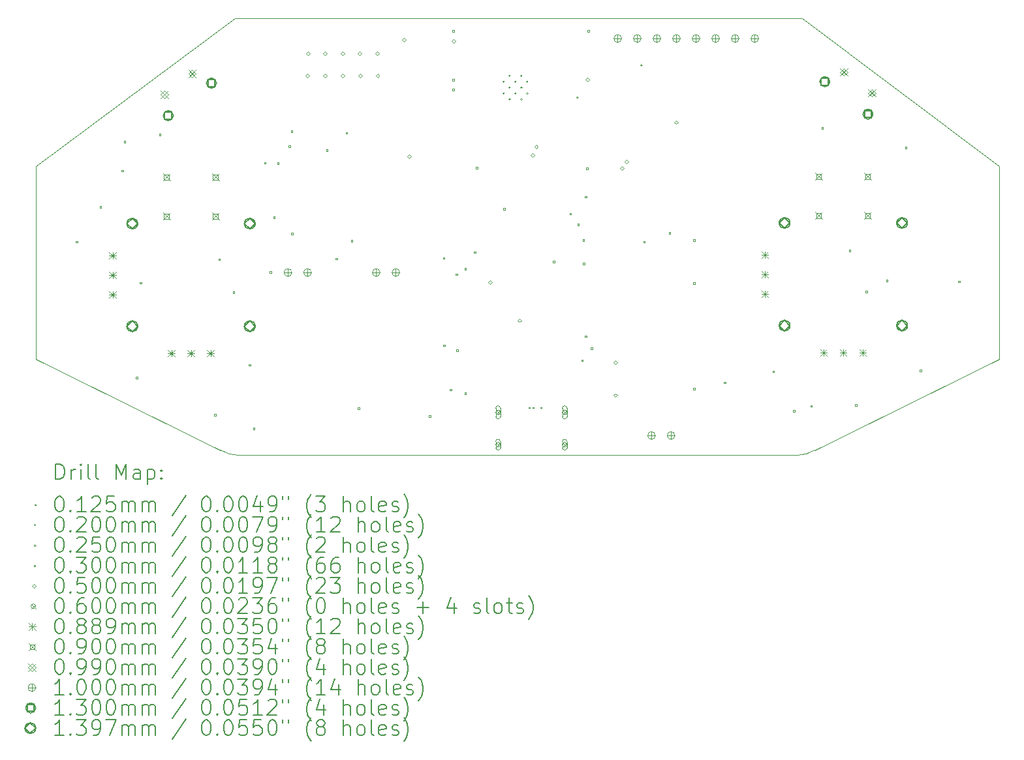
<source format=gbr>
%TF.GenerationSoftware,KiCad,Pcbnew,9.0.0*%
%TF.CreationDate,2025-04-24T22:15:05+07:00*%
%TF.ProjectId,Controll_,436f6e74-726f-46c6-9cbb-2e6b69636164,rev?*%
%TF.SameCoordinates,Original*%
%TF.FileFunction,Drillmap*%
%TF.FilePolarity,Positive*%
%FSLAX45Y45*%
G04 Gerber Fmt 4.5, Leading zero omitted, Abs format (unit mm)*
G04 Created by KiCad (PCBNEW 9.0.0) date 2025-04-24 22:15:05*
%MOMM*%
%LPD*%
G01*
G04 APERTURE LIST*
%ADD10C,0.050000*%
%ADD11C,0.200000*%
%ADD12C,0.100000*%
%ADD13C,0.130000*%
%ADD14C,0.139700*%
G04 APERTURE END LIST*
D10*
X7500000Y-7500000D02*
X7500000Y-10000000D01*
X17599372Y-11185465D02*
X20000000Y-10000000D01*
X7500000Y-10000000D02*
X9900209Y-11184686D01*
X17599372Y-11185465D02*
G75*
G02*
X17381512Y-11250002I-217862J335455D01*
G01*
X20000000Y-7500000D02*
X20000000Y-10000000D01*
X7500000Y-7500000D02*
X10079553Y-5575000D01*
X10079553Y-5575000D02*
X17443582Y-5572697D01*
X17443582Y-5572697D02*
X20000000Y-7500000D01*
X10119265Y-11250000D02*
G75*
G02*
X9900208Y-11184688I-5J400000D01*
G01*
X17381512Y-11250000D02*
X10119265Y-11250000D01*
D11*
D12*
X13896250Y-10627250D02*
X13908750Y-10639750D01*
X13908750Y-10627250D02*
X13896250Y-10639750D01*
X13946250Y-10627250D02*
X13958750Y-10639750D01*
X13958750Y-10627250D02*
X13946250Y-10639750D01*
X14046250Y-10627250D02*
X14058750Y-10639750D01*
X14058750Y-10627250D02*
X14046250Y-10639750D01*
X13580000Y-6398750D02*
G75*
G02*
X13560000Y-6398750I-10000J0D01*
G01*
X13560000Y-6398750D02*
G75*
G02*
X13580000Y-6398750I10000J0D01*
G01*
X13580000Y-6551250D02*
G75*
G02*
X13560000Y-6551250I-10000J0D01*
G01*
X13560000Y-6551250D02*
G75*
G02*
X13580000Y-6551250I10000J0D01*
G01*
X13656250Y-6322500D02*
G75*
G02*
X13636250Y-6322500I-10000J0D01*
G01*
X13636250Y-6322500D02*
G75*
G02*
X13656250Y-6322500I10000J0D01*
G01*
X13656250Y-6475000D02*
G75*
G02*
X13636250Y-6475000I-10000J0D01*
G01*
X13636250Y-6475000D02*
G75*
G02*
X13656250Y-6475000I10000J0D01*
G01*
X13656250Y-6627500D02*
G75*
G02*
X13636250Y-6627500I-10000J0D01*
G01*
X13636250Y-6627500D02*
G75*
G02*
X13656250Y-6627500I10000J0D01*
G01*
X13732500Y-6398750D02*
G75*
G02*
X13712500Y-6398750I-10000J0D01*
G01*
X13712500Y-6398750D02*
G75*
G02*
X13732500Y-6398750I10000J0D01*
G01*
X13732500Y-6551250D02*
G75*
G02*
X13712500Y-6551250I-10000J0D01*
G01*
X13712500Y-6551250D02*
G75*
G02*
X13732500Y-6551250I10000J0D01*
G01*
X13808750Y-6322500D02*
G75*
G02*
X13788750Y-6322500I-10000J0D01*
G01*
X13788750Y-6322500D02*
G75*
G02*
X13808750Y-6322500I10000J0D01*
G01*
X13808750Y-6475000D02*
G75*
G02*
X13788750Y-6475000I-10000J0D01*
G01*
X13788750Y-6475000D02*
G75*
G02*
X13808750Y-6475000I10000J0D01*
G01*
X13808750Y-6627500D02*
G75*
G02*
X13788750Y-6627500I-10000J0D01*
G01*
X13788750Y-6627500D02*
G75*
G02*
X13808750Y-6627500I10000J0D01*
G01*
X13885000Y-6398750D02*
G75*
G02*
X13865000Y-6398750I-10000J0D01*
G01*
X13865000Y-6398750D02*
G75*
G02*
X13885000Y-6398750I10000J0D01*
G01*
X13885000Y-6551250D02*
G75*
G02*
X13865000Y-6551250I-10000J0D01*
G01*
X13865000Y-6551250D02*
G75*
G02*
X13885000Y-6551250I10000J0D01*
G01*
X14522700Y-6587500D02*
X14522700Y-6612500D01*
X14510200Y-6600000D02*
X14535200Y-6600000D01*
X15350000Y-6170000D02*
X15350000Y-6195000D01*
X15337500Y-6182500D02*
X15362500Y-6182500D01*
X8038107Y-8488107D02*
X8038107Y-8466893D01*
X8016893Y-8466893D01*
X8016893Y-8488107D01*
X8038107Y-8488107D01*
X8350607Y-8035607D02*
X8350607Y-8014393D01*
X8329393Y-8014393D01*
X8329393Y-8035607D01*
X8350607Y-8035607D01*
X8630607Y-7568107D02*
X8630607Y-7546893D01*
X8609393Y-7546893D01*
X8609393Y-7568107D01*
X8630607Y-7568107D01*
X8663107Y-7188107D02*
X8663107Y-7166893D01*
X8641893Y-7166893D01*
X8641893Y-7188107D01*
X8663107Y-7188107D01*
X8820607Y-10255607D02*
X8820607Y-10234393D01*
X8799393Y-10234393D01*
X8799393Y-10255607D01*
X8820607Y-10255607D01*
X8870607Y-9023107D02*
X8870607Y-9001893D01*
X8849393Y-9001893D01*
X8849393Y-9023107D01*
X8870607Y-9023107D01*
X9120607Y-7098107D02*
X9120607Y-7076893D01*
X9099393Y-7076893D01*
X9099393Y-7098107D01*
X9120607Y-7098107D01*
X9833107Y-10735607D02*
X9833107Y-10714393D01*
X9811893Y-10714393D01*
X9811893Y-10735607D01*
X9833107Y-10735607D01*
X9890607Y-8715607D02*
X9890607Y-8694393D01*
X9869393Y-8694393D01*
X9869393Y-8715607D01*
X9890607Y-8715607D01*
X10075607Y-9145607D02*
X10075607Y-9124393D01*
X10054393Y-9124393D01*
X10054393Y-9145607D01*
X10075607Y-9145607D01*
X10283107Y-10088107D02*
X10283107Y-10066893D01*
X10261893Y-10066893D01*
X10261893Y-10088107D01*
X10283107Y-10088107D01*
X10338107Y-10915607D02*
X10338107Y-10894393D01*
X10316893Y-10894393D01*
X10316893Y-10915607D01*
X10338107Y-10915607D01*
X10480607Y-7465607D02*
X10480607Y-7444393D01*
X10459393Y-7444393D01*
X10459393Y-7465607D01*
X10480607Y-7465607D01*
X10555607Y-8883107D02*
X10555607Y-8861893D01*
X10534393Y-8861893D01*
X10534393Y-8883107D01*
X10555607Y-8883107D01*
X10600607Y-8170607D02*
X10600607Y-8149393D01*
X10579393Y-8149393D01*
X10579393Y-8170607D01*
X10600607Y-8170607D01*
X10650607Y-7468107D02*
X10650607Y-7446893D01*
X10629393Y-7446893D01*
X10629393Y-7468107D01*
X10650607Y-7468107D01*
X10798107Y-7248107D02*
X10798107Y-7226893D01*
X10776893Y-7226893D01*
X10776893Y-7248107D01*
X10798107Y-7248107D01*
X10828107Y-7055607D02*
X10828107Y-7034393D01*
X10806893Y-7034393D01*
X10806893Y-7055607D01*
X10828107Y-7055607D01*
X10833107Y-8383107D02*
X10833107Y-8361893D01*
X10811893Y-8361893D01*
X10811893Y-8383107D01*
X10833107Y-8383107D01*
X11288107Y-7298107D02*
X11288107Y-7276893D01*
X11266893Y-7276893D01*
X11266893Y-7298107D01*
X11288107Y-7298107D01*
X11408107Y-8710607D02*
X11408107Y-8689393D01*
X11386893Y-8689393D01*
X11386893Y-8710607D01*
X11408107Y-8710607D01*
X11540607Y-7075607D02*
X11540607Y-7054393D01*
X11519393Y-7054393D01*
X11519393Y-7075607D01*
X11540607Y-7075607D01*
X11610607Y-8478107D02*
X11610607Y-8456893D01*
X11589393Y-8456893D01*
X11589393Y-8478107D01*
X11610607Y-8478107D01*
X11695607Y-10653107D02*
X11695607Y-10631893D01*
X11674393Y-10631893D01*
X11674393Y-10653107D01*
X11695607Y-10653107D01*
X12620607Y-10755607D02*
X12620607Y-10734393D01*
X12599393Y-10734393D01*
X12599393Y-10755607D01*
X12620607Y-10755607D01*
X12803107Y-8700607D02*
X12803107Y-8679393D01*
X12781893Y-8679393D01*
X12781893Y-8700607D01*
X12803107Y-8700607D01*
X12808107Y-9835607D02*
X12808107Y-9814393D01*
X12786893Y-9814393D01*
X12786893Y-9835607D01*
X12808107Y-9835607D01*
X12893107Y-10410607D02*
X12893107Y-10389393D01*
X12871893Y-10389393D01*
X12871893Y-10410607D01*
X12893107Y-10410607D01*
X12926107Y-5751607D02*
X12926107Y-5730393D01*
X12904893Y-5730393D01*
X12904893Y-5751607D01*
X12926107Y-5751607D01*
X12926107Y-6386607D02*
X12926107Y-6365393D01*
X12904893Y-6365393D01*
X12904893Y-6386607D01*
X12926107Y-6386607D01*
X12926107Y-6513607D02*
X12926107Y-6492393D01*
X12904893Y-6492393D01*
X12904893Y-6513607D01*
X12926107Y-6513607D01*
X12968107Y-8913107D02*
X12968107Y-8891893D01*
X12946893Y-8891893D01*
X12946893Y-8913107D01*
X12968107Y-8913107D01*
X12978107Y-9900607D02*
X12978107Y-9879393D01*
X12956893Y-9879393D01*
X12956893Y-9900607D01*
X12978107Y-9900607D01*
X13080607Y-8840607D02*
X13080607Y-8819393D01*
X13059393Y-8819393D01*
X13059393Y-8840607D01*
X13080607Y-8840607D01*
X13080607Y-10455607D02*
X13080607Y-10434393D01*
X13059393Y-10434393D01*
X13059393Y-10455607D01*
X13080607Y-10455607D01*
X13205607Y-8625607D02*
X13205607Y-8604393D01*
X13184393Y-8604393D01*
X13184393Y-8625607D01*
X13205607Y-8625607D01*
X13230107Y-7527607D02*
X13230107Y-7506393D01*
X13208893Y-7506393D01*
X13208893Y-7527607D01*
X13230107Y-7527607D01*
X13585607Y-8060607D02*
X13585607Y-8039393D01*
X13564393Y-8039393D01*
X13564393Y-8060607D01*
X13585607Y-8060607D01*
X14230607Y-8748107D02*
X14230607Y-8726893D01*
X14209393Y-8726893D01*
X14209393Y-8748107D01*
X14230607Y-8748107D01*
X14443107Y-8125607D02*
X14443107Y-8104393D01*
X14421893Y-8104393D01*
X14421893Y-8125607D01*
X14443107Y-8125607D01*
X14548107Y-8265607D02*
X14548107Y-8244393D01*
X14526893Y-8244393D01*
X14526893Y-8265607D01*
X14548107Y-8265607D01*
X14598107Y-10028107D02*
X14598107Y-10006893D01*
X14576893Y-10006893D01*
X14576893Y-10028107D01*
X14598107Y-10028107D01*
X14613107Y-8468107D02*
X14613107Y-8446893D01*
X14591893Y-8446893D01*
X14591893Y-8468107D01*
X14613107Y-8468107D01*
X14620607Y-8770607D02*
X14620607Y-8749393D01*
X14599393Y-8749393D01*
X14599393Y-8770607D01*
X14620607Y-8770607D01*
X14643107Y-7903107D02*
X14643107Y-7881893D01*
X14621893Y-7881893D01*
X14621893Y-7903107D01*
X14643107Y-7903107D01*
X14643107Y-9718107D02*
X14643107Y-9696893D01*
X14621893Y-9696893D01*
X14621893Y-9718107D01*
X14643107Y-9718107D01*
X14660607Y-7535607D02*
X14660607Y-7514393D01*
X14639393Y-7514393D01*
X14639393Y-7535607D01*
X14660607Y-7535607D01*
X14676107Y-5751607D02*
X14676107Y-5730393D01*
X14654893Y-5730393D01*
X14654893Y-5751607D01*
X14676107Y-5751607D01*
X14720607Y-9873107D02*
X14720607Y-9851893D01*
X14699393Y-9851893D01*
X14699393Y-9873107D01*
X14720607Y-9873107D01*
X15400607Y-8490607D02*
X15400607Y-8469393D01*
X15379393Y-8469393D01*
X15379393Y-8490607D01*
X15400607Y-8490607D01*
X15733107Y-8373107D02*
X15733107Y-8351893D01*
X15711893Y-8351893D01*
X15711893Y-8373107D01*
X15733107Y-8373107D01*
X16048107Y-8468107D02*
X16048107Y-8446893D01*
X16026893Y-8446893D01*
X16026893Y-8468107D01*
X16048107Y-8468107D01*
X16048107Y-9025607D02*
X16048107Y-9004393D01*
X16026893Y-9004393D01*
X16026893Y-9025607D01*
X16048107Y-9025607D01*
X16048107Y-10398107D02*
X16048107Y-10376893D01*
X16026893Y-10376893D01*
X16026893Y-10398107D01*
X16048107Y-10398107D01*
X16448107Y-10318107D02*
X16448107Y-10296893D01*
X16426893Y-10296893D01*
X16426893Y-10318107D01*
X16448107Y-10318107D01*
X17078107Y-10175607D02*
X17078107Y-10154393D01*
X17056893Y-10154393D01*
X17056893Y-10175607D01*
X17078107Y-10175607D01*
X17345607Y-10688107D02*
X17345607Y-10666893D01*
X17324393Y-10666893D01*
X17324393Y-10688107D01*
X17345607Y-10688107D01*
X17570607Y-10620607D02*
X17570607Y-10599393D01*
X17549393Y-10599393D01*
X17549393Y-10620607D01*
X17570607Y-10620607D01*
X17713107Y-7010607D02*
X17713107Y-6989393D01*
X17691893Y-6989393D01*
X17691893Y-7010607D01*
X17713107Y-7010607D01*
X18070607Y-8603107D02*
X18070607Y-8581893D01*
X18049393Y-8581893D01*
X18049393Y-8603107D01*
X18070607Y-8603107D01*
X18148107Y-10610607D02*
X18148107Y-10589393D01*
X18126893Y-10589393D01*
X18126893Y-10610607D01*
X18148107Y-10610607D01*
X18283107Y-9138107D02*
X18283107Y-9116893D01*
X18261893Y-9116893D01*
X18261893Y-9138107D01*
X18283107Y-9138107D01*
X18550607Y-8993107D02*
X18550607Y-8971893D01*
X18529393Y-8971893D01*
X18529393Y-8993107D01*
X18550607Y-8993107D01*
X18795607Y-7265607D02*
X18795607Y-7244393D01*
X18774393Y-7244393D01*
X18774393Y-7265607D01*
X18795607Y-7265607D01*
X18985607Y-10163107D02*
X18985607Y-10141893D01*
X18964393Y-10141893D01*
X18964393Y-10163107D01*
X18985607Y-10163107D01*
X19485607Y-9005607D02*
X19485607Y-8984393D01*
X19464393Y-8984393D01*
X19464393Y-9005607D01*
X19485607Y-9005607D01*
X11025000Y-6344000D02*
X11050000Y-6319000D01*
X11025000Y-6294000D01*
X11000000Y-6319000D01*
X11025000Y-6344000D01*
X11027500Y-6060250D02*
X11052500Y-6035250D01*
X11027500Y-6010250D01*
X11002500Y-6035250D01*
X11027500Y-6060250D01*
X11247500Y-6344000D02*
X11272500Y-6319000D01*
X11247500Y-6294000D01*
X11222500Y-6319000D01*
X11247500Y-6344000D01*
X11252500Y-6060250D02*
X11277500Y-6035250D01*
X11252500Y-6010250D01*
X11227500Y-6035250D01*
X11252500Y-6060250D01*
X11477500Y-6060250D02*
X11502500Y-6035250D01*
X11477500Y-6010250D01*
X11452500Y-6035250D01*
X11477500Y-6060250D01*
X11477500Y-6344000D02*
X11502500Y-6319000D01*
X11477500Y-6294000D01*
X11452500Y-6319000D01*
X11477500Y-6344000D01*
X11702500Y-6060250D02*
X11727500Y-6035250D01*
X11702500Y-6010250D01*
X11677500Y-6035250D01*
X11702500Y-6060250D01*
X11705000Y-6346500D02*
X11730000Y-6321500D01*
X11705000Y-6296500D01*
X11680000Y-6321500D01*
X11705000Y-6346500D01*
X11927500Y-6060250D02*
X11952500Y-6035250D01*
X11927500Y-6010250D01*
X11902500Y-6035250D01*
X11927500Y-6060250D01*
X11932500Y-6344000D02*
X11957500Y-6319000D01*
X11932500Y-6294000D01*
X11907500Y-6319000D01*
X11932500Y-6344000D01*
X12277500Y-5880000D02*
X12302500Y-5855000D01*
X12277500Y-5830000D01*
X12252500Y-5855000D01*
X12277500Y-5880000D01*
X12345000Y-7397500D02*
X12370000Y-7372500D01*
X12345000Y-7347500D01*
X12320000Y-7372500D01*
X12345000Y-7397500D01*
X12915500Y-5893000D02*
X12940500Y-5868000D01*
X12915500Y-5843000D01*
X12890500Y-5868000D01*
X12915500Y-5893000D01*
X13393500Y-9028750D02*
X13418500Y-9003750D01*
X13393500Y-8978750D01*
X13368500Y-9003750D01*
X13393500Y-9028750D01*
X13774500Y-9523750D02*
X13799500Y-9498750D01*
X13774500Y-9473750D01*
X13749500Y-9498750D01*
X13774500Y-9523750D01*
X13945000Y-7380000D02*
X13970000Y-7355000D01*
X13945000Y-7330000D01*
X13920000Y-7355000D01*
X13945000Y-7380000D01*
X13990000Y-7270000D02*
X14015000Y-7245000D01*
X13990000Y-7220000D01*
X13965000Y-7245000D01*
X13990000Y-7270000D01*
X14657250Y-6392750D02*
X14682250Y-6367750D01*
X14657250Y-6342750D01*
X14632250Y-6367750D01*
X14657250Y-6392750D01*
X15015000Y-10072500D02*
X15040000Y-10047500D01*
X15015000Y-10022500D01*
X14990000Y-10047500D01*
X15015000Y-10072500D01*
X15015000Y-10497000D02*
X15040000Y-10472000D01*
X15015000Y-10447000D01*
X14990000Y-10472000D01*
X15015000Y-10497000D01*
X15105000Y-7545000D02*
X15130000Y-7520000D01*
X15105000Y-7495000D01*
X15080000Y-7520000D01*
X15105000Y-7545000D01*
X15160000Y-7460000D02*
X15185000Y-7435000D01*
X15160000Y-7410000D01*
X15135000Y-7435000D01*
X15160000Y-7460000D01*
X15805000Y-6950000D02*
X15830000Y-6925000D01*
X15805000Y-6900000D01*
X15780000Y-6925000D01*
X15805000Y-6950000D01*
X13465500Y-10663500D02*
X13525500Y-10723500D01*
X13525500Y-10663500D02*
X13465500Y-10723500D01*
X13525500Y-10693500D02*
G75*
G02*
X13465500Y-10693500I-30000J0D01*
G01*
X13465500Y-10693500D02*
G75*
G02*
X13525500Y-10693500I30000J0D01*
G01*
X13525500Y-10748500D02*
X13525500Y-10638500D01*
X13465500Y-10638500D02*
G75*
G02*
X13525500Y-10638500I30000J0D01*
G01*
X13465500Y-10638500D02*
X13465500Y-10748500D01*
X13465500Y-10748500D02*
G75*
G03*
X13525500Y-10748500I30000J0D01*
G01*
X13465500Y-11083500D02*
X13525500Y-11143500D01*
X13525500Y-11083500D02*
X13465500Y-11143500D01*
X13525500Y-11113500D02*
G75*
G02*
X13465500Y-11113500I-30000J0D01*
G01*
X13465500Y-11113500D02*
G75*
G02*
X13525500Y-11113500I30000J0D01*
G01*
X13525500Y-11153500D02*
X13525500Y-11073500D01*
X13465500Y-11073500D02*
G75*
G02*
X13525500Y-11073500I30000J0D01*
G01*
X13465500Y-11073500D02*
X13465500Y-11153500D01*
X13465500Y-11153500D02*
G75*
G03*
X13525500Y-11153500I30000J0D01*
G01*
X14329500Y-10663500D02*
X14389500Y-10723500D01*
X14389500Y-10663500D02*
X14329500Y-10723500D01*
X14389500Y-10693500D02*
G75*
G02*
X14329500Y-10693500I-30000J0D01*
G01*
X14329500Y-10693500D02*
G75*
G02*
X14389500Y-10693500I30000J0D01*
G01*
X14389500Y-10748500D02*
X14389500Y-10638500D01*
X14329500Y-10638500D02*
G75*
G02*
X14389500Y-10638500I30000J0D01*
G01*
X14329500Y-10638500D02*
X14329500Y-10748500D01*
X14329500Y-10748500D02*
G75*
G03*
X14389500Y-10748500I30000J0D01*
G01*
X14329500Y-11083500D02*
X14389500Y-11143500D01*
X14389500Y-11083500D02*
X14329500Y-11143500D01*
X14389500Y-11113500D02*
G75*
G02*
X14329500Y-11113500I-30000J0D01*
G01*
X14329500Y-11113500D02*
G75*
G02*
X14389500Y-11113500I30000J0D01*
G01*
X14389500Y-11153500D02*
X14389500Y-11073500D01*
X14329500Y-11073500D02*
G75*
G02*
X14389500Y-11073500I30000J0D01*
G01*
X14329500Y-11073500D02*
X14329500Y-11153500D01*
X14329500Y-11153500D02*
G75*
G03*
X14389500Y-11153500I30000J0D01*
G01*
X8452550Y-8609800D02*
X8541450Y-8698700D01*
X8541450Y-8609800D02*
X8452550Y-8698700D01*
X8497000Y-8609800D02*
X8497000Y-8698700D01*
X8452550Y-8654250D02*
X8541450Y-8654250D01*
X8452550Y-8863800D02*
X8541450Y-8952700D01*
X8541450Y-8863800D02*
X8452550Y-8952700D01*
X8497000Y-8863800D02*
X8497000Y-8952700D01*
X8452550Y-8908250D02*
X8541450Y-8908250D01*
X8452550Y-9117800D02*
X8541450Y-9206700D01*
X8541450Y-9117800D02*
X8452550Y-9206700D01*
X8497000Y-9117800D02*
X8497000Y-9206700D01*
X8452550Y-9162250D02*
X8541450Y-9162250D01*
X9214550Y-9879800D02*
X9303450Y-9968700D01*
X9303450Y-9879800D02*
X9214550Y-9968700D01*
X9259000Y-9879800D02*
X9259000Y-9968700D01*
X9214550Y-9924250D02*
X9303450Y-9924250D01*
X9468550Y-9879800D02*
X9557450Y-9968700D01*
X9557450Y-9879800D02*
X9468550Y-9968700D01*
X9513000Y-9879800D02*
X9513000Y-9968700D01*
X9468550Y-9924250D02*
X9557450Y-9924250D01*
X9722550Y-9879800D02*
X9811450Y-9968700D01*
X9811450Y-9879800D02*
X9722550Y-9968700D01*
X9767000Y-9879800D02*
X9767000Y-9968700D01*
X9722550Y-9924250D02*
X9811450Y-9924250D01*
X16914550Y-8601550D02*
X17003450Y-8690450D01*
X17003450Y-8601550D02*
X16914550Y-8690450D01*
X16959000Y-8601550D02*
X16959000Y-8690450D01*
X16914550Y-8646000D02*
X17003450Y-8646000D01*
X16914550Y-8855550D02*
X17003450Y-8944450D01*
X17003450Y-8855550D02*
X16914550Y-8944450D01*
X16959000Y-8855550D02*
X16959000Y-8944450D01*
X16914550Y-8900000D02*
X17003450Y-8900000D01*
X16914550Y-9109550D02*
X17003450Y-9198450D01*
X17003450Y-9109550D02*
X16914550Y-9198450D01*
X16959000Y-9109550D02*
X16959000Y-9198450D01*
X16914550Y-9154000D02*
X17003450Y-9154000D01*
X17676550Y-9871550D02*
X17765450Y-9960450D01*
X17765450Y-9871550D02*
X17676550Y-9960450D01*
X17721000Y-9871550D02*
X17721000Y-9960450D01*
X17676550Y-9916000D02*
X17765450Y-9916000D01*
X17930550Y-9871550D02*
X18019450Y-9960450D01*
X18019450Y-9871550D02*
X17930550Y-9960450D01*
X17975000Y-9871550D02*
X17975000Y-9960450D01*
X17930550Y-9916000D02*
X18019450Y-9916000D01*
X18184550Y-9871550D02*
X18273450Y-9960450D01*
X18273450Y-9871550D02*
X18184550Y-9960450D01*
X18229000Y-9871550D02*
X18229000Y-9960450D01*
X18184550Y-9916000D02*
X18273450Y-9916000D01*
X9150500Y-7593250D02*
X9240500Y-7683250D01*
X9240500Y-7593250D02*
X9150500Y-7683250D01*
X9227320Y-7670070D02*
X9227320Y-7606430D01*
X9163680Y-7606430D01*
X9163680Y-7670070D01*
X9227320Y-7670070D01*
X9150500Y-8101250D02*
X9240500Y-8191250D01*
X9240500Y-8101250D02*
X9150500Y-8191250D01*
X9227320Y-8178070D02*
X9227320Y-8114430D01*
X9163680Y-8114430D01*
X9163680Y-8178070D01*
X9227320Y-8178070D01*
X9785500Y-7593250D02*
X9875500Y-7683250D01*
X9875500Y-7593250D02*
X9785500Y-7683250D01*
X9862320Y-7670070D02*
X9862320Y-7606430D01*
X9798680Y-7606430D01*
X9798680Y-7670070D01*
X9862320Y-7670070D01*
X9785500Y-8101250D02*
X9875500Y-8191250D01*
X9875500Y-8101250D02*
X9785500Y-8191250D01*
X9862320Y-8178070D02*
X9862320Y-8114430D01*
X9798680Y-8114430D01*
X9798680Y-8178070D01*
X9862320Y-8178070D01*
X17612500Y-7585000D02*
X17702500Y-7675000D01*
X17702500Y-7585000D02*
X17612500Y-7675000D01*
X17689320Y-7661820D02*
X17689320Y-7598180D01*
X17625680Y-7598180D01*
X17625680Y-7661820D01*
X17689320Y-7661820D01*
X17612500Y-8093000D02*
X17702500Y-8183000D01*
X17702500Y-8093000D02*
X17612500Y-8183000D01*
X17689320Y-8169820D02*
X17689320Y-8106180D01*
X17625680Y-8106180D01*
X17625680Y-8169820D01*
X17689320Y-8169820D01*
X18247500Y-7585000D02*
X18337500Y-7675000D01*
X18337500Y-7585000D02*
X18247500Y-7675000D01*
X18324320Y-7661820D02*
X18324320Y-7598180D01*
X18260680Y-7598180D01*
X18260680Y-7661820D01*
X18324320Y-7661820D01*
X18247500Y-8093000D02*
X18337500Y-8183000D01*
X18337500Y-8093000D02*
X18247500Y-8183000D01*
X18324320Y-8169820D02*
X18324320Y-8106180D01*
X18260680Y-8106180D01*
X18260680Y-8169820D01*
X18324320Y-8169820D01*
X9118134Y-6515785D02*
X9217134Y-6614785D01*
X9217134Y-6515785D02*
X9118134Y-6614785D01*
X9167634Y-6614785D02*
X9217134Y-6565285D01*
X9167634Y-6515785D01*
X9118134Y-6565285D01*
X9167634Y-6614785D01*
X9477520Y-6244968D02*
X9576520Y-6343968D01*
X9576520Y-6244968D02*
X9477520Y-6343968D01*
X9527020Y-6343968D02*
X9576520Y-6294468D01*
X9527020Y-6244968D01*
X9477520Y-6294468D01*
X9527020Y-6343968D01*
X17935181Y-6224367D02*
X18034181Y-6323367D01*
X18034181Y-6224367D02*
X17935181Y-6323367D01*
X17984681Y-6323367D02*
X18034181Y-6273867D01*
X17984681Y-6224367D01*
X17935181Y-6273867D01*
X17984681Y-6323367D01*
X18294567Y-6495183D02*
X18393567Y-6594183D01*
X18393567Y-6495183D02*
X18294567Y-6594183D01*
X18344067Y-6594183D02*
X18393567Y-6544683D01*
X18344067Y-6495183D01*
X18294567Y-6544683D01*
X18344067Y-6594183D01*
X10770000Y-8827500D02*
X10770000Y-8927500D01*
X10720000Y-8877500D02*
X10820000Y-8877500D01*
X10820000Y-8877500D02*
G75*
G02*
X10720000Y-8877500I-50000J0D01*
G01*
X10720000Y-8877500D02*
G75*
G02*
X10820000Y-8877500I50000J0D01*
G01*
X11024000Y-8827500D02*
X11024000Y-8927500D01*
X10974000Y-8877500D02*
X11074000Y-8877500D01*
X11074000Y-8877500D02*
G75*
G02*
X10974000Y-8877500I-50000J0D01*
G01*
X10974000Y-8877500D02*
G75*
G02*
X11074000Y-8877500I50000J0D01*
G01*
X11915000Y-8827500D02*
X11915000Y-8927500D01*
X11865000Y-8877500D02*
X11965000Y-8877500D01*
X11965000Y-8877500D02*
G75*
G02*
X11865000Y-8877500I-50000J0D01*
G01*
X11865000Y-8877500D02*
G75*
G02*
X11965000Y-8877500I50000J0D01*
G01*
X12169000Y-8827500D02*
X12169000Y-8927500D01*
X12119000Y-8877500D02*
X12219000Y-8877500D01*
X12219000Y-8877500D02*
G75*
G02*
X12119000Y-8877500I-50000J0D01*
G01*
X12119000Y-8877500D02*
G75*
G02*
X12219000Y-8877500I50000J0D01*
G01*
X15047500Y-5787500D02*
X15047500Y-5887500D01*
X14997500Y-5837500D02*
X15097500Y-5837500D01*
X15097500Y-5837500D02*
G75*
G02*
X14997500Y-5837500I-50000J0D01*
G01*
X14997500Y-5837500D02*
G75*
G02*
X15097500Y-5837500I50000J0D01*
G01*
X15301500Y-5787500D02*
X15301500Y-5887500D01*
X15251500Y-5837500D02*
X15351500Y-5837500D01*
X15351500Y-5837500D02*
G75*
G02*
X15251500Y-5837500I-50000J0D01*
G01*
X15251500Y-5837500D02*
G75*
G02*
X15351500Y-5837500I50000J0D01*
G01*
X15486000Y-10945000D02*
X15486000Y-11045000D01*
X15436000Y-10995000D02*
X15536000Y-10995000D01*
X15536000Y-10995000D02*
G75*
G02*
X15436000Y-10995000I-50000J0D01*
G01*
X15436000Y-10995000D02*
G75*
G02*
X15536000Y-10995000I50000J0D01*
G01*
X15555500Y-5787500D02*
X15555500Y-5887500D01*
X15505500Y-5837500D02*
X15605500Y-5837500D01*
X15605500Y-5837500D02*
G75*
G02*
X15505500Y-5837500I-50000J0D01*
G01*
X15505500Y-5837500D02*
G75*
G02*
X15605500Y-5837500I50000J0D01*
G01*
X15740000Y-10945000D02*
X15740000Y-11045000D01*
X15690000Y-10995000D02*
X15790000Y-10995000D01*
X15790000Y-10995000D02*
G75*
G02*
X15690000Y-10995000I-50000J0D01*
G01*
X15690000Y-10995000D02*
G75*
G02*
X15790000Y-10995000I50000J0D01*
G01*
X15809500Y-5787500D02*
X15809500Y-5887500D01*
X15759500Y-5837500D02*
X15859500Y-5837500D01*
X15859500Y-5837500D02*
G75*
G02*
X15759500Y-5837500I-50000J0D01*
G01*
X15759500Y-5837500D02*
G75*
G02*
X15859500Y-5837500I50000J0D01*
G01*
X16063500Y-5787500D02*
X16063500Y-5887500D01*
X16013500Y-5837500D02*
X16113500Y-5837500D01*
X16113500Y-5837500D02*
G75*
G02*
X16013500Y-5837500I-50000J0D01*
G01*
X16013500Y-5837500D02*
G75*
G02*
X16113500Y-5837500I50000J0D01*
G01*
X16317500Y-5787500D02*
X16317500Y-5887500D01*
X16267500Y-5837500D02*
X16367500Y-5837500D01*
X16367500Y-5837500D02*
G75*
G02*
X16267500Y-5837500I-50000J0D01*
G01*
X16267500Y-5837500D02*
G75*
G02*
X16367500Y-5837500I50000J0D01*
G01*
X16571500Y-5787500D02*
X16571500Y-5887500D01*
X16521500Y-5837500D02*
X16621500Y-5837500D01*
X16621500Y-5837500D02*
G75*
G02*
X16521500Y-5837500I-50000J0D01*
G01*
X16521500Y-5837500D02*
G75*
G02*
X16621500Y-5837500I50000J0D01*
G01*
X16825500Y-5787500D02*
X16825500Y-5887500D01*
X16775500Y-5837500D02*
X16875500Y-5837500D01*
X16875500Y-5837500D02*
G75*
G02*
X16775500Y-5837500I-50000J0D01*
G01*
X16775500Y-5837500D02*
G75*
G02*
X16875500Y-5837500I50000J0D01*
G01*
D13*
X9263619Y-6885335D02*
X9263619Y-6793410D01*
X9171694Y-6793410D01*
X9171694Y-6885335D01*
X9263619Y-6885335D01*
X9282657Y-6839372D02*
G75*
G02*
X9152657Y-6839372I-65000J0D01*
G01*
X9152657Y-6839372D02*
G75*
G02*
X9282657Y-6839372I65000J0D01*
G01*
X9823462Y-6463462D02*
X9823462Y-6371538D01*
X9731538Y-6371538D01*
X9731538Y-6463462D01*
X9823462Y-6463462D01*
X9842500Y-6417500D02*
G75*
G02*
X9712500Y-6417500I-65000J0D01*
G01*
X9712500Y-6417500D02*
G75*
G02*
X9842500Y-6417500I65000J0D01*
G01*
X17780962Y-6443462D02*
X17780962Y-6351538D01*
X17689038Y-6351538D01*
X17689038Y-6443462D01*
X17780962Y-6443462D01*
X17800000Y-6397500D02*
G75*
G02*
X17670000Y-6397500I-65000J0D01*
G01*
X17670000Y-6397500D02*
G75*
G02*
X17800000Y-6397500I65000J0D01*
G01*
X18340806Y-6865335D02*
X18340806Y-6773410D01*
X18248881Y-6773410D01*
X18248881Y-6865335D01*
X18340806Y-6865335D01*
X18359843Y-6819372D02*
G75*
G02*
X18229843Y-6819372I-65000J0D01*
G01*
X18229843Y-6819372D02*
G75*
G02*
X18359843Y-6819372I65000J0D01*
G01*
D14*
X8751000Y-8311350D02*
X8820850Y-8241500D01*
X8751000Y-8171650D01*
X8681150Y-8241500D01*
X8751000Y-8311350D01*
X8820850Y-8241500D02*
G75*
G02*
X8681150Y-8241500I-69850J0D01*
G01*
X8681150Y-8241500D02*
G75*
G02*
X8820850Y-8241500I69850J0D01*
G01*
X8751000Y-9644850D02*
X8820850Y-9575000D01*
X8751000Y-9505150D01*
X8681150Y-9575000D01*
X8751000Y-9644850D01*
X8820850Y-9575000D02*
G75*
G02*
X8681150Y-9575000I-69850J0D01*
G01*
X8681150Y-9575000D02*
G75*
G02*
X8820850Y-9575000I69850J0D01*
G01*
X10275000Y-8311350D02*
X10344850Y-8241500D01*
X10275000Y-8171650D01*
X10205150Y-8241500D01*
X10275000Y-8311350D01*
X10344850Y-8241500D02*
G75*
G02*
X10205150Y-8241500I-69850J0D01*
G01*
X10205150Y-8241500D02*
G75*
G02*
X10344850Y-8241500I69850J0D01*
G01*
X10275000Y-9644850D02*
X10344850Y-9575000D01*
X10275000Y-9505150D01*
X10205150Y-9575000D01*
X10275000Y-9644850D01*
X10344850Y-9575000D02*
G75*
G02*
X10205150Y-9575000I-69850J0D01*
G01*
X10205150Y-9575000D02*
G75*
G02*
X10344850Y-9575000I69850J0D01*
G01*
X17213000Y-8303100D02*
X17282850Y-8233250D01*
X17213000Y-8163400D01*
X17143150Y-8233250D01*
X17213000Y-8303100D01*
X17282850Y-8233250D02*
G75*
G02*
X17143150Y-8233250I-69850J0D01*
G01*
X17143150Y-8233250D02*
G75*
G02*
X17282850Y-8233250I69850J0D01*
G01*
X17213000Y-9636600D02*
X17282850Y-9566750D01*
X17213000Y-9496900D01*
X17143150Y-9566750D01*
X17213000Y-9636600D01*
X17282850Y-9566750D02*
G75*
G02*
X17143150Y-9566750I-69850J0D01*
G01*
X17143150Y-9566750D02*
G75*
G02*
X17282850Y-9566750I69850J0D01*
G01*
X18737000Y-8303100D02*
X18806850Y-8233250D01*
X18737000Y-8163400D01*
X18667150Y-8233250D01*
X18737000Y-8303100D01*
X18806850Y-8233250D02*
G75*
G02*
X18667150Y-8233250I-69850J0D01*
G01*
X18667150Y-8233250D02*
G75*
G02*
X18806850Y-8233250I69850J0D01*
G01*
X18737000Y-9636600D02*
X18806850Y-9566750D01*
X18737000Y-9496900D01*
X18667150Y-9566750D01*
X18737000Y-9636600D01*
X18806850Y-9566750D02*
G75*
G02*
X18667150Y-9566750I-69850J0D01*
G01*
X18667150Y-9566750D02*
G75*
G02*
X18806850Y-9566750I69850J0D01*
G01*
D11*
X7758277Y-11563984D02*
X7758277Y-11363984D01*
X7758277Y-11363984D02*
X7805896Y-11363984D01*
X7805896Y-11363984D02*
X7834467Y-11373508D01*
X7834467Y-11373508D02*
X7853515Y-11392555D01*
X7853515Y-11392555D02*
X7863039Y-11411603D01*
X7863039Y-11411603D02*
X7872562Y-11449698D01*
X7872562Y-11449698D02*
X7872562Y-11478269D01*
X7872562Y-11478269D02*
X7863039Y-11516365D01*
X7863039Y-11516365D02*
X7853515Y-11535412D01*
X7853515Y-11535412D02*
X7834467Y-11554460D01*
X7834467Y-11554460D02*
X7805896Y-11563984D01*
X7805896Y-11563984D02*
X7758277Y-11563984D01*
X7958277Y-11563984D02*
X7958277Y-11430650D01*
X7958277Y-11468746D02*
X7967801Y-11449698D01*
X7967801Y-11449698D02*
X7977324Y-11440174D01*
X7977324Y-11440174D02*
X7996372Y-11430650D01*
X7996372Y-11430650D02*
X8015420Y-11430650D01*
X8082086Y-11563984D02*
X8082086Y-11430650D01*
X8082086Y-11363984D02*
X8072562Y-11373508D01*
X8072562Y-11373508D02*
X8082086Y-11383031D01*
X8082086Y-11383031D02*
X8091610Y-11373508D01*
X8091610Y-11373508D02*
X8082086Y-11363984D01*
X8082086Y-11363984D02*
X8082086Y-11383031D01*
X8205896Y-11563984D02*
X8186848Y-11554460D01*
X8186848Y-11554460D02*
X8177324Y-11535412D01*
X8177324Y-11535412D02*
X8177324Y-11363984D01*
X8310658Y-11563984D02*
X8291610Y-11554460D01*
X8291610Y-11554460D02*
X8282086Y-11535412D01*
X8282086Y-11535412D02*
X8282086Y-11363984D01*
X8539229Y-11563984D02*
X8539229Y-11363984D01*
X8539229Y-11363984D02*
X8605896Y-11506841D01*
X8605896Y-11506841D02*
X8672563Y-11363984D01*
X8672563Y-11363984D02*
X8672563Y-11563984D01*
X8853515Y-11563984D02*
X8853515Y-11459222D01*
X8853515Y-11459222D02*
X8843991Y-11440174D01*
X8843991Y-11440174D02*
X8824944Y-11430650D01*
X8824944Y-11430650D02*
X8786848Y-11430650D01*
X8786848Y-11430650D02*
X8767801Y-11440174D01*
X8853515Y-11554460D02*
X8834467Y-11563984D01*
X8834467Y-11563984D02*
X8786848Y-11563984D01*
X8786848Y-11563984D02*
X8767801Y-11554460D01*
X8767801Y-11554460D02*
X8758277Y-11535412D01*
X8758277Y-11535412D02*
X8758277Y-11516365D01*
X8758277Y-11516365D02*
X8767801Y-11497317D01*
X8767801Y-11497317D02*
X8786848Y-11487793D01*
X8786848Y-11487793D02*
X8834467Y-11487793D01*
X8834467Y-11487793D02*
X8853515Y-11478269D01*
X8948753Y-11430650D02*
X8948753Y-11630650D01*
X8948753Y-11440174D02*
X8967801Y-11430650D01*
X8967801Y-11430650D02*
X9005896Y-11430650D01*
X9005896Y-11430650D02*
X9024944Y-11440174D01*
X9024944Y-11440174D02*
X9034467Y-11449698D01*
X9034467Y-11449698D02*
X9043991Y-11468746D01*
X9043991Y-11468746D02*
X9043991Y-11525888D01*
X9043991Y-11525888D02*
X9034467Y-11544936D01*
X9034467Y-11544936D02*
X9024944Y-11554460D01*
X9024944Y-11554460D02*
X9005896Y-11563984D01*
X9005896Y-11563984D02*
X8967801Y-11563984D01*
X8967801Y-11563984D02*
X8948753Y-11554460D01*
X9129705Y-11544936D02*
X9139229Y-11554460D01*
X9139229Y-11554460D02*
X9129705Y-11563984D01*
X9129705Y-11563984D02*
X9120182Y-11554460D01*
X9120182Y-11554460D02*
X9129705Y-11544936D01*
X9129705Y-11544936D02*
X9129705Y-11563984D01*
X9129705Y-11440174D02*
X9139229Y-11449698D01*
X9139229Y-11449698D02*
X9129705Y-11459222D01*
X9129705Y-11459222D02*
X9120182Y-11449698D01*
X9120182Y-11449698D02*
X9129705Y-11440174D01*
X9129705Y-11440174D02*
X9129705Y-11459222D01*
D12*
X7485000Y-11886250D02*
X7497500Y-11898750D01*
X7497500Y-11886250D02*
X7485000Y-11898750D01*
D11*
X7796372Y-11783984D02*
X7815420Y-11783984D01*
X7815420Y-11783984D02*
X7834467Y-11793508D01*
X7834467Y-11793508D02*
X7843991Y-11803031D01*
X7843991Y-11803031D02*
X7853515Y-11822079D01*
X7853515Y-11822079D02*
X7863039Y-11860174D01*
X7863039Y-11860174D02*
X7863039Y-11907793D01*
X7863039Y-11907793D02*
X7853515Y-11945888D01*
X7853515Y-11945888D02*
X7843991Y-11964936D01*
X7843991Y-11964936D02*
X7834467Y-11974460D01*
X7834467Y-11974460D02*
X7815420Y-11983984D01*
X7815420Y-11983984D02*
X7796372Y-11983984D01*
X7796372Y-11983984D02*
X7777324Y-11974460D01*
X7777324Y-11974460D02*
X7767801Y-11964936D01*
X7767801Y-11964936D02*
X7758277Y-11945888D01*
X7758277Y-11945888D02*
X7748753Y-11907793D01*
X7748753Y-11907793D02*
X7748753Y-11860174D01*
X7748753Y-11860174D02*
X7758277Y-11822079D01*
X7758277Y-11822079D02*
X7767801Y-11803031D01*
X7767801Y-11803031D02*
X7777324Y-11793508D01*
X7777324Y-11793508D02*
X7796372Y-11783984D01*
X7948753Y-11964936D02*
X7958277Y-11974460D01*
X7958277Y-11974460D02*
X7948753Y-11983984D01*
X7948753Y-11983984D02*
X7939229Y-11974460D01*
X7939229Y-11974460D02*
X7948753Y-11964936D01*
X7948753Y-11964936D02*
X7948753Y-11983984D01*
X8148753Y-11983984D02*
X8034467Y-11983984D01*
X8091610Y-11983984D02*
X8091610Y-11783984D01*
X8091610Y-11783984D02*
X8072562Y-11812555D01*
X8072562Y-11812555D02*
X8053515Y-11831603D01*
X8053515Y-11831603D02*
X8034467Y-11841127D01*
X8224943Y-11803031D02*
X8234467Y-11793508D01*
X8234467Y-11793508D02*
X8253515Y-11783984D01*
X8253515Y-11783984D02*
X8301134Y-11783984D01*
X8301134Y-11783984D02*
X8320182Y-11793508D01*
X8320182Y-11793508D02*
X8329705Y-11803031D01*
X8329705Y-11803031D02*
X8339229Y-11822079D01*
X8339229Y-11822079D02*
X8339229Y-11841127D01*
X8339229Y-11841127D02*
X8329705Y-11869698D01*
X8329705Y-11869698D02*
X8215420Y-11983984D01*
X8215420Y-11983984D02*
X8339229Y-11983984D01*
X8520182Y-11783984D02*
X8424944Y-11783984D01*
X8424944Y-11783984D02*
X8415420Y-11879222D01*
X8415420Y-11879222D02*
X8424944Y-11869698D01*
X8424944Y-11869698D02*
X8443991Y-11860174D01*
X8443991Y-11860174D02*
X8491610Y-11860174D01*
X8491610Y-11860174D02*
X8510658Y-11869698D01*
X8510658Y-11869698D02*
X8520182Y-11879222D01*
X8520182Y-11879222D02*
X8529705Y-11898269D01*
X8529705Y-11898269D02*
X8529705Y-11945888D01*
X8529705Y-11945888D02*
X8520182Y-11964936D01*
X8520182Y-11964936D02*
X8510658Y-11974460D01*
X8510658Y-11974460D02*
X8491610Y-11983984D01*
X8491610Y-11983984D02*
X8443991Y-11983984D01*
X8443991Y-11983984D02*
X8424944Y-11974460D01*
X8424944Y-11974460D02*
X8415420Y-11964936D01*
X8615420Y-11983984D02*
X8615420Y-11850650D01*
X8615420Y-11869698D02*
X8624944Y-11860174D01*
X8624944Y-11860174D02*
X8643991Y-11850650D01*
X8643991Y-11850650D02*
X8672563Y-11850650D01*
X8672563Y-11850650D02*
X8691610Y-11860174D01*
X8691610Y-11860174D02*
X8701134Y-11879222D01*
X8701134Y-11879222D02*
X8701134Y-11983984D01*
X8701134Y-11879222D02*
X8710658Y-11860174D01*
X8710658Y-11860174D02*
X8729705Y-11850650D01*
X8729705Y-11850650D02*
X8758277Y-11850650D01*
X8758277Y-11850650D02*
X8777325Y-11860174D01*
X8777325Y-11860174D02*
X8786848Y-11879222D01*
X8786848Y-11879222D02*
X8786848Y-11983984D01*
X8882086Y-11983984D02*
X8882086Y-11850650D01*
X8882086Y-11869698D02*
X8891610Y-11860174D01*
X8891610Y-11860174D02*
X8910658Y-11850650D01*
X8910658Y-11850650D02*
X8939229Y-11850650D01*
X8939229Y-11850650D02*
X8958277Y-11860174D01*
X8958277Y-11860174D02*
X8967801Y-11879222D01*
X8967801Y-11879222D02*
X8967801Y-11983984D01*
X8967801Y-11879222D02*
X8977325Y-11860174D01*
X8977325Y-11860174D02*
X8996372Y-11850650D01*
X8996372Y-11850650D02*
X9024944Y-11850650D01*
X9024944Y-11850650D02*
X9043991Y-11860174D01*
X9043991Y-11860174D02*
X9053515Y-11879222D01*
X9053515Y-11879222D02*
X9053515Y-11983984D01*
X9443991Y-11774460D02*
X9272563Y-12031603D01*
X9701134Y-11783984D02*
X9720182Y-11783984D01*
X9720182Y-11783984D02*
X9739229Y-11793508D01*
X9739229Y-11793508D02*
X9748753Y-11803031D01*
X9748753Y-11803031D02*
X9758277Y-11822079D01*
X9758277Y-11822079D02*
X9767801Y-11860174D01*
X9767801Y-11860174D02*
X9767801Y-11907793D01*
X9767801Y-11907793D02*
X9758277Y-11945888D01*
X9758277Y-11945888D02*
X9748753Y-11964936D01*
X9748753Y-11964936D02*
X9739229Y-11974460D01*
X9739229Y-11974460D02*
X9720182Y-11983984D01*
X9720182Y-11983984D02*
X9701134Y-11983984D01*
X9701134Y-11983984D02*
X9682087Y-11974460D01*
X9682087Y-11974460D02*
X9672563Y-11964936D01*
X9672563Y-11964936D02*
X9663039Y-11945888D01*
X9663039Y-11945888D02*
X9653515Y-11907793D01*
X9653515Y-11907793D02*
X9653515Y-11860174D01*
X9653515Y-11860174D02*
X9663039Y-11822079D01*
X9663039Y-11822079D02*
X9672563Y-11803031D01*
X9672563Y-11803031D02*
X9682087Y-11793508D01*
X9682087Y-11793508D02*
X9701134Y-11783984D01*
X9853515Y-11964936D02*
X9863039Y-11974460D01*
X9863039Y-11974460D02*
X9853515Y-11983984D01*
X9853515Y-11983984D02*
X9843991Y-11974460D01*
X9843991Y-11974460D02*
X9853515Y-11964936D01*
X9853515Y-11964936D02*
X9853515Y-11983984D01*
X9986848Y-11783984D02*
X10005896Y-11783984D01*
X10005896Y-11783984D02*
X10024944Y-11793508D01*
X10024944Y-11793508D02*
X10034468Y-11803031D01*
X10034468Y-11803031D02*
X10043991Y-11822079D01*
X10043991Y-11822079D02*
X10053515Y-11860174D01*
X10053515Y-11860174D02*
X10053515Y-11907793D01*
X10053515Y-11907793D02*
X10043991Y-11945888D01*
X10043991Y-11945888D02*
X10034468Y-11964936D01*
X10034468Y-11964936D02*
X10024944Y-11974460D01*
X10024944Y-11974460D02*
X10005896Y-11983984D01*
X10005896Y-11983984D02*
X9986848Y-11983984D01*
X9986848Y-11983984D02*
X9967801Y-11974460D01*
X9967801Y-11974460D02*
X9958277Y-11964936D01*
X9958277Y-11964936D02*
X9948753Y-11945888D01*
X9948753Y-11945888D02*
X9939229Y-11907793D01*
X9939229Y-11907793D02*
X9939229Y-11860174D01*
X9939229Y-11860174D02*
X9948753Y-11822079D01*
X9948753Y-11822079D02*
X9958277Y-11803031D01*
X9958277Y-11803031D02*
X9967801Y-11793508D01*
X9967801Y-11793508D02*
X9986848Y-11783984D01*
X10177325Y-11783984D02*
X10196372Y-11783984D01*
X10196372Y-11783984D02*
X10215420Y-11793508D01*
X10215420Y-11793508D02*
X10224944Y-11803031D01*
X10224944Y-11803031D02*
X10234468Y-11822079D01*
X10234468Y-11822079D02*
X10243991Y-11860174D01*
X10243991Y-11860174D02*
X10243991Y-11907793D01*
X10243991Y-11907793D02*
X10234468Y-11945888D01*
X10234468Y-11945888D02*
X10224944Y-11964936D01*
X10224944Y-11964936D02*
X10215420Y-11974460D01*
X10215420Y-11974460D02*
X10196372Y-11983984D01*
X10196372Y-11983984D02*
X10177325Y-11983984D01*
X10177325Y-11983984D02*
X10158277Y-11974460D01*
X10158277Y-11974460D02*
X10148753Y-11964936D01*
X10148753Y-11964936D02*
X10139229Y-11945888D01*
X10139229Y-11945888D02*
X10129706Y-11907793D01*
X10129706Y-11907793D02*
X10129706Y-11860174D01*
X10129706Y-11860174D02*
X10139229Y-11822079D01*
X10139229Y-11822079D02*
X10148753Y-11803031D01*
X10148753Y-11803031D02*
X10158277Y-11793508D01*
X10158277Y-11793508D02*
X10177325Y-11783984D01*
X10415420Y-11850650D02*
X10415420Y-11983984D01*
X10367801Y-11774460D02*
X10320182Y-11917317D01*
X10320182Y-11917317D02*
X10443991Y-11917317D01*
X10529706Y-11983984D02*
X10567801Y-11983984D01*
X10567801Y-11983984D02*
X10586849Y-11974460D01*
X10586849Y-11974460D02*
X10596372Y-11964936D01*
X10596372Y-11964936D02*
X10615420Y-11936365D01*
X10615420Y-11936365D02*
X10624944Y-11898269D01*
X10624944Y-11898269D02*
X10624944Y-11822079D01*
X10624944Y-11822079D02*
X10615420Y-11803031D01*
X10615420Y-11803031D02*
X10605896Y-11793508D01*
X10605896Y-11793508D02*
X10586849Y-11783984D01*
X10586849Y-11783984D02*
X10548753Y-11783984D01*
X10548753Y-11783984D02*
X10529706Y-11793508D01*
X10529706Y-11793508D02*
X10520182Y-11803031D01*
X10520182Y-11803031D02*
X10510658Y-11822079D01*
X10510658Y-11822079D02*
X10510658Y-11869698D01*
X10510658Y-11869698D02*
X10520182Y-11888746D01*
X10520182Y-11888746D02*
X10529706Y-11898269D01*
X10529706Y-11898269D02*
X10548753Y-11907793D01*
X10548753Y-11907793D02*
X10586849Y-11907793D01*
X10586849Y-11907793D02*
X10605896Y-11898269D01*
X10605896Y-11898269D02*
X10615420Y-11888746D01*
X10615420Y-11888746D02*
X10624944Y-11869698D01*
X10701134Y-11783984D02*
X10701134Y-11822079D01*
X10777325Y-11783984D02*
X10777325Y-11822079D01*
X11072563Y-12060174D02*
X11063039Y-12050650D01*
X11063039Y-12050650D02*
X11043991Y-12022079D01*
X11043991Y-12022079D02*
X11034468Y-12003031D01*
X11034468Y-12003031D02*
X11024944Y-11974460D01*
X11024944Y-11974460D02*
X11015420Y-11926841D01*
X11015420Y-11926841D02*
X11015420Y-11888746D01*
X11015420Y-11888746D02*
X11024944Y-11841127D01*
X11024944Y-11841127D02*
X11034468Y-11812555D01*
X11034468Y-11812555D02*
X11043991Y-11793508D01*
X11043991Y-11793508D02*
X11063039Y-11764936D01*
X11063039Y-11764936D02*
X11072563Y-11755412D01*
X11129706Y-11783984D02*
X11253515Y-11783984D01*
X11253515Y-11783984D02*
X11186848Y-11860174D01*
X11186848Y-11860174D02*
X11215420Y-11860174D01*
X11215420Y-11860174D02*
X11234468Y-11869698D01*
X11234468Y-11869698D02*
X11243991Y-11879222D01*
X11243991Y-11879222D02*
X11253515Y-11898269D01*
X11253515Y-11898269D02*
X11253515Y-11945888D01*
X11253515Y-11945888D02*
X11243991Y-11964936D01*
X11243991Y-11964936D02*
X11234468Y-11974460D01*
X11234468Y-11974460D02*
X11215420Y-11983984D01*
X11215420Y-11983984D02*
X11158277Y-11983984D01*
X11158277Y-11983984D02*
X11139230Y-11974460D01*
X11139230Y-11974460D02*
X11129706Y-11964936D01*
X11491610Y-11983984D02*
X11491610Y-11783984D01*
X11577325Y-11983984D02*
X11577325Y-11879222D01*
X11577325Y-11879222D02*
X11567801Y-11860174D01*
X11567801Y-11860174D02*
X11548753Y-11850650D01*
X11548753Y-11850650D02*
X11520182Y-11850650D01*
X11520182Y-11850650D02*
X11501134Y-11860174D01*
X11501134Y-11860174D02*
X11491610Y-11869698D01*
X11701134Y-11983984D02*
X11682087Y-11974460D01*
X11682087Y-11974460D02*
X11672563Y-11964936D01*
X11672563Y-11964936D02*
X11663039Y-11945888D01*
X11663039Y-11945888D02*
X11663039Y-11888746D01*
X11663039Y-11888746D02*
X11672563Y-11869698D01*
X11672563Y-11869698D02*
X11682087Y-11860174D01*
X11682087Y-11860174D02*
X11701134Y-11850650D01*
X11701134Y-11850650D02*
X11729706Y-11850650D01*
X11729706Y-11850650D02*
X11748753Y-11860174D01*
X11748753Y-11860174D02*
X11758277Y-11869698D01*
X11758277Y-11869698D02*
X11767801Y-11888746D01*
X11767801Y-11888746D02*
X11767801Y-11945888D01*
X11767801Y-11945888D02*
X11758277Y-11964936D01*
X11758277Y-11964936D02*
X11748753Y-11974460D01*
X11748753Y-11974460D02*
X11729706Y-11983984D01*
X11729706Y-11983984D02*
X11701134Y-11983984D01*
X11882087Y-11983984D02*
X11863039Y-11974460D01*
X11863039Y-11974460D02*
X11853515Y-11955412D01*
X11853515Y-11955412D02*
X11853515Y-11783984D01*
X12034468Y-11974460D02*
X12015420Y-11983984D01*
X12015420Y-11983984D02*
X11977325Y-11983984D01*
X11977325Y-11983984D02*
X11958277Y-11974460D01*
X11958277Y-11974460D02*
X11948753Y-11955412D01*
X11948753Y-11955412D02*
X11948753Y-11879222D01*
X11948753Y-11879222D02*
X11958277Y-11860174D01*
X11958277Y-11860174D02*
X11977325Y-11850650D01*
X11977325Y-11850650D02*
X12015420Y-11850650D01*
X12015420Y-11850650D02*
X12034468Y-11860174D01*
X12034468Y-11860174D02*
X12043991Y-11879222D01*
X12043991Y-11879222D02*
X12043991Y-11898269D01*
X12043991Y-11898269D02*
X11948753Y-11917317D01*
X12120182Y-11974460D02*
X12139230Y-11983984D01*
X12139230Y-11983984D02*
X12177325Y-11983984D01*
X12177325Y-11983984D02*
X12196372Y-11974460D01*
X12196372Y-11974460D02*
X12205896Y-11955412D01*
X12205896Y-11955412D02*
X12205896Y-11945888D01*
X12205896Y-11945888D02*
X12196372Y-11926841D01*
X12196372Y-11926841D02*
X12177325Y-11917317D01*
X12177325Y-11917317D02*
X12148753Y-11917317D01*
X12148753Y-11917317D02*
X12129706Y-11907793D01*
X12129706Y-11907793D02*
X12120182Y-11888746D01*
X12120182Y-11888746D02*
X12120182Y-11879222D01*
X12120182Y-11879222D02*
X12129706Y-11860174D01*
X12129706Y-11860174D02*
X12148753Y-11850650D01*
X12148753Y-11850650D02*
X12177325Y-11850650D01*
X12177325Y-11850650D02*
X12196372Y-11860174D01*
X12272563Y-12060174D02*
X12282087Y-12050650D01*
X12282087Y-12050650D02*
X12301134Y-12022079D01*
X12301134Y-12022079D02*
X12310658Y-12003031D01*
X12310658Y-12003031D02*
X12320182Y-11974460D01*
X12320182Y-11974460D02*
X12329706Y-11926841D01*
X12329706Y-11926841D02*
X12329706Y-11888746D01*
X12329706Y-11888746D02*
X12320182Y-11841127D01*
X12320182Y-11841127D02*
X12310658Y-11812555D01*
X12310658Y-11812555D02*
X12301134Y-11793508D01*
X12301134Y-11793508D02*
X12282087Y-11764936D01*
X12282087Y-11764936D02*
X12272563Y-11755412D01*
D12*
X7497500Y-12156500D02*
G75*
G02*
X7477500Y-12156500I-10000J0D01*
G01*
X7477500Y-12156500D02*
G75*
G02*
X7497500Y-12156500I10000J0D01*
G01*
D11*
X7796372Y-12047984D02*
X7815420Y-12047984D01*
X7815420Y-12047984D02*
X7834467Y-12057508D01*
X7834467Y-12057508D02*
X7843991Y-12067031D01*
X7843991Y-12067031D02*
X7853515Y-12086079D01*
X7853515Y-12086079D02*
X7863039Y-12124174D01*
X7863039Y-12124174D02*
X7863039Y-12171793D01*
X7863039Y-12171793D02*
X7853515Y-12209888D01*
X7853515Y-12209888D02*
X7843991Y-12228936D01*
X7843991Y-12228936D02*
X7834467Y-12238460D01*
X7834467Y-12238460D02*
X7815420Y-12247984D01*
X7815420Y-12247984D02*
X7796372Y-12247984D01*
X7796372Y-12247984D02*
X7777324Y-12238460D01*
X7777324Y-12238460D02*
X7767801Y-12228936D01*
X7767801Y-12228936D02*
X7758277Y-12209888D01*
X7758277Y-12209888D02*
X7748753Y-12171793D01*
X7748753Y-12171793D02*
X7748753Y-12124174D01*
X7748753Y-12124174D02*
X7758277Y-12086079D01*
X7758277Y-12086079D02*
X7767801Y-12067031D01*
X7767801Y-12067031D02*
X7777324Y-12057508D01*
X7777324Y-12057508D02*
X7796372Y-12047984D01*
X7948753Y-12228936D02*
X7958277Y-12238460D01*
X7958277Y-12238460D02*
X7948753Y-12247984D01*
X7948753Y-12247984D02*
X7939229Y-12238460D01*
X7939229Y-12238460D02*
X7948753Y-12228936D01*
X7948753Y-12228936D02*
X7948753Y-12247984D01*
X8034467Y-12067031D02*
X8043991Y-12057508D01*
X8043991Y-12057508D02*
X8063039Y-12047984D01*
X8063039Y-12047984D02*
X8110658Y-12047984D01*
X8110658Y-12047984D02*
X8129705Y-12057508D01*
X8129705Y-12057508D02*
X8139229Y-12067031D01*
X8139229Y-12067031D02*
X8148753Y-12086079D01*
X8148753Y-12086079D02*
X8148753Y-12105127D01*
X8148753Y-12105127D02*
X8139229Y-12133698D01*
X8139229Y-12133698D02*
X8024943Y-12247984D01*
X8024943Y-12247984D02*
X8148753Y-12247984D01*
X8272562Y-12047984D02*
X8291610Y-12047984D01*
X8291610Y-12047984D02*
X8310658Y-12057508D01*
X8310658Y-12057508D02*
X8320182Y-12067031D01*
X8320182Y-12067031D02*
X8329705Y-12086079D01*
X8329705Y-12086079D02*
X8339229Y-12124174D01*
X8339229Y-12124174D02*
X8339229Y-12171793D01*
X8339229Y-12171793D02*
X8329705Y-12209888D01*
X8329705Y-12209888D02*
X8320182Y-12228936D01*
X8320182Y-12228936D02*
X8310658Y-12238460D01*
X8310658Y-12238460D02*
X8291610Y-12247984D01*
X8291610Y-12247984D02*
X8272562Y-12247984D01*
X8272562Y-12247984D02*
X8253515Y-12238460D01*
X8253515Y-12238460D02*
X8243991Y-12228936D01*
X8243991Y-12228936D02*
X8234467Y-12209888D01*
X8234467Y-12209888D02*
X8224943Y-12171793D01*
X8224943Y-12171793D02*
X8224943Y-12124174D01*
X8224943Y-12124174D02*
X8234467Y-12086079D01*
X8234467Y-12086079D02*
X8243991Y-12067031D01*
X8243991Y-12067031D02*
X8253515Y-12057508D01*
X8253515Y-12057508D02*
X8272562Y-12047984D01*
X8463039Y-12047984D02*
X8482086Y-12047984D01*
X8482086Y-12047984D02*
X8501134Y-12057508D01*
X8501134Y-12057508D02*
X8510658Y-12067031D01*
X8510658Y-12067031D02*
X8520182Y-12086079D01*
X8520182Y-12086079D02*
X8529705Y-12124174D01*
X8529705Y-12124174D02*
X8529705Y-12171793D01*
X8529705Y-12171793D02*
X8520182Y-12209888D01*
X8520182Y-12209888D02*
X8510658Y-12228936D01*
X8510658Y-12228936D02*
X8501134Y-12238460D01*
X8501134Y-12238460D02*
X8482086Y-12247984D01*
X8482086Y-12247984D02*
X8463039Y-12247984D01*
X8463039Y-12247984D02*
X8443991Y-12238460D01*
X8443991Y-12238460D02*
X8434467Y-12228936D01*
X8434467Y-12228936D02*
X8424944Y-12209888D01*
X8424944Y-12209888D02*
X8415420Y-12171793D01*
X8415420Y-12171793D02*
X8415420Y-12124174D01*
X8415420Y-12124174D02*
X8424944Y-12086079D01*
X8424944Y-12086079D02*
X8434467Y-12067031D01*
X8434467Y-12067031D02*
X8443991Y-12057508D01*
X8443991Y-12057508D02*
X8463039Y-12047984D01*
X8615420Y-12247984D02*
X8615420Y-12114650D01*
X8615420Y-12133698D02*
X8624944Y-12124174D01*
X8624944Y-12124174D02*
X8643991Y-12114650D01*
X8643991Y-12114650D02*
X8672563Y-12114650D01*
X8672563Y-12114650D02*
X8691610Y-12124174D01*
X8691610Y-12124174D02*
X8701134Y-12143222D01*
X8701134Y-12143222D02*
X8701134Y-12247984D01*
X8701134Y-12143222D02*
X8710658Y-12124174D01*
X8710658Y-12124174D02*
X8729705Y-12114650D01*
X8729705Y-12114650D02*
X8758277Y-12114650D01*
X8758277Y-12114650D02*
X8777325Y-12124174D01*
X8777325Y-12124174D02*
X8786848Y-12143222D01*
X8786848Y-12143222D02*
X8786848Y-12247984D01*
X8882086Y-12247984D02*
X8882086Y-12114650D01*
X8882086Y-12133698D02*
X8891610Y-12124174D01*
X8891610Y-12124174D02*
X8910658Y-12114650D01*
X8910658Y-12114650D02*
X8939229Y-12114650D01*
X8939229Y-12114650D02*
X8958277Y-12124174D01*
X8958277Y-12124174D02*
X8967801Y-12143222D01*
X8967801Y-12143222D02*
X8967801Y-12247984D01*
X8967801Y-12143222D02*
X8977325Y-12124174D01*
X8977325Y-12124174D02*
X8996372Y-12114650D01*
X8996372Y-12114650D02*
X9024944Y-12114650D01*
X9024944Y-12114650D02*
X9043991Y-12124174D01*
X9043991Y-12124174D02*
X9053515Y-12143222D01*
X9053515Y-12143222D02*
X9053515Y-12247984D01*
X9443991Y-12038460D02*
X9272563Y-12295603D01*
X9701134Y-12047984D02*
X9720182Y-12047984D01*
X9720182Y-12047984D02*
X9739229Y-12057508D01*
X9739229Y-12057508D02*
X9748753Y-12067031D01*
X9748753Y-12067031D02*
X9758277Y-12086079D01*
X9758277Y-12086079D02*
X9767801Y-12124174D01*
X9767801Y-12124174D02*
X9767801Y-12171793D01*
X9767801Y-12171793D02*
X9758277Y-12209888D01*
X9758277Y-12209888D02*
X9748753Y-12228936D01*
X9748753Y-12228936D02*
X9739229Y-12238460D01*
X9739229Y-12238460D02*
X9720182Y-12247984D01*
X9720182Y-12247984D02*
X9701134Y-12247984D01*
X9701134Y-12247984D02*
X9682087Y-12238460D01*
X9682087Y-12238460D02*
X9672563Y-12228936D01*
X9672563Y-12228936D02*
X9663039Y-12209888D01*
X9663039Y-12209888D02*
X9653515Y-12171793D01*
X9653515Y-12171793D02*
X9653515Y-12124174D01*
X9653515Y-12124174D02*
X9663039Y-12086079D01*
X9663039Y-12086079D02*
X9672563Y-12067031D01*
X9672563Y-12067031D02*
X9682087Y-12057508D01*
X9682087Y-12057508D02*
X9701134Y-12047984D01*
X9853515Y-12228936D02*
X9863039Y-12238460D01*
X9863039Y-12238460D02*
X9853515Y-12247984D01*
X9853515Y-12247984D02*
X9843991Y-12238460D01*
X9843991Y-12238460D02*
X9853515Y-12228936D01*
X9853515Y-12228936D02*
X9853515Y-12247984D01*
X9986848Y-12047984D02*
X10005896Y-12047984D01*
X10005896Y-12047984D02*
X10024944Y-12057508D01*
X10024944Y-12057508D02*
X10034468Y-12067031D01*
X10034468Y-12067031D02*
X10043991Y-12086079D01*
X10043991Y-12086079D02*
X10053515Y-12124174D01*
X10053515Y-12124174D02*
X10053515Y-12171793D01*
X10053515Y-12171793D02*
X10043991Y-12209888D01*
X10043991Y-12209888D02*
X10034468Y-12228936D01*
X10034468Y-12228936D02*
X10024944Y-12238460D01*
X10024944Y-12238460D02*
X10005896Y-12247984D01*
X10005896Y-12247984D02*
X9986848Y-12247984D01*
X9986848Y-12247984D02*
X9967801Y-12238460D01*
X9967801Y-12238460D02*
X9958277Y-12228936D01*
X9958277Y-12228936D02*
X9948753Y-12209888D01*
X9948753Y-12209888D02*
X9939229Y-12171793D01*
X9939229Y-12171793D02*
X9939229Y-12124174D01*
X9939229Y-12124174D02*
X9948753Y-12086079D01*
X9948753Y-12086079D02*
X9958277Y-12067031D01*
X9958277Y-12067031D02*
X9967801Y-12057508D01*
X9967801Y-12057508D02*
X9986848Y-12047984D01*
X10177325Y-12047984D02*
X10196372Y-12047984D01*
X10196372Y-12047984D02*
X10215420Y-12057508D01*
X10215420Y-12057508D02*
X10224944Y-12067031D01*
X10224944Y-12067031D02*
X10234468Y-12086079D01*
X10234468Y-12086079D02*
X10243991Y-12124174D01*
X10243991Y-12124174D02*
X10243991Y-12171793D01*
X10243991Y-12171793D02*
X10234468Y-12209888D01*
X10234468Y-12209888D02*
X10224944Y-12228936D01*
X10224944Y-12228936D02*
X10215420Y-12238460D01*
X10215420Y-12238460D02*
X10196372Y-12247984D01*
X10196372Y-12247984D02*
X10177325Y-12247984D01*
X10177325Y-12247984D02*
X10158277Y-12238460D01*
X10158277Y-12238460D02*
X10148753Y-12228936D01*
X10148753Y-12228936D02*
X10139229Y-12209888D01*
X10139229Y-12209888D02*
X10129706Y-12171793D01*
X10129706Y-12171793D02*
X10129706Y-12124174D01*
X10129706Y-12124174D02*
X10139229Y-12086079D01*
X10139229Y-12086079D02*
X10148753Y-12067031D01*
X10148753Y-12067031D02*
X10158277Y-12057508D01*
X10158277Y-12057508D02*
X10177325Y-12047984D01*
X10310658Y-12047984D02*
X10443991Y-12047984D01*
X10443991Y-12047984D02*
X10358277Y-12247984D01*
X10529706Y-12247984D02*
X10567801Y-12247984D01*
X10567801Y-12247984D02*
X10586849Y-12238460D01*
X10586849Y-12238460D02*
X10596372Y-12228936D01*
X10596372Y-12228936D02*
X10615420Y-12200365D01*
X10615420Y-12200365D02*
X10624944Y-12162269D01*
X10624944Y-12162269D02*
X10624944Y-12086079D01*
X10624944Y-12086079D02*
X10615420Y-12067031D01*
X10615420Y-12067031D02*
X10605896Y-12057508D01*
X10605896Y-12057508D02*
X10586849Y-12047984D01*
X10586849Y-12047984D02*
X10548753Y-12047984D01*
X10548753Y-12047984D02*
X10529706Y-12057508D01*
X10529706Y-12057508D02*
X10520182Y-12067031D01*
X10520182Y-12067031D02*
X10510658Y-12086079D01*
X10510658Y-12086079D02*
X10510658Y-12133698D01*
X10510658Y-12133698D02*
X10520182Y-12152746D01*
X10520182Y-12152746D02*
X10529706Y-12162269D01*
X10529706Y-12162269D02*
X10548753Y-12171793D01*
X10548753Y-12171793D02*
X10586849Y-12171793D01*
X10586849Y-12171793D02*
X10605896Y-12162269D01*
X10605896Y-12162269D02*
X10615420Y-12152746D01*
X10615420Y-12152746D02*
X10624944Y-12133698D01*
X10701134Y-12047984D02*
X10701134Y-12086079D01*
X10777325Y-12047984D02*
X10777325Y-12086079D01*
X11072563Y-12324174D02*
X11063039Y-12314650D01*
X11063039Y-12314650D02*
X11043991Y-12286079D01*
X11043991Y-12286079D02*
X11034468Y-12267031D01*
X11034468Y-12267031D02*
X11024944Y-12238460D01*
X11024944Y-12238460D02*
X11015420Y-12190841D01*
X11015420Y-12190841D02*
X11015420Y-12152746D01*
X11015420Y-12152746D02*
X11024944Y-12105127D01*
X11024944Y-12105127D02*
X11034468Y-12076555D01*
X11034468Y-12076555D02*
X11043991Y-12057508D01*
X11043991Y-12057508D02*
X11063039Y-12028936D01*
X11063039Y-12028936D02*
X11072563Y-12019412D01*
X11253515Y-12247984D02*
X11139230Y-12247984D01*
X11196372Y-12247984D02*
X11196372Y-12047984D01*
X11196372Y-12047984D02*
X11177325Y-12076555D01*
X11177325Y-12076555D02*
X11158277Y-12095603D01*
X11158277Y-12095603D02*
X11139230Y-12105127D01*
X11329706Y-12067031D02*
X11339229Y-12057508D01*
X11339229Y-12057508D02*
X11358277Y-12047984D01*
X11358277Y-12047984D02*
X11405896Y-12047984D01*
X11405896Y-12047984D02*
X11424944Y-12057508D01*
X11424944Y-12057508D02*
X11434468Y-12067031D01*
X11434468Y-12067031D02*
X11443991Y-12086079D01*
X11443991Y-12086079D02*
X11443991Y-12105127D01*
X11443991Y-12105127D02*
X11434468Y-12133698D01*
X11434468Y-12133698D02*
X11320182Y-12247984D01*
X11320182Y-12247984D02*
X11443991Y-12247984D01*
X11682087Y-12247984D02*
X11682087Y-12047984D01*
X11767801Y-12247984D02*
X11767801Y-12143222D01*
X11767801Y-12143222D02*
X11758277Y-12124174D01*
X11758277Y-12124174D02*
X11739230Y-12114650D01*
X11739230Y-12114650D02*
X11710658Y-12114650D01*
X11710658Y-12114650D02*
X11691610Y-12124174D01*
X11691610Y-12124174D02*
X11682087Y-12133698D01*
X11891610Y-12247984D02*
X11872563Y-12238460D01*
X11872563Y-12238460D02*
X11863039Y-12228936D01*
X11863039Y-12228936D02*
X11853515Y-12209888D01*
X11853515Y-12209888D02*
X11853515Y-12152746D01*
X11853515Y-12152746D02*
X11863039Y-12133698D01*
X11863039Y-12133698D02*
X11872563Y-12124174D01*
X11872563Y-12124174D02*
X11891610Y-12114650D01*
X11891610Y-12114650D02*
X11920182Y-12114650D01*
X11920182Y-12114650D02*
X11939230Y-12124174D01*
X11939230Y-12124174D02*
X11948753Y-12133698D01*
X11948753Y-12133698D02*
X11958277Y-12152746D01*
X11958277Y-12152746D02*
X11958277Y-12209888D01*
X11958277Y-12209888D02*
X11948753Y-12228936D01*
X11948753Y-12228936D02*
X11939230Y-12238460D01*
X11939230Y-12238460D02*
X11920182Y-12247984D01*
X11920182Y-12247984D02*
X11891610Y-12247984D01*
X12072563Y-12247984D02*
X12053515Y-12238460D01*
X12053515Y-12238460D02*
X12043991Y-12219412D01*
X12043991Y-12219412D02*
X12043991Y-12047984D01*
X12224944Y-12238460D02*
X12205896Y-12247984D01*
X12205896Y-12247984D02*
X12167801Y-12247984D01*
X12167801Y-12247984D02*
X12148753Y-12238460D01*
X12148753Y-12238460D02*
X12139230Y-12219412D01*
X12139230Y-12219412D02*
X12139230Y-12143222D01*
X12139230Y-12143222D02*
X12148753Y-12124174D01*
X12148753Y-12124174D02*
X12167801Y-12114650D01*
X12167801Y-12114650D02*
X12205896Y-12114650D01*
X12205896Y-12114650D02*
X12224944Y-12124174D01*
X12224944Y-12124174D02*
X12234468Y-12143222D01*
X12234468Y-12143222D02*
X12234468Y-12162269D01*
X12234468Y-12162269D02*
X12139230Y-12181317D01*
X12310658Y-12238460D02*
X12329706Y-12247984D01*
X12329706Y-12247984D02*
X12367801Y-12247984D01*
X12367801Y-12247984D02*
X12386849Y-12238460D01*
X12386849Y-12238460D02*
X12396372Y-12219412D01*
X12396372Y-12219412D02*
X12396372Y-12209888D01*
X12396372Y-12209888D02*
X12386849Y-12190841D01*
X12386849Y-12190841D02*
X12367801Y-12181317D01*
X12367801Y-12181317D02*
X12339230Y-12181317D01*
X12339230Y-12181317D02*
X12320182Y-12171793D01*
X12320182Y-12171793D02*
X12310658Y-12152746D01*
X12310658Y-12152746D02*
X12310658Y-12143222D01*
X12310658Y-12143222D02*
X12320182Y-12124174D01*
X12320182Y-12124174D02*
X12339230Y-12114650D01*
X12339230Y-12114650D02*
X12367801Y-12114650D01*
X12367801Y-12114650D02*
X12386849Y-12124174D01*
X12463039Y-12324174D02*
X12472563Y-12314650D01*
X12472563Y-12314650D02*
X12491611Y-12286079D01*
X12491611Y-12286079D02*
X12501134Y-12267031D01*
X12501134Y-12267031D02*
X12510658Y-12238460D01*
X12510658Y-12238460D02*
X12520182Y-12190841D01*
X12520182Y-12190841D02*
X12520182Y-12152746D01*
X12520182Y-12152746D02*
X12510658Y-12105127D01*
X12510658Y-12105127D02*
X12501134Y-12076555D01*
X12501134Y-12076555D02*
X12491611Y-12057508D01*
X12491611Y-12057508D02*
X12472563Y-12028936D01*
X12472563Y-12028936D02*
X12463039Y-12019412D01*
D12*
X7485000Y-12408000D02*
X7485000Y-12433000D01*
X7472500Y-12420500D02*
X7497500Y-12420500D01*
D11*
X7796372Y-12311984D02*
X7815420Y-12311984D01*
X7815420Y-12311984D02*
X7834467Y-12321508D01*
X7834467Y-12321508D02*
X7843991Y-12331031D01*
X7843991Y-12331031D02*
X7853515Y-12350079D01*
X7853515Y-12350079D02*
X7863039Y-12388174D01*
X7863039Y-12388174D02*
X7863039Y-12435793D01*
X7863039Y-12435793D02*
X7853515Y-12473888D01*
X7853515Y-12473888D02*
X7843991Y-12492936D01*
X7843991Y-12492936D02*
X7834467Y-12502460D01*
X7834467Y-12502460D02*
X7815420Y-12511984D01*
X7815420Y-12511984D02*
X7796372Y-12511984D01*
X7796372Y-12511984D02*
X7777324Y-12502460D01*
X7777324Y-12502460D02*
X7767801Y-12492936D01*
X7767801Y-12492936D02*
X7758277Y-12473888D01*
X7758277Y-12473888D02*
X7748753Y-12435793D01*
X7748753Y-12435793D02*
X7748753Y-12388174D01*
X7748753Y-12388174D02*
X7758277Y-12350079D01*
X7758277Y-12350079D02*
X7767801Y-12331031D01*
X7767801Y-12331031D02*
X7777324Y-12321508D01*
X7777324Y-12321508D02*
X7796372Y-12311984D01*
X7948753Y-12492936D02*
X7958277Y-12502460D01*
X7958277Y-12502460D02*
X7948753Y-12511984D01*
X7948753Y-12511984D02*
X7939229Y-12502460D01*
X7939229Y-12502460D02*
X7948753Y-12492936D01*
X7948753Y-12492936D02*
X7948753Y-12511984D01*
X8034467Y-12331031D02*
X8043991Y-12321508D01*
X8043991Y-12321508D02*
X8063039Y-12311984D01*
X8063039Y-12311984D02*
X8110658Y-12311984D01*
X8110658Y-12311984D02*
X8129705Y-12321508D01*
X8129705Y-12321508D02*
X8139229Y-12331031D01*
X8139229Y-12331031D02*
X8148753Y-12350079D01*
X8148753Y-12350079D02*
X8148753Y-12369127D01*
X8148753Y-12369127D02*
X8139229Y-12397698D01*
X8139229Y-12397698D02*
X8024943Y-12511984D01*
X8024943Y-12511984D02*
X8148753Y-12511984D01*
X8329705Y-12311984D02*
X8234467Y-12311984D01*
X8234467Y-12311984D02*
X8224943Y-12407222D01*
X8224943Y-12407222D02*
X8234467Y-12397698D01*
X8234467Y-12397698D02*
X8253515Y-12388174D01*
X8253515Y-12388174D02*
X8301134Y-12388174D01*
X8301134Y-12388174D02*
X8320182Y-12397698D01*
X8320182Y-12397698D02*
X8329705Y-12407222D01*
X8329705Y-12407222D02*
X8339229Y-12426269D01*
X8339229Y-12426269D02*
X8339229Y-12473888D01*
X8339229Y-12473888D02*
X8329705Y-12492936D01*
X8329705Y-12492936D02*
X8320182Y-12502460D01*
X8320182Y-12502460D02*
X8301134Y-12511984D01*
X8301134Y-12511984D02*
X8253515Y-12511984D01*
X8253515Y-12511984D02*
X8234467Y-12502460D01*
X8234467Y-12502460D02*
X8224943Y-12492936D01*
X8463039Y-12311984D02*
X8482086Y-12311984D01*
X8482086Y-12311984D02*
X8501134Y-12321508D01*
X8501134Y-12321508D02*
X8510658Y-12331031D01*
X8510658Y-12331031D02*
X8520182Y-12350079D01*
X8520182Y-12350079D02*
X8529705Y-12388174D01*
X8529705Y-12388174D02*
X8529705Y-12435793D01*
X8529705Y-12435793D02*
X8520182Y-12473888D01*
X8520182Y-12473888D02*
X8510658Y-12492936D01*
X8510658Y-12492936D02*
X8501134Y-12502460D01*
X8501134Y-12502460D02*
X8482086Y-12511984D01*
X8482086Y-12511984D02*
X8463039Y-12511984D01*
X8463039Y-12511984D02*
X8443991Y-12502460D01*
X8443991Y-12502460D02*
X8434467Y-12492936D01*
X8434467Y-12492936D02*
X8424944Y-12473888D01*
X8424944Y-12473888D02*
X8415420Y-12435793D01*
X8415420Y-12435793D02*
X8415420Y-12388174D01*
X8415420Y-12388174D02*
X8424944Y-12350079D01*
X8424944Y-12350079D02*
X8434467Y-12331031D01*
X8434467Y-12331031D02*
X8443991Y-12321508D01*
X8443991Y-12321508D02*
X8463039Y-12311984D01*
X8615420Y-12511984D02*
X8615420Y-12378650D01*
X8615420Y-12397698D02*
X8624944Y-12388174D01*
X8624944Y-12388174D02*
X8643991Y-12378650D01*
X8643991Y-12378650D02*
X8672563Y-12378650D01*
X8672563Y-12378650D02*
X8691610Y-12388174D01*
X8691610Y-12388174D02*
X8701134Y-12407222D01*
X8701134Y-12407222D02*
X8701134Y-12511984D01*
X8701134Y-12407222D02*
X8710658Y-12388174D01*
X8710658Y-12388174D02*
X8729705Y-12378650D01*
X8729705Y-12378650D02*
X8758277Y-12378650D01*
X8758277Y-12378650D02*
X8777325Y-12388174D01*
X8777325Y-12388174D02*
X8786848Y-12407222D01*
X8786848Y-12407222D02*
X8786848Y-12511984D01*
X8882086Y-12511984D02*
X8882086Y-12378650D01*
X8882086Y-12397698D02*
X8891610Y-12388174D01*
X8891610Y-12388174D02*
X8910658Y-12378650D01*
X8910658Y-12378650D02*
X8939229Y-12378650D01*
X8939229Y-12378650D02*
X8958277Y-12388174D01*
X8958277Y-12388174D02*
X8967801Y-12407222D01*
X8967801Y-12407222D02*
X8967801Y-12511984D01*
X8967801Y-12407222D02*
X8977325Y-12388174D01*
X8977325Y-12388174D02*
X8996372Y-12378650D01*
X8996372Y-12378650D02*
X9024944Y-12378650D01*
X9024944Y-12378650D02*
X9043991Y-12388174D01*
X9043991Y-12388174D02*
X9053515Y-12407222D01*
X9053515Y-12407222D02*
X9053515Y-12511984D01*
X9443991Y-12302460D02*
X9272563Y-12559603D01*
X9701134Y-12311984D02*
X9720182Y-12311984D01*
X9720182Y-12311984D02*
X9739229Y-12321508D01*
X9739229Y-12321508D02*
X9748753Y-12331031D01*
X9748753Y-12331031D02*
X9758277Y-12350079D01*
X9758277Y-12350079D02*
X9767801Y-12388174D01*
X9767801Y-12388174D02*
X9767801Y-12435793D01*
X9767801Y-12435793D02*
X9758277Y-12473888D01*
X9758277Y-12473888D02*
X9748753Y-12492936D01*
X9748753Y-12492936D02*
X9739229Y-12502460D01*
X9739229Y-12502460D02*
X9720182Y-12511984D01*
X9720182Y-12511984D02*
X9701134Y-12511984D01*
X9701134Y-12511984D02*
X9682087Y-12502460D01*
X9682087Y-12502460D02*
X9672563Y-12492936D01*
X9672563Y-12492936D02*
X9663039Y-12473888D01*
X9663039Y-12473888D02*
X9653515Y-12435793D01*
X9653515Y-12435793D02*
X9653515Y-12388174D01*
X9653515Y-12388174D02*
X9663039Y-12350079D01*
X9663039Y-12350079D02*
X9672563Y-12331031D01*
X9672563Y-12331031D02*
X9682087Y-12321508D01*
X9682087Y-12321508D02*
X9701134Y-12311984D01*
X9853515Y-12492936D02*
X9863039Y-12502460D01*
X9863039Y-12502460D02*
X9853515Y-12511984D01*
X9853515Y-12511984D02*
X9843991Y-12502460D01*
X9843991Y-12502460D02*
X9853515Y-12492936D01*
X9853515Y-12492936D02*
X9853515Y-12511984D01*
X9986848Y-12311984D02*
X10005896Y-12311984D01*
X10005896Y-12311984D02*
X10024944Y-12321508D01*
X10024944Y-12321508D02*
X10034468Y-12331031D01*
X10034468Y-12331031D02*
X10043991Y-12350079D01*
X10043991Y-12350079D02*
X10053515Y-12388174D01*
X10053515Y-12388174D02*
X10053515Y-12435793D01*
X10053515Y-12435793D02*
X10043991Y-12473888D01*
X10043991Y-12473888D02*
X10034468Y-12492936D01*
X10034468Y-12492936D02*
X10024944Y-12502460D01*
X10024944Y-12502460D02*
X10005896Y-12511984D01*
X10005896Y-12511984D02*
X9986848Y-12511984D01*
X9986848Y-12511984D02*
X9967801Y-12502460D01*
X9967801Y-12502460D02*
X9958277Y-12492936D01*
X9958277Y-12492936D02*
X9948753Y-12473888D01*
X9948753Y-12473888D02*
X9939229Y-12435793D01*
X9939229Y-12435793D02*
X9939229Y-12388174D01*
X9939229Y-12388174D02*
X9948753Y-12350079D01*
X9948753Y-12350079D02*
X9958277Y-12331031D01*
X9958277Y-12331031D02*
X9967801Y-12321508D01*
X9967801Y-12321508D02*
X9986848Y-12311984D01*
X10177325Y-12311984D02*
X10196372Y-12311984D01*
X10196372Y-12311984D02*
X10215420Y-12321508D01*
X10215420Y-12321508D02*
X10224944Y-12331031D01*
X10224944Y-12331031D02*
X10234468Y-12350079D01*
X10234468Y-12350079D02*
X10243991Y-12388174D01*
X10243991Y-12388174D02*
X10243991Y-12435793D01*
X10243991Y-12435793D02*
X10234468Y-12473888D01*
X10234468Y-12473888D02*
X10224944Y-12492936D01*
X10224944Y-12492936D02*
X10215420Y-12502460D01*
X10215420Y-12502460D02*
X10196372Y-12511984D01*
X10196372Y-12511984D02*
X10177325Y-12511984D01*
X10177325Y-12511984D02*
X10158277Y-12502460D01*
X10158277Y-12502460D02*
X10148753Y-12492936D01*
X10148753Y-12492936D02*
X10139229Y-12473888D01*
X10139229Y-12473888D02*
X10129706Y-12435793D01*
X10129706Y-12435793D02*
X10129706Y-12388174D01*
X10129706Y-12388174D02*
X10139229Y-12350079D01*
X10139229Y-12350079D02*
X10148753Y-12331031D01*
X10148753Y-12331031D02*
X10158277Y-12321508D01*
X10158277Y-12321508D02*
X10177325Y-12311984D01*
X10339229Y-12511984D02*
X10377325Y-12511984D01*
X10377325Y-12511984D02*
X10396372Y-12502460D01*
X10396372Y-12502460D02*
X10405896Y-12492936D01*
X10405896Y-12492936D02*
X10424944Y-12464365D01*
X10424944Y-12464365D02*
X10434468Y-12426269D01*
X10434468Y-12426269D02*
X10434468Y-12350079D01*
X10434468Y-12350079D02*
X10424944Y-12331031D01*
X10424944Y-12331031D02*
X10415420Y-12321508D01*
X10415420Y-12321508D02*
X10396372Y-12311984D01*
X10396372Y-12311984D02*
X10358277Y-12311984D01*
X10358277Y-12311984D02*
X10339229Y-12321508D01*
X10339229Y-12321508D02*
X10329706Y-12331031D01*
X10329706Y-12331031D02*
X10320182Y-12350079D01*
X10320182Y-12350079D02*
X10320182Y-12397698D01*
X10320182Y-12397698D02*
X10329706Y-12416746D01*
X10329706Y-12416746D02*
X10339229Y-12426269D01*
X10339229Y-12426269D02*
X10358277Y-12435793D01*
X10358277Y-12435793D02*
X10396372Y-12435793D01*
X10396372Y-12435793D02*
X10415420Y-12426269D01*
X10415420Y-12426269D02*
X10424944Y-12416746D01*
X10424944Y-12416746D02*
X10434468Y-12397698D01*
X10548753Y-12397698D02*
X10529706Y-12388174D01*
X10529706Y-12388174D02*
X10520182Y-12378650D01*
X10520182Y-12378650D02*
X10510658Y-12359603D01*
X10510658Y-12359603D02*
X10510658Y-12350079D01*
X10510658Y-12350079D02*
X10520182Y-12331031D01*
X10520182Y-12331031D02*
X10529706Y-12321508D01*
X10529706Y-12321508D02*
X10548753Y-12311984D01*
X10548753Y-12311984D02*
X10586849Y-12311984D01*
X10586849Y-12311984D02*
X10605896Y-12321508D01*
X10605896Y-12321508D02*
X10615420Y-12331031D01*
X10615420Y-12331031D02*
X10624944Y-12350079D01*
X10624944Y-12350079D02*
X10624944Y-12359603D01*
X10624944Y-12359603D02*
X10615420Y-12378650D01*
X10615420Y-12378650D02*
X10605896Y-12388174D01*
X10605896Y-12388174D02*
X10586849Y-12397698D01*
X10586849Y-12397698D02*
X10548753Y-12397698D01*
X10548753Y-12397698D02*
X10529706Y-12407222D01*
X10529706Y-12407222D02*
X10520182Y-12416746D01*
X10520182Y-12416746D02*
X10510658Y-12435793D01*
X10510658Y-12435793D02*
X10510658Y-12473888D01*
X10510658Y-12473888D02*
X10520182Y-12492936D01*
X10520182Y-12492936D02*
X10529706Y-12502460D01*
X10529706Y-12502460D02*
X10548753Y-12511984D01*
X10548753Y-12511984D02*
X10586849Y-12511984D01*
X10586849Y-12511984D02*
X10605896Y-12502460D01*
X10605896Y-12502460D02*
X10615420Y-12492936D01*
X10615420Y-12492936D02*
X10624944Y-12473888D01*
X10624944Y-12473888D02*
X10624944Y-12435793D01*
X10624944Y-12435793D02*
X10615420Y-12416746D01*
X10615420Y-12416746D02*
X10605896Y-12407222D01*
X10605896Y-12407222D02*
X10586849Y-12397698D01*
X10701134Y-12311984D02*
X10701134Y-12350079D01*
X10777325Y-12311984D02*
X10777325Y-12350079D01*
X11072563Y-12588174D02*
X11063039Y-12578650D01*
X11063039Y-12578650D02*
X11043991Y-12550079D01*
X11043991Y-12550079D02*
X11034468Y-12531031D01*
X11034468Y-12531031D02*
X11024944Y-12502460D01*
X11024944Y-12502460D02*
X11015420Y-12454841D01*
X11015420Y-12454841D02*
X11015420Y-12416746D01*
X11015420Y-12416746D02*
X11024944Y-12369127D01*
X11024944Y-12369127D02*
X11034468Y-12340555D01*
X11034468Y-12340555D02*
X11043991Y-12321508D01*
X11043991Y-12321508D02*
X11063039Y-12292936D01*
X11063039Y-12292936D02*
X11072563Y-12283412D01*
X11139230Y-12331031D02*
X11148753Y-12321508D01*
X11148753Y-12321508D02*
X11167801Y-12311984D01*
X11167801Y-12311984D02*
X11215420Y-12311984D01*
X11215420Y-12311984D02*
X11234468Y-12321508D01*
X11234468Y-12321508D02*
X11243991Y-12331031D01*
X11243991Y-12331031D02*
X11253515Y-12350079D01*
X11253515Y-12350079D02*
X11253515Y-12369127D01*
X11253515Y-12369127D02*
X11243991Y-12397698D01*
X11243991Y-12397698D02*
X11129706Y-12511984D01*
X11129706Y-12511984D02*
X11253515Y-12511984D01*
X11491610Y-12511984D02*
X11491610Y-12311984D01*
X11577325Y-12511984D02*
X11577325Y-12407222D01*
X11577325Y-12407222D02*
X11567801Y-12388174D01*
X11567801Y-12388174D02*
X11548753Y-12378650D01*
X11548753Y-12378650D02*
X11520182Y-12378650D01*
X11520182Y-12378650D02*
X11501134Y-12388174D01*
X11501134Y-12388174D02*
X11491610Y-12397698D01*
X11701134Y-12511984D02*
X11682087Y-12502460D01*
X11682087Y-12502460D02*
X11672563Y-12492936D01*
X11672563Y-12492936D02*
X11663039Y-12473888D01*
X11663039Y-12473888D02*
X11663039Y-12416746D01*
X11663039Y-12416746D02*
X11672563Y-12397698D01*
X11672563Y-12397698D02*
X11682087Y-12388174D01*
X11682087Y-12388174D02*
X11701134Y-12378650D01*
X11701134Y-12378650D02*
X11729706Y-12378650D01*
X11729706Y-12378650D02*
X11748753Y-12388174D01*
X11748753Y-12388174D02*
X11758277Y-12397698D01*
X11758277Y-12397698D02*
X11767801Y-12416746D01*
X11767801Y-12416746D02*
X11767801Y-12473888D01*
X11767801Y-12473888D02*
X11758277Y-12492936D01*
X11758277Y-12492936D02*
X11748753Y-12502460D01*
X11748753Y-12502460D02*
X11729706Y-12511984D01*
X11729706Y-12511984D02*
X11701134Y-12511984D01*
X11882087Y-12511984D02*
X11863039Y-12502460D01*
X11863039Y-12502460D02*
X11853515Y-12483412D01*
X11853515Y-12483412D02*
X11853515Y-12311984D01*
X12034468Y-12502460D02*
X12015420Y-12511984D01*
X12015420Y-12511984D02*
X11977325Y-12511984D01*
X11977325Y-12511984D02*
X11958277Y-12502460D01*
X11958277Y-12502460D02*
X11948753Y-12483412D01*
X11948753Y-12483412D02*
X11948753Y-12407222D01*
X11948753Y-12407222D02*
X11958277Y-12388174D01*
X11958277Y-12388174D02*
X11977325Y-12378650D01*
X11977325Y-12378650D02*
X12015420Y-12378650D01*
X12015420Y-12378650D02*
X12034468Y-12388174D01*
X12034468Y-12388174D02*
X12043991Y-12407222D01*
X12043991Y-12407222D02*
X12043991Y-12426269D01*
X12043991Y-12426269D02*
X11948753Y-12445317D01*
X12120182Y-12502460D02*
X12139230Y-12511984D01*
X12139230Y-12511984D02*
X12177325Y-12511984D01*
X12177325Y-12511984D02*
X12196372Y-12502460D01*
X12196372Y-12502460D02*
X12205896Y-12483412D01*
X12205896Y-12483412D02*
X12205896Y-12473888D01*
X12205896Y-12473888D02*
X12196372Y-12454841D01*
X12196372Y-12454841D02*
X12177325Y-12445317D01*
X12177325Y-12445317D02*
X12148753Y-12445317D01*
X12148753Y-12445317D02*
X12129706Y-12435793D01*
X12129706Y-12435793D02*
X12120182Y-12416746D01*
X12120182Y-12416746D02*
X12120182Y-12407222D01*
X12120182Y-12407222D02*
X12129706Y-12388174D01*
X12129706Y-12388174D02*
X12148753Y-12378650D01*
X12148753Y-12378650D02*
X12177325Y-12378650D01*
X12177325Y-12378650D02*
X12196372Y-12388174D01*
X12272563Y-12588174D02*
X12282087Y-12578650D01*
X12282087Y-12578650D02*
X12301134Y-12550079D01*
X12301134Y-12550079D02*
X12310658Y-12531031D01*
X12310658Y-12531031D02*
X12320182Y-12502460D01*
X12320182Y-12502460D02*
X12329706Y-12454841D01*
X12329706Y-12454841D02*
X12329706Y-12416746D01*
X12329706Y-12416746D02*
X12320182Y-12369127D01*
X12320182Y-12369127D02*
X12310658Y-12340555D01*
X12310658Y-12340555D02*
X12301134Y-12321508D01*
X12301134Y-12321508D02*
X12282087Y-12292936D01*
X12282087Y-12292936D02*
X12272563Y-12283412D01*
D12*
X7493107Y-12695107D02*
X7493107Y-12673893D01*
X7471893Y-12673893D01*
X7471893Y-12695107D01*
X7493107Y-12695107D01*
D11*
X7796372Y-12575984D02*
X7815420Y-12575984D01*
X7815420Y-12575984D02*
X7834467Y-12585508D01*
X7834467Y-12585508D02*
X7843991Y-12595031D01*
X7843991Y-12595031D02*
X7853515Y-12614079D01*
X7853515Y-12614079D02*
X7863039Y-12652174D01*
X7863039Y-12652174D02*
X7863039Y-12699793D01*
X7863039Y-12699793D02*
X7853515Y-12737888D01*
X7853515Y-12737888D02*
X7843991Y-12756936D01*
X7843991Y-12756936D02*
X7834467Y-12766460D01*
X7834467Y-12766460D02*
X7815420Y-12775984D01*
X7815420Y-12775984D02*
X7796372Y-12775984D01*
X7796372Y-12775984D02*
X7777324Y-12766460D01*
X7777324Y-12766460D02*
X7767801Y-12756936D01*
X7767801Y-12756936D02*
X7758277Y-12737888D01*
X7758277Y-12737888D02*
X7748753Y-12699793D01*
X7748753Y-12699793D02*
X7748753Y-12652174D01*
X7748753Y-12652174D02*
X7758277Y-12614079D01*
X7758277Y-12614079D02*
X7767801Y-12595031D01*
X7767801Y-12595031D02*
X7777324Y-12585508D01*
X7777324Y-12585508D02*
X7796372Y-12575984D01*
X7948753Y-12756936D02*
X7958277Y-12766460D01*
X7958277Y-12766460D02*
X7948753Y-12775984D01*
X7948753Y-12775984D02*
X7939229Y-12766460D01*
X7939229Y-12766460D02*
X7948753Y-12756936D01*
X7948753Y-12756936D02*
X7948753Y-12775984D01*
X8024943Y-12575984D02*
X8148753Y-12575984D01*
X8148753Y-12575984D02*
X8082086Y-12652174D01*
X8082086Y-12652174D02*
X8110658Y-12652174D01*
X8110658Y-12652174D02*
X8129705Y-12661698D01*
X8129705Y-12661698D02*
X8139229Y-12671222D01*
X8139229Y-12671222D02*
X8148753Y-12690269D01*
X8148753Y-12690269D02*
X8148753Y-12737888D01*
X8148753Y-12737888D02*
X8139229Y-12756936D01*
X8139229Y-12756936D02*
X8129705Y-12766460D01*
X8129705Y-12766460D02*
X8110658Y-12775984D01*
X8110658Y-12775984D02*
X8053515Y-12775984D01*
X8053515Y-12775984D02*
X8034467Y-12766460D01*
X8034467Y-12766460D02*
X8024943Y-12756936D01*
X8272562Y-12575984D02*
X8291610Y-12575984D01*
X8291610Y-12575984D02*
X8310658Y-12585508D01*
X8310658Y-12585508D02*
X8320182Y-12595031D01*
X8320182Y-12595031D02*
X8329705Y-12614079D01*
X8329705Y-12614079D02*
X8339229Y-12652174D01*
X8339229Y-12652174D02*
X8339229Y-12699793D01*
X8339229Y-12699793D02*
X8329705Y-12737888D01*
X8329705Y-12737888D02*
X8320182Y-12756936D01*
X8320182Y-12756936D02*
X8310658Y-12766460D01*
X8310658Y-12766460D02*
X8291610Y-12775984D01*
X8291610Y-12775984D02*
X8272562Y-12775984D01*
X8272562Y-12775984D02*
X8253515Y-12766460D01*
X8253515Y-12766460D02*
X8243991Y-12756936D01*
X8243991Y-12756936D02*
X8234467Y-12737888D01*
X8234467Y-12737888D02*
X8224943Y-12699793D01*
X8224943Y-12699793D02*
X8224943Y-12652174D01*
X8224943Y-12652174D02*
X8234467Y-12614079D01*
X8234467Y-12614079D02*
X8243991Y-12595031D01*
X8243991Y-12595031D02*
X8253515Y-12585508D01*
X8253515Y-12585508D02*
X8272562Y-12575984D01*
X8463039Y-12575984D02*
X8482086Y-12575984D01*
X8482086Y-12575984D02*
X8501134Y-12585508D01*
X8501134Y-12585508D02*
X8510658Y-12595031D01*
X8510658Y-12595031D02*
X8520182Y-12614079D01*
X8520182Y-12614079D02*
X8529705Y-12652174D01*
X8529705Y-12652174D02*
X8529705Y-12699793D01*
X8529705Y-12699793D02*
X8520182Y-12737888D01*
X8520182Y-12737888D02*
X8510658Y-12756936D01*
X8510658Y-12756936D02*
X8501134Y-12766460D01*
X8501134Y-12766460D02*
X8482086Y-12775984D01*
X8482086Y-12775984D02*
X8463039Y-12775984D01*
X8463039Y-12775984D02*
X8443991Y-12766460D01*
X8443991Y-12766460D02*
X8434467Y-12756936D01*
X8434467Y-12756936D02*
X8424944Y-12737888D01*
X8424944Y-12737888D02*
X8415420Y-12699793D01*
X8415420Y-12699793D02*
X8415420Y-12652174D01*
X8415420Y-12652174D02*
X8424944Y-12614079D01*
X8424944Y-12614079D02*
X8434467Y-12595031D01*
X8434467Y-12595031D02*
X8443991Y-12585508D01*
X8443991Y-12585508D02*
X8463039Y-12575984D01*
X8615420Y-12775984D02*
X8615420Y-12642650D01*
X8615420Y-12661698D02*
X8624944Y-12652174D01*
X8624944Y-12652174D02*
X8643991Y-12642650D01*
X8643991Y-12642650D02*
X8672563Y-12642650D01*
X8672563Y-12642650D02*
X8691610Y-12652174D01*
X8691610Y-12652174D02*
X8701134Y-12671222D01*
X8701134Y-12671222D02*
X8701134Y-12775984D01*
X8701134Y-12671222D02*
X8710658Y-12652174D01*
X8710658Y-12652174D02*
X8729705Y-12642650D01*
X8729705Y-12642650D02*
X8758277Y-12642650D01*
X8758277Y-12642650D02*
X8777325Y-12652174D01*
X8777325Y-12652174D02*
X8786848Y-12671222D01*
X8786848Y-12671222D02*
X8786848Y-12775984D01*
X8882086Y-12775984D02*
X8882086Y-12642650D01*
X8882086Y-12661698D02*
X8891610Y-12652174D01*
X8891610Y-12652174D02*
X8910658Y-12642650D01*
X8910658Y-12642650D02*
X8939229Y-12642650D01*
X8939229Y-12642650D02*
X8958277Y-12652174D01*
X8958277Y-12652174D02*
X8967801Y-12671222D01*
X8967801Y-12671222D02*
X8967801Y-12775984D01*
X8967801Y-12671222D02*
X8977325Y-12652174D01*
X8977325Y-12652174D02*
X8996372Y-12642650D01*
X8996372Y-12642650D02*
X9024944Y-12642650D01*
X9024944Y-12642650D02*
X9043991Y-12652174D01*
X9043991Y-12652174D02*
X9053515Y-12671222D01*
X9053515Y-12671222D02*
X9053515Y-12775984D01*
X9443991Y-12566460D02*
X9272563Y-12823603D01*
X9701134Y-12575984D02*
X9720182Y-12575984D01*
X9720182Y-12575984D02*
X9739229Y-12585508D01*
X9739229Y-12585508D02*
X9748753Y-12595031D01*
X9748753Y-12595031D02*
X9758277Y-12614079D01*
X9758277Y-12614079D02*
X9767801Y-12652174D01*
X9767801Y-12652174D02*
X9767801Y-12699793D01*
X9767801Y-12699793D02*
X9758277Y-12737888D01*
X9758277Y-12737888D02*
X9748753Y-12756936D01*
X9748753Y-12756936D02*
X9739229Y-12766460D01*
X9739229Y-12766460D02*
X9720182Y-12775984D01*
X9720182Y-12775984D02*
X9701134Y-12775984D01*
X9701134Y-12775984D02*
X9682087Y-12766460D01*
X9682087Y-12766460D02*
X9672563Y-12756936D01*
X9672563Y-12756936D02*
X9663039Y-12737888D01*
X9663039Y-12737888D02*
X9653515Y-12699793D01*
X9653515Y-12699793D02*
X9653515Y-12652174D01*
X9653515Y-12652174D02*
X9663039Y-12614079D01*
X9663039Y-12614079D02*
X9672563Y-12595031D01*
X9672563Y-12595031D02*
X9682087Y-12585508D01*
X9682087Y-12585508D02*
X9701134Y-12575984D01*
X9853515Y-12756936D02*
X9863039Y-12766460D01*
X9863039Y-12766460D02*
X9853515Y-12775984D01*
X9853515Y-12775984D02*
X9843991Y-12766460D01*
X9843991Y-12766460D02*
X9853515Y-12756936D01*
X9853515Y-12756936D02*
X9853515Y-12775984D01*
X9986848Y-12575984D02*
X10005896Y-12575984D01*
X10005896Y-12575984D02*
X10024944Y-12585508D01*
X10024944Y-12585508D02*
X10034468Y-12595031D01*
X10034468Y-12595031D02*
X10043991Y-12614079D01*
X10043991Y-12614079D02*
X10053515Y-12652174D01*
X10053515Y-12652174D02*
X10053515Y-12699793D01*
X10053515Y-12699793D02*
X10043991Y-12737888D01*
X10043991Y-12737888D02*
X10034468Y-12756936D01*
X10034468Y-12756936D02*
X10024944Y-12766460D01*
X10024944Y-12766460D02*
X10005896Y-12775984D01*
X10005896Y-12775984D02*
X9986848Y-12775984D01*
X9986848Y-12775984D02*
X9967801Y-12766460D01*
X9967801Y-12766460D02*
X9958277Y-12756936D01*
X9958277Y-12756936D02*
X9948753Y-12737888D01*
X9948753Y-12737888D02*
X9939229Y-12699793D01*
X9939229Y-12699793D02*
X9939229Y-12652174D01*
X9939229Y-12652174D02*
X9948753Y-12614079D01*
X9948753Y-12614079D02*
X9958277Y-12595031D01*
X9958277Y-12595031D02*
X9967801Y-12585508D01*
X9967801Y-12585508D02*
X9986848Y-12575984D01*
X10243991Y-12775984D02*
X10129706Y-12775984D01*
X10186848Y-12775984D02*
X10186848Y-12575984D01*
X10186848Y-12575984D02*
X10167801Y-12604555D01*
X10167801Y-12604555D02*
X10148753Y-12623603D01*
X10148753Y-12623603D02*
X10129706Y-12633127D01*
X10434468Y-12775984D02*
X10320182Y-12775984D01*
X10377325Y-12775984D02*
X10377325Y-12575984D01*
X10377325Y-12575984D02*
X10358277Y-12604555D01*
X10358277Y-12604555D02*
X10339229Y-12623603D01*
X10339229Y-12623603D02*
X10320182Y-12633127D01*
X10548753Y-12661698D02*
X10529706Y-12652174D01*
X10529706Y-12652174D02*
X10520182Y-12642650D01*
X10520182Y-12642650D02*
X10510658Y-12623603D01*
X10510658Y-12623603D02*
X10510658Y-12614079D01*
X10510658Y-12614079D02*
X10520182Y-12595031D01*
X10520182Y-12595031D02*
X10529706Y-12585508D01*
X10529706Y-12585508D02*
X10548753Y-12575984D01*
X10548753Y-12575984D02*
X10586849Y-12575984D01*
X10586849Y-12575984D02*
X10605896Y-12585508D01*
X10605896Y-12585508D02*
X10615420Y-12595031D01*
X10615420Y-12595031D02*
X10624944Y-12614079D01*
X10624944Y-12614079D02*
X10624944Y-12623603D01*
X10624944Y-12623603D02*
X10615420Y-12642650D01*
X10615420Y-12642650D02*
X10605896Y-12652174D01*
X10605896Y-12652174D02*
X10586849Y-12661698D01*
X10586849Y-12661698D02*
X10548753Y-12661698D01*
X10548753Y-12661698D02*
X10529706Y-12671222D01*
X10529706Y-12671222D02*
X10520182Y-12680746D01*
X10520182Y-12680746D02*
X10510658Y-12699793D01*
X10510658Y-12699793D02*
X10510658Y-12737888D01*
X10510658Y-12737888D02*
X10520182Y-12756936D01*
X10520182Y-12756936D02*
X10529706Y-12766460D01*
X10529706Y-12766460D02*
X10548753Y-12775984D01*
X10548753Y-12775984D02*
X10586849Y-12775984D01*
X10586849Y-12775984D02*
X10605896Y-12766460D01*
X10605896Y-12766460D02*
X10615420Y-12756936D01*
X10615420Y-12756936D02*
X10624944Y-12737888D01*
X10624944Y-12737888D02*
X10624944Y-12699793D01*
X10624944Y-12699793D02*
X10615420Y-12680746D01*
X10615420Y-12680746D02*
X10605896Y-12671222D01*
X10605896Y-12671222D02*
X10586849Y-12661698D01*
X10701134Y-12575984D02*
X10701134Y-12614079D01*
X10777325Y-12575984D02*
X10777325Y-12614079D01*
X11072563Y-12852174D02*
X11063039Y-12842650D01*
X11063039Y-12842650D02*
X11043991Y-12814079D01*
X11043991Y-12814079D02*
X11034468Y-12795031D01*
X11034468Y-12795031D02*
X11024944Y-12766460D01*
X11024944Y-12766460D02*
X11015420Y-12718841D01*
X11015420Y-12718841D02*
X11015420Y-12680746D01*
X11015420Y-12680746D02*
X11024944Y-12633127D01*
X11024944Y-12633127D02*
X11034468Y-12604555D01*
X11034468Y-12604555D02*
X11043991Y-12585508D01*
X11043991Y-12585508D02*
X11063039Y-12556936D01*
X11063039Y-12556936D02*
X11072563Y-12547412D01*
X11234468Y-12575984D02*
X11196372Y-12575984D01*
X11196372Y-12575984D02*
X11177325Y-12585508D01*
X11177325Y-12585508D02*
X11167801Y-12595031D01*
X11167801Y-12595031D02*
X11148753Y-12623603D01*
X11148753Y-12623603D02*
X11139230Y-12661698D01*
X11139230Y-12661698D02*
X11139230Y-12737888D01*
X11139230Y-12737888D02*
X11148753Y-12756936D01*
X11148753Y-12756936D02*
X11158277Y-12766460D01*
X11158277Y-12766460D02*
X11177325Y-12775984D01*
X11177325Y-12775984D02*
X11215420Y-12775984D01*
X11215420Y-12775984D02*
X11234468Y-12766460D01*
X11234468Y-12766460D02*
X11243991Y-12756936D01*
X11243991Y-12756936D02*
X11253515Y-12737888D01*
X11253515Y-12737888D02*
X11253515Y-12690269D01*
X11253515Y-12690269D02*
X11243991Y-12671222D01*
X11243991Y-12671222D02*
X11234468Y-12661698D01*
X11234468Y-12661698D02*
X11215420Y-12652174D01*
X11215420Y-12652174D02*
X11177325Y-12652174D01*
X11177325Y-12652174D02*
X11158277Y-12661698D01*
X11158277Y-12661698D02*
X11148753Y-12671222D01*
X11148753Y-12671222D02*
X11139230Y-12690269D01*
X11424944Y-12575984D02*
X11386848Y-12575984D01*
X11386848Y-12575984D02*
X11367801Y-12585508D01*
X11367801Y-12585508D02*
X11358277Y-12595031D01*
X11358277Y-12595031D02*
X11339229Y-12623603D01*
X11339229Y-12623603D02*
X11329706Y-12661698D01*
X11329706Y-12661698D02*
X11329706Y-12737888D01*
X11329706Y-12737888D02*
X11339229Y-12756936D01*
X11339229Y-12756936D02*
X11348753Y-12766460D01*
X11348753Y-12766460D02*
X11367801Y-12775984D01*
X11367801Y-12775984D02*
X11405896Y-12775984D01*
X11405896Y-12775984D02*
X11424944Y-12766460D01*
X11424944Y-12766460D02*
X11434468Y-12756936D01*
X11434468Y-12756936D02*
X11443991Y-12737888D01*
X11443991Y-12737888D02*
X11443991Y-12690269D01*
X11443991Y-12690269D02*
X11434468Y-12671222D01*
X11434468Y-12671222D02*
X11424944Y-12661698D01*
X11424944Y-12661698D02*
X11405896Y-12652174D01*
X11405896Y-12652174D02*
X11367801Y-12652174D01*
X11367801Y-12652174D02*
X11348753Y-12661698D01*
X11348753Y-12661698D02*
X11339229Y-12671222D01*
X11339229Y-12671222D02*
X11329706Y-12690269D01*
X11682087Y-12775984D02*
X11682087Y-12575984D01*
X11767801Y-12775984D02*
X11767801Y-12671222D01*
X11767801Y-12671222D02*
X11758277Y-12652174D01*
X11758277Y-12652174D02*
X11739230Y-12642650D01*
X11739230Y-12642650D02*
X11710658Y-12642650D01*
X11710658Y-12642650D02*
X11691610Y-12652174D01*
X11691610Y-12652174D02*
X11682087Y-12661698D01*
X11891610Y-12775984D02*
X11872563Y-12766460D01*
X11872563Y-12766460D02*
X11863039Y-12756936D01*
X11863039Y-12756936D02*
X11853515Y-12737888D01*
X11853515Y-12737888D02*
X11853515Y-12680746D01*
X11853515Y-12680746D02*
X11863039Y-12661698D01*
X11863039Y-12661698D02*
X11872563Y-12652174D01*
X11872563Y-12652174D02*
X11891610Y-12642650D01*
X11891610Y-12642650D02*
X11920182Y-12642650D01*
X11920182Y-12642650D02*
X11939230Y-12652174D01*
X11939230Y-12652174D02*
X11948753Y-12661698D01*
X11948753Y-12661698D02*
X11958277Y-12680746D01*
X11958277Y-12680746D02*
X11958277Y-12737888D01*
X11958277Y-12737888D02*
X11948753Y-12756936D01*
X11948753Y-12756936D02*
X11939230Y-12766460D01*
X11939230Y-12766460D02*
X11920182Y-12775984D01*
X11920182Y-12775984D02*
X11891610Y-12775984D01*
X12072563Y-12775984D02*
X12053515Y-12766460D01*
X12053515Y-12766460D02*
X12043991Y-12747412D01*
X12043991Y-12747412D02*
X12043991Y-12575984D01*
X12224944Y-12766460D02*
X12205896Y-12775984D01*
X12205896Y-12775984D02*
X12167801Y-12775984D01*
X12167801Y-12775984D02*
X12148753Y-12766460D01*
X12148753Y-12766460D02*
X12139230Y-12747412D01*
X12139230Y-12747412D02*
X12139230Y-12671222D01*
X12139230Y-12671222D02*
X12148753Y-12652174D01*
X12148753Y-12652174D02*
X12167801Y-12642650D01*
X12167801Y-12642650D02*
X12205896Y-12642650D01*
X12205896Y-12642650D02*
X12224944Y-12652174D01*
X12224944Y-12652174D02*
X12234468Y-12671222D01*
X12234468Y-12671222D02*
X12234468Y-12690269D01*
X12234468Y-12690269D02*
X12139230Y-12709317D01*
X12310658Y-12766460D02*
X12329706Y-12775984D01*
X12329706Y-12775984D02*
X12367801Y-12775984D01*
X12367801Y-12775984D02*
X12386849Y-12766460D01*
X12386849Y-12766460D02*
X12396372Y-12747412D01*
X12396372Y-12747412D02*
X12396372Y-12737888D01*
X12396372Y-12737888D02*
X12386849Y-12718841D01*
X12386849Y-12718841D02*
X12367801Y-12709317D01*
X12367801Y-12709317D02*
X12339230Y-12709317D01*
X12339230Y-12709317D02*
X12320182Y-12699793D01*
X12320182Y-12699793D02*
X12310658Y-12680746D01*
X12310658Y-12680746D02*
X12310658Y-12671222D01*
X12310658Y-12671222D02*
X12320182Y-12652174D01*
X12320182Y-12652174D02*
X12339230Y-12642650D01*
X12339230Y-12642650D02*
X12367801Y-12642650D01*
X12367801Y-12642650D02*
X12386849Y-12652174D01*
X12463039Y-12852174D02*
X12472563Y-12842650D01*
X12472563Y-12842650D02*
X12491611Y-12814079D01*
X12491611Y-12814079D02*
X12501134Y-12795031D01*
X12501134Y-12795031D02*
X12510658Y-12766460D01*
X12510658Y-12766460D02*
X12520182Y-12718841D01*
X12520182Y-12718841D02*
X12520182Y-12680746D01*
X12520182Y-12680746D02*
X12510658Y-12633127D01*
X12510658Y-12633127D02*
X12501134Y-12604555D01*
X12501134Y-12604555D02*
X12491611Y-12585508D01*
X12491611Y-12585508D02*
X12472563Y-12556936D01*
X12472563Y-12556936D02*
X12463039Y-12547412D01*
D12*
X7472500Y-12973500D02*
X7497500Y-12948500D01*
X7472500Y-12923500D01*
X7447500Y-12948500D01*
X7472500Y-12973500D01*
D11*
X7796372Y-12839984D02*
X7815420Y-12839984D01*
X7815420Y-12839984D02*
X7834467Y-12849508D01*
X7834467Y-12849508D02*
X7843991Y-12859031D01*
X7843991Y-12859031D02*
X7853515Y-12878079D01*
X7853515Y-12878079D02*
X7863039Y-12916174D01*
X7863039Y-12916174D02*
X7863039Y-12963793D01*
X7863039Y-12963793D02*
X7853515Y-13001888D01*
X7853515Y-13001888D02*
X7843991Y-13020936D01*
X7843991Y-13020936D02*
X7834467Y-13030460D01*
X7834467Y-13030460D02*
X7815420Y-13039984D01*
X7815420Y-13039984D02*
X7796372Y-13039984D01*
X7796372Y-13039984D02*
X7777324Y-13030460D01*
X7777324Y-13030460D02*
X7767801Y-13020936D01*
X7767801Y-13020936D02*
X7758277Y-13001888D01*
X7758277Y-13001888D02*
X7748753Y-12963793D01*
X7748753Y-12963793D02*
X7748753Y-12916174D01*
X7748753Y-12916174D02*
X7758277Y-12878079D01*
X7758277Y-12878079D02*
X7767801Y-12859031D01*
X7767801Y-12859031D02*
X7777324Y-12849508D01*
X7777324Y-12849508D02*
X7796372Y-12839984D01*
X7948753Y-13020936D02*
X7958277Y-13030460D01*
X7958277Y-13030460D02*
X7948753Y-13039984D01*
X7948753Y-13039984D02*
X7939229Y-13030460D01*
X7939229Y-13030460D02*
X7948753Y-13020936D01*
X7948753Y-13020936D02*
X7948753Y-13039984D01*
X8139229Y-12839984D02*
X8043991Y-12839984D01*
X8043991Y-12839984D02*
X8034467Y-12935222D01*
X8034467Y-12935222D02*
X8043991Y-12925698D01*
X8043991Y-12925698D02*
X8063039Y-12916174D01*
X8063039Y-12916174D02*
X8110658Y-12916174D01*
X8110658Y-12916174D02*
X8129705Y-12925698D01*
X8129705Y-12925698D02*
X8139229Y-12935222D01*
X8139229Y-12935222D02*
X8148753Y-12954269D01*
X8148753Y-12954269D02*
X8148753Y-13001888D01*
X8148753Y-13001888D02*
X8139229Y-13020936D01*
X8139229Y-13020936D02*
X8129705Y-13030460D01*
X8129705Y-13030460D02*
X8110658Y-13039984D01*
X8110658Y-13039984D02*
X8063039Y-13039984D01*
X8063039Y-13039984D02*
X8043991Y-13030460D01*
X8043991Y-13030460D02*
X8034467Y-13020936D01*
X8272562Y-12839984D02*
X8291610Y-12839984D01*
X8291610Y-12839984D02*
X8310658Y-12849508D01*
X8310658Y-12849508D02*
X8320182Y-12859031D01*
X8320182Y-12859031D02*
X8329705Y-12878079D01*
X8329705Y-12878079D02*
X8339229Y-12916174D01*
X8339229Y-12916174D02*
X8339229Y-12963793D01*
X8339229Y-12963793D02*
X8329705Y-13001888D01*
X8329705Y-13001888D02*
X8320182Y-13020936D01*
X8320182Y-13020936D02*
X8310658Y-13030460D01*
X8310658Y-13030460D02*
X8291610Y-13039984D01*
X8291610Y-13039984D02*
X8272562Y-13039984D01*
X8272562Y-13039984D02*
X8253515Y-13030460D01*
X8253515Y-13030460D02*
X8243991Y-13020936D01*
X8243991Y-13020936D02*
X8234467Y-13001888D01*
X8234467Y-13001888D02*
X8224943Y-12963793D01*
X8224943Y-12963793D02*
X8224943Y-12916174D01*
X8224943Y-12916174D02*
X8234467Y-12878079D01*
X8234467Y-12878079D02*
X8243991Y-12859031D01*
X8243991Y-12859031D02*
X8253515Y-12849508D01*
X8253515Y-12849508D02*
X8272562Y-12839984D01*
X8463039Y-12839984D02*
X8482086Y-12839984D01*
X8482086Y-12839984D02*
X8501134Y-12849508D01*
X8501134Y-12849508D02*
X8510658Y-12859031D01*
X8510658Y-12859031D02*
X8520182Y-12878079D01*
X8520182Y-12878079D02*
X8529705Y-12916174D01*
X8529705Y-12916174D02*
X8529705Y-12963793D01*
X8529705Y-12963793D02*
X8520182Y-13001888D01*
X8520182Y-13001888D02*
X8510658Y-13020936D01*
X8510658Y-13020936D02*
X8501134Y-13030460D01*
X8501134Y-13030460D02*
X8482086Y-13039984D01*
X8482086Y-13039984D02*
X8463039Y-13039984D01*
X8463039Y-13039984D02*
X8443991Y-13030460D01*
X8443991Y-13030460D02*
X8434467Y-13020936D01*
X8434467Y-13020936D02*
X8424944Y-13001888D01*
X8424944Y-13001888D02*
X8415420Y-12963793D01*
X8415420Y-12963793D02*
X8415420Y-12916174D01*
X8415420Y-12916174D02*
X8424944Y-12878079D01*
X8424944Y-12878079D02*
X8434467Y-12859031D01*
X8434467Y-12859031D02*
X8443991Y-12849508D01*
X8443991Y-12849508D02*
X8463039Y-12839984D01*
X8615420Y-13039984D02*
X8615420Y-12906650D01*
X8615420Y-12925698D02*
X8624944Y-12916174D01*
X8624944Y-12916174D02*
X8643991Y-12906650D01*
X8643991Y-12906650D02*
X8672563Y-12906650D01*
X8672563Y-12906650D02*
X8691610Y-12916174D01*
X8691610Y-12916174D02*
X8701134Y-12935222D01*
X8701134Y-12935222D02*
X8701134Y-13039984D01*
X8701134Y-12935222D02*
X8710658Y-12916174D01*
X8710658Y-12916174D02*
X8729705Y-12906650D01*
X8729705Y-12906650D02*
X8758277Y-12906650D01*
X8758277Y-12906650D02*
X8777325Y-12916174D01*
X8777325Y-12916174D02*
X8786848Y-12935222D01*
X8786848Y-12935222D02*
X8786848Y-13039984D01*
X8882086Y-13039984D02*
X8882086Y-12906650D01*
X8882086Y-12925698D02*
X8891610Y-12916174D01*
X8891610Y-12916174D02*
X8910658Y-12906650D01*
X8910658Y-12906650D02*
X8939229Y-12906650D01*
X8939229Y-12906650D02*
X8958277Y-12916174D01*
X8958277Y-12916174D02*
X8967801Y-12935222D01*
X8967801Y-12935222D02*
X8967801Y-13039984D01*
X8967801Y-12935222D02*
X8977325Y-12916174D01*
X8977325Y-12916174D02*
X8996372Y-12906650D01*
X8996372Y-12906650D02*
X9024944Y-12906650D01*
X9024944Y-12906650D02*
X9043991Y-12916174D01*
X9043991Y-12916174D02*
X9053515Y-12935222D01*
X9053515Y-12935222D02*
X9053515Y-13039984D01*
X9443991Y-12830460D02*
X9272563Y-13087603D01*
X9701134Y-12839984D02*
X9720182Y-12839984D01*
X9720182Y-12839984D02*
X9739229Y-12849508D01*
X9739229Y-12849508D02*
X9748753Y-12859031D01*
X9748753Y-12859031D02*
X9758277Y-12878079D01*
X9758277Y-12878079D02*
X9767801Y-12916174D01*
X9767801Y-12916174D02*
X9767801Y-12963793D01*
X9767801Y-12963793D02*
X9758277Y-13001888D01*
X9758277Y-13001888D02*
X9748753Y-13020936D01*
X9748753Y-13020936D02*
X9739229Y-13030460D01*
X9739229Y-13030460D02*
X9720182Y-13039984D01*
X9720182Y-13039984D02*
X9701134Y-13039984D01*
X9701134Y-13039984D02*
X9682087Y-13030460D01*
X9682087Y-13030460D02*
X9672563Y-13020936D01*
X9672563Y-13020936D02*
X9663039Y-13001888D01*
X9663039Y-13001888D02*
X9653515Y-12963793D01*
X9653515Y-12963793D02*
X9653515Y-12916174D01*
X9653515Y-12916174D02*
X9663039Y-12878079D01*
X9663039Y-12878079D02*
X9672563Y-12859031D01*
X9672563Y-12859031D02*
X9682087Y-12849508D01*
X9682087Y-12849508D02*
X9701134Y-12839984D01*
X9853515Y-13020936D02*
X9863039Y-13030460D01*
X9863039Y-13030460D02*
X9853515Y-13039984D01*
X9853515Y-13039984D02*
X9843991Y-13030460D01*
X9843991Y-13030460D02*
X9853515Y-13020936D01*
X9853515Y-13020936D02*
X9853515Y-13039984D01*
X9986848Y-12839984D02*
X10005896Y-12839984D01*
X10005896Y-12839984D02*
X10024944Y-12849508D01*
X10024944Y-12849508D02*
X10034468Y-12859031D01*
X10034468Y-12859031D02*
X10043991Y-12878079D01*
X10043991Y-12878079D02*
X10053515Y-12916174D01*
X10053515Y-12916174D02*
X10053515Y-12963793D01*
X10053515Y-12963793D02*
X10043991Y-13001888D01*
X10043991Y-13001888D02*
X10034468Y-13020936D01*
X10034468Y-13020936D02*
X10024944Y-13030460D01*
X10024944Y-13030460D02*
X10005896Y-13039984D01*
X10005896Y-13039984D02*
X9986848Y-13039984D01*
X9986848Y-13039984D02*
X9967801Y-13030460D01*
X9967801Y-13030460D02*
X9958277Y-13020936D01*
X9958277Y-13020936D02*
X9948753Y-13001888D01*
X9948753Y-13001888D02*
X9939229Y-12963793D01*
X9939229Y-12963793D02*
X9939229Y-12916174D01*
X9939229Y-12916174D02*
X9948753Y-12878079D01*
X9948753Y-12878079D02*
X9958277Y-12859031D01*
X9958277Y-12859031D02*
X9967801Y-12849508D01*
X9967801Y-12849508D02*
X9986848Y-12839984D01*
X10243991Y-13039984D02*
X10129706Y-13039984D01*
X10186848Y-13039984D02*
X10186848Y-12839984D01*
X10186848Y-12839984D02*
X10167801Y-12868555D01*
X10167801Y-12868555D02*
X10148753Y-12887603D01*
X10148753Y-12887603D02*
X10129706Y-12897127D01*
X10339229Y-13039984D02*
X10377325Y-13039984D01*
X10377325Y-13039984D02*
X10396372Y-13030460D01*
X10396372Y-13030460D02*
X10405896Y-13020936D01*
X10405896Y-13020936D02*
X10424944Y-12992365D01*
X10424944Y-12992365D02*
X10434468Y-12954269D01*
X10434468Y-12954269D02*
X10434468Y-12878079D01*
X10434468Y-12878079D02*
X10424944Y-12859031D01*
X10424944Y-12859031D02*
X10415420Y-12849508D01*
X10415420Y-12849508D02*
X10396372Y-12839984D01*
X10396372Y-12839984D02*
X10358277Y-12839984D01*
X10358277Y-12839984D02*
X10339229Y-12849508D01*
X10339229Y-12849508D02*
X10329706Y-12859031D01*
X10329706Y-12859031D02*
X10320182Y-12878079D01*
X10320182Y-12878079D02*
X10320182Y-12925698D01*
X10320182Y-12925698D02*
X10329706Y-12944746D01*
X10329706Y-12944746D02*
X10339229Y-12954269D01*
X10339229Y-12954269D02*
X10358277Y-12963793D01*
X10358277Y-12963793D02*
X10396372Y-12963793D01*
X10396372Y-12963793D02*
X10415420Y-12954269D01*
X10415420Y-12954269D02*
X10424944Y-12944746D01*
X10424944Y-12944746D02*
X10434468Y-12925698D01*
X10501134Y-12839984D02*
X10634468Y-12839984D01*
X10634468Y-12839984D02*
X10548753Y-13039984D01*
X10701134Y-12839984D02*
X10701134Y-12878079D01*
X10777325Y-12839984D02*
X10777325Y-12878079D01*
X11072563Y-13116174D02*
X11063039Y-13106650D01*
X11063039Y-13106650D02*
X11043991Y-13078079D01*
X11043991Y-13078079D02*
X11034468Y-13059031D01*
X11034468Y-13059031D02*
X11024944Y-13030460D01*
X11024944Y-13030460D02*
X11015420Y-12982841D01*
X11015420Y-12982841D02*
X11015420Y-12944746D01*
X11015420Y-12944746D02*
X11024944Y-12897127D01*
X11024944Y-12897127D02*
X11034468Y-12868555D01*
X11034468Y-12868555D02*
X11043991Y-12849508D01*
X11043991Y-12849508D02*
X11063039Y-12820936D01*
X11063039Y-12820936D02*
X11072563Y-12811412D01*
X11139230Y-12859031D02*
X11148753Y-12849508D01*
X11148753Y-12849508D02*
X11167801Y-12839984D01*
X11167801Y-12839984D02*
X11215420Y-12839984D01*
X11215420Y-12839984D02*
X11234468Y-12849508D01*
X11234468Y-12849508D02*
X11243991Y-12859031D01*
X11243991Y-12859031D02*
X11253515Y-12878079D01*
X11253515Y-12878079D02*
X11253515Y-12897127D01*
X11253515Y-12897127D02*
X11243991Y-12925698D01*
X11243991Y-12925698D02*
X11129706Y-13039984D01*
X11129706Y-13039984D02*
X11253515Y-13039984D01*
X11320182Y-12839984D02*
X11443991Y-12839984D01*
X11443991Y-12839984D02*
X11377325Y-12916174D01*
X11377325Y-12916174D02*
X11405896Y-12916174D01*
X11405896Y-12916174D02*
X11424944Y-12925698D01*
X11424944Y-12925698D02*
X11434468Y-12935222D01*
X11434468Y-12935222D02*
X11443991Y-12954269D01*
X11443991Y-12954269D02*
X11443991Y-13001888D01*
X11443991Y-13001888D02*
X11434468Y-13020936D01*
X11434468Y-13020936D02*
X11424944Y-13030460D01*
X11424944Y-13030460D02*
X11405896Y-13039984D01*
X11405896Y-13039984D02*
X11348753Y-13039984D01*
X11348753Y-13039984D02*
X11329706Y-13030460D01*
X11329706Y-13030460D02*
X11320182Y-13020936D01*
X11682087Y-13039984D02*
X11682087Y-12839984D01*
X11767801Y-13039984D02*
X11767801Y-12935222D01*
X11767801Y-12935222D02*
X11758277Y-12916174D01*
X11758277Y-12916174D02*
X11739230Y-12906650D01*
X11739230Y-12906650D02*
X11710658Y-12906650D01*
X11710658Y-12906650D02*
X11691610Y-12916174D01*
X11691610Y-12916174D02*
X11682087Y-12925698D01*
X11891610Y-13039984D02*
X11872563Y-13030460D01*
X11872563Y-13030460D02*
X11863039Y-13020936D01*
X11863039Y-13020936D02*
X11853515Y-13001888D01*
X11853515Y-13001888D02*
X11853515Y-12944746D01*
X11853515Y-12944746D02*
X11863039Y-12925698D01*
X11863039Y-12925698D02*
X11872563Y-12916174D01*
X11872563Y-12916174D02*
X11891610Y-12906650D01*
X11891610Y-12906650D02*
X11920182Y-12906650D01*
X11920182Y-12906650D02*
X11939230Y-12916174D01*
X11939230Y-12916174D02*
X11948753Y-12925698D01*
X11948753Y-12925698D02*
X11958277Y-12944746D01*
X11958277Y-12944746D02*
X11958277Y-13001888D01*
X11958277Y-13001888D02*
X11948753Y-13020936D01*
X11948753Y-13020936D02*
X11939230Y-13030460D01*
X11939230Y-13030460D02*
X11920182Y-13039984D01*
X11920182Y-13039984D02*
X11891610Y-13039984D01*
X12072563Y-13039984D02*
X12053515Y-13030460D01*
X12053515Y-13030460D02*
X12043991Y-13011412D01*
X12043991Y-13011412D02*
X12043991Y-12839984D01*
X12224944Y-13030460D02*
X12205896Y-13039984D01*
X12205896Y-13039984D02*
X12167801Y-13039984D01*
X12167801Y-13039984D02*
X12148753Y-13030460D01*
X12148753Y-13030460D02*
X12139230Y-13011412D01*
X12139230Y-13011412D02*
X12139230Y-12935222D01*
X12139230Y-12935222D02*
X12148753Y-12916174D01*
X12148753Y-12916174D02*
X12167801Y-12906650D01*
X12167801Y-12906650D02*
X12205896Y-12906650D01*
X12205896Y-12906650D02*
X12224944Y-12916174D01*
X12224944Y-12916174D02*
X12234468Y-12935222D01*
X12234468Y-12935222D02*
X12234468Y-12954269D01*
X12234468Y-12954269D02*
X12139230Y-12973317D01*
X12310658Y-13030460D02*
X12329706Y-13039984D01*
X12329706Y-13039984D02*
X12367801Y-13039984D01*
X12367801Y-13039984D02*
X12386849Y-13030460D01*
X12386849Y-13030460D02*
X12396372Y-13011412D01*
X12396372Y-13011412D02*
X12396372Y-13001888D01*
X12396372Y-13001888D02*
X12386849Y-12982841D01*
X12386849Y-12982841D02*
X12367801Y-12973317D01*
X12367801Y-12973317D02*
X12339230Y-12973317D01*
X12339230Y-12973317D02*
X12320182Y-12963793D01*
X12320182Y-12963793D02*
X12310658Y-12944746D01*
X12310658Y-12944746D02*
X12310658Y-12935222D01*
X12310658Y-12935222D02*
X12320182Y-12916174D01*
X12320182Y-12916174D02*
X12339230Y-12906650D01*
X12339230Y-12906650D02*
X12367801Y-12906650D01*
X12367801Y-12906650D02*
X12386849Y-12916174D01*
X12463039Y-13116174D02*
X12472563Y-13106650D01*
X12472563Y-13106650D02*
X12491611Y-13078079D01*
X12491611Y-13078079D02*
X12501134Y-13059031D01*
X12501134Y-13059031D02*
X12510658Y-13030460D01*
X12510658Y-13030460D02*
X12520182Y-12982841D01*
X12520182Y-12982841D02*
X12520182Y-12944746D01*
X12520182Y-12944746D02*
X12510658Y-12897127D01*
X12510658Y-12897127D02*
X12501134Y-12868555D01*
X12501134Y-12868555D02*
X12491611Y-12849508D01*
X12491611Y-12849508D02*
X12472563Y-12820936D01*
X12472563Y-12820936D02*
X12463039Y-12811412D01*
D12*
X7437500Y-13182500D02*
X7497500Y-13242500D01*
X7497500Y-13182500D02*
X7437500Y-13242500D01*
X7497500Y-13212500D02*
G75*
G02*
X7437500Y-13212500I-30000J0D01*
G01*
X7437500Y-13212500D02*
G75*
G02*
X7497500Y-13212500I30000J0D01*
G01*
D11*
X7796372Y-13103984D02*
X7815420Y-13103984D01*
X7815420Y-13103984D02*
X7834467Y-13113508D01*
X7834467Y-13113508D02*
X7843991Y-13123031D01*
X7843991Y-13123031D02*
X7853515Y-13142079D01*
X7853515Y-13142079D02*
X7863039Y-13180174D01*
X7863039Y-13180174D02*
X7863039Y-13227793D01*
X7863039Y-13227793D02*
X7853515Y-13265888D01*
X7853515Y-13265888D02*
X7843991Y-13284936D01*
X7843991Y-13284936D02*
X7834467Y-13294460D01*
X7834467Y-13294460D02*
X7815420Y-13303984D01*
X7815420Y-13303984D02*
X7796372Y-13303984D01*
X7796372Y-13303984D02*
X7777324Y-13294460D01*
X7777324Y-13294460D02*
X7767801Y-13284936D01*
X7767801Y-13284936D02*
X7758277Y-13265888D01*
X7758277Y-13265888D02*
X7748753Y-13227793D01*
X7748753Y-13227793D02*
X7748753Y-13180174D01*
X7748753Y-13180174D02*
X7758277Y-13142079D01*
X7758277Y-13142079D02*
X7767801Y-13123031D01*
X7767801Y-13123031D02*
X7777324Y-13113508D01*
X7777324Y-13113508D02*
X7796372Y-13103984D01*
X7948753Y-13284936D02*
X7958277Y-13294460D01*
X7958277Y-13294460D02*
X7948753Y-13303984D01*
X7948753Y-13303984D02*
X7939229Y-13294460D01*
X7939229Y-13294460D02*
X7948753Y-13284936D01*
X7948753Y-13284936D02*
X7948753Y-13303984D01*
X8129705Y-13103984D02*
X8091610Y-13103984D01*
X8091610Y-13103984D02*
X8072562Y-13113508D01*
X8072562Y-13113508D02*
X8063039Y-13123031D01*
X8063039Y-13123031D02*
X8043991Y-13151603D01*
X8043991Y-13151603D02*
X8034467Y-13189698D01*
X8034467Y-13189698D02*
X8034467Y-13265888D01*
X8034467Y-13265888D02*
X8043991Y-13284936D01*
X8043991Y-13284936D02*
X8053515Y-13294460D01*
X8053515Y-13294460D02*
X8072562Y-13303984D01*
X8072562Y-13303984D02*
X8110658Y-13303984D01*
X8110658Y-13303984D02*
X8129705Y-13294460D01*
X8129705Y-13294460D02*
X8139229Y-13284936D01*
X8139229Y-13284936D02*
X8148753Y-13265888D01*
X8148753Y-13265888D02*
X8148753Y-13218269D01*
X8148753Y-13218269D02*
X8139229Y-13199222D01*
X8139229Y-13199222D02*
X8129705Y-13189698D01*
X8129705Y-13189698D02*
X8110658Y-13180174D01*
X8110658Y-13180174D02*
X8072562Y-13180174D01*
X8072562Y-13180174D02*
X8053515Y-13189698D01*
X8053515Y-13189698D02*
X8043991Y-13199222D01*
X8043991Y-13199222D02*
X8034467Y-13218269D01*
X8272562Y-13103984D02*
X8291610Y-13103984D01*
X8291610Y-13103984D02*
X8310658Y-13113508D01*
X8310658Y-13113508D02*
X8320182Y-13123031D01*
X8320182Y-13123031D02*
X8329705Y-13142079D01*
X8329705Y-13142079D02*
X8339229Y-13180174D01*
X8339229Y-13180174D02*
X8339229Y-13227793D01*
X8339229Y-13227793D02*
X8329705Y-13265888D01*
X8329705Y-13265888D02*
X8320182Y-13284936D01*
X8320182Y-13284936D02*
X8310658Y-13294460D01*
X8310658Y-13294460D02*
X8291610Y-13303984D01*
X8291610Y-13303984D02*
X8272562Y-13303984D01*
X8272562Y-13303984D02*
X8253515Y-13294460D01*
X8253515Y-13294460D02*
X8243991Y-13284936D01*
X8243991Y-13284936D02*
X8234467Y-13265888D01*
X8234467Y-13265888D02*
X8224943Y-13227793D01*
X8224943Y-13227793D02*
X8224943Y-13180174D01*
X8224943Y-13180174D02*
X8234467Y-13142079D01*
X8234467Y-13142079D02*
X8243991Y-13123031D01*
X8243991Y-13123031D02*
X8253515Y-13113508D01*
X8253515Y-13113508D02*
X8272562Y-13103984D01*
X8463039Y-13103984D02*
X8482086Y-13103984D01*
X8482086Y-13103984D02*
X8501134Y-13113508D01*
X8501134Y-13113508D02*
X8510658Y-13123031D01*
X8510658Y-13123031D02*
X8520182Y-13142079D01*
X8520182Y-13142079D02*
X8529705Y-13180174D01*
X8529705Y-13180174D02*
X8529705Y-13227793D01*
X8529705Y-13227793D02*
X8520182Y-13265888D01*
X8520182Y-13265888D02*
X8510658Y-13284936D01*
X8510658Y-13284936D02*
X8501134Y-13294460D01*
X8501134Y-13294460D02*
X8482086Y-13303984D01*
X8482086Y-13303984D02*
X8463039Y-13303984D01*
X8463039Y-13303984D02*
X8443991Y-13294460D01*
X8443991Y-13294460D02*
X8434467Y-13284936D01*
X8434467Y-13284936D02*
X8424944Y-13265888D01*
X8424944Y-13265888D02*
X8415420Y-13227793D01*
X8415420Y-13227793D02*
X8415420Y-13180174D01*
X8415420Y-13180174D02*
X8424944Y-13142079D01*
X8424944Y-13142079D02*
X8434467Y-13123031D01*
X8434467Y-13123031D02*
X8443991Y-13113508D01*
X8443991Y-13113508D02*
X8463039Y-13103984D01*
X8615420Y-13303984D02*
X8615420Y-13170650D01*
X8615420Y-13189698D02*
X8624944Y-13180174D01*
X8624944Y-13180174D02*
X8643991Y-13170650D01*
X8643991Y-13170650D02*
X8672563Y-13170650D01*
X8672563Y-13170650D02*
X8691610Y-13180174D01*
X8691610Y-13180174D02*
X8701134Y-13199222D01*
X8701134Y-13199222D02*
X8701134Y-13303984D01*
X8701134Y-13199222D02*
X8710658Y-13180174D01*
X8710658Y-13180174D02*
X8729705Y-13170650D01*
X8729705Y-13170650D02*
X8758277Y-13170650D01*
X8758277Y-13170650D02*
X8777325Y-13180174D01*
X8777325Y-13180174D02*
X8786848Y-13199222D01*
X8786848Y-13199222D02*
X8786848Y-13303984D01*
X8882086Y-13303984D02*
X8882086Y-13170650D01*
X8882086Y-13189698D02*
X8891610Y-13180174D01*
X8891610Y-13180174D02*
X8910658Y-13170650D01*
X8910658Y-13170650D02*
X8939229Y-13170650D01*
X8939229Y-13170650D02*
X8958277Y-13180174D01*
X8958277Y-13180174D02*
X8967801Y-13199222D01*
X8967801Y-13199222D02*
X8967801Y-13303984D01*
X8967801Y-13199222D02*
X8977325Y-13180174D01*
X8977325Y-13180174D02*
X8996372Y-13170650D01*
X8996372Y-13170650D02*
X9024944Y-13170650D01*
X9024944Y-13170650D02*
X9043991Y-13180174D01*
X9043991Y-13180174D02*
X9053515Y-13199222D01*
X9053515Y-13199222D02*
X9053515Y-13303984D01*
X9443991Y-13094460D02*
X9272563Y-13351603D01*
X9701134Y-13103984D02*
X9720182Y-13103984D01*
X9720182Y-13103984D02*
X9739229Y-13113508D01*
X9739229Y-13113508D02*
X9748753Y-13123031D01*
X9748753Y-13123031D02*
X9758277Y-13142079D01*
X9758277Y-13142079D02*
X9767801Y-13180174D01*
X9767801Y-13180174D02*
X9767801Y-13227793D01*
X9767801Y-13227793D02*
X9758277Y-13265888D01*
X9758277Y-13265888D02*
X9748753Y-13284936D01*
X9748753Y-13284936D02*
X9739229Y-13294460D01*
X9739229Y-13294460D02*
X9720182Y-13303984D01*
X9720182Y-13303984D02*
X9701134Y-13303984D01*
X9701134Y-13303984D02*
X9682087Y-13294460D01*
X9682087Y-13294460D02*
X9672563Y-13284936D01*
X9672563Y-13284936D02*
X9663039Y-13265888D01*
X9663039Y-13265888D02*
X9653515Y-13227793D01*
X9653515Y-13227793D02*
X9653515Y-13180174D01*
X9653515Y-13180174D02*
X9663039Y-13142079D01*
X9663039Y-13142079D02*
X9672563Y-13123031D01*
X9672563Y-13123031D02*
X9682087Y-13113508D01*
X9682087Y-13113508D02*
X9701134Y-13103984D01*
X9853515Y-13284936D02*
X9863039Y-13294460D01*
X9863039Y-13294460D02*
X9853515Y-13303984D01*
X9853515Y-13303984D02*
X9843991Y-13294460D01*
X9843991Y-13294460D02*
X9853515Y-13284936D01*
X9853515Y-13284936D02*
X9853515Y-13303984D01*
X9986848Y-13103984D02*
X10005896Y-13103984D01*
X10005896Y-13103984D02*
X10024944Y-13113508D01*
X10024944Y-13113508D02*
X10034468Y-13123031D01*
X10034468Y-13123031D02*
X10043991Y-13142079D01*
X10043991Y-13142079D02*
X10053515Y-13180174D01*
X10053515Y-13180174D02*
X10053515Y-13227793D01*
X10053515Y-13227793D02*
X10043991Y-13265888D01*
X10043991Y-13265888D02*
X10034468Y-13284936D01*
X10034468Y-13284936D02*
X10024944Y-13294460D01*
X10024944Y-13294460D02*
X10005896Y-13303984D01*
X10005896Y-13303984D02*
X9986848Y-13303984D01*
X9986848Y-13303984D02*
X9967801Y-13294460D01*
X9967801Y-13294460D02*
X9958277Y-13284936D01*
X9958277Y-13284936D02*
X9948753Y-13265888D01*
X9948753Y-13265888D02*
X9939229Y-13227793D01*
X9939229Y-13227793D02*
X9939229Y-13180174D01*
X9939229Y-13180174D02*
X9948753Y-13142079D01*
X9948753Y-13142079D02*
X9958277Y-13123031D01*
X9958277Y-13123031D02*
X9967801Y-13113508D01*
X9967801Y-13113508D02*
X9986848Y-13103984D01*
X10129706Y-13123031D02*
X10139229Y-13113508D01*
X10139229Y-13113508D02*
X10158277Y-13103984D01*
X10158277Y-13103984D02*
X10205896Y-13103984D01*
X10205896Y-13103984D02*
X10224944Y-13113508D01*
X10224944Y-13113508D02*
X10234468Y-13123031D01*
X10234468Y-13123031D02*
X10243991Y-13142079D01*
X10243991Y-13142079D02*
X10243991Y-13161127D01*
X10243991Y-13161127D02*
X10234468Y-13189698D01*
X10234468Y-13189698D02*
X10120182Y-13303984D01*
X10120182Y-13303984D02*
X10243991Y-13303984D01*
X10310658Y-13103984D02*
X10434468Y-13103984D01*
X10434468Y-13103984D02*
X10367801Y-13180174D01*
X10367801Y-13180174D02*
X10396372Y-13180174D01*
X10396372Y-13180174D02*
X10415420Y-13189698D01*
X10415420Y-13189698D02*
X10424944Y-13199222D01*
X10424944Y-13199222D02*
X10434468Y-13218269D01*
X10434468Y-13218269D02*
X10434468Y-13265888D01*
X10434468Y-13265888D02*
X10424944Y-13284936D01*
X10424944Y-13284936D02*
X10415420Y-13294460D01*
X10415420Y-13294460D02*
X10396372Y-13303984D01*
X10396372Y-13303984D02*
X10339229Y-13303984D01*
X10339229Y-13303984D02*
X10320182Y-13294460D01*
X10320182Y-13294460D02*
X10310658Y-13284936D01*
X10605896Y-13103984D02*
X10567801Y-13103984D01*
X10567801Y-13103984D02*
X10548753Y-13113508D01*
X10548753Y-13113508D02*
X10539229Y-13123031D01*
X10539229Y-13123031D02*
X10520182Y-13151603D01*
X10520182Y-13151603D02*
X10510658Y-13189698D01*
X10510658Y-13189698D02*
X10510658Y-13265888D01*
X10510658Y-13265888D02*
X10520182Y-13284936D01*
X10520182Y-13284936D02*
X10529706Y-13294460D01*
X10529706Y-13294460D02*
X10548753Y-13303984D01*
X10548753Y-13303984D02*
X10586849Y-13303984D01*
X10586849Y-13303984D02*
X10605896Y-13294460D01*
X10605896Y-13294460D02*
X10615420Y-13284936D01*
X10615420Y-13284936D02*
X10624944Y-13265888D01*
X10624944Y-13265888D02*
X10624944Y-13218269D01*
X10624944Y-13218269D02*
X10615420Y-13199222D01*
X10615420Y-13199222D02*
X10605896Y-13189698D01*
X10605896Y-13189698D02*
X10586849Y-13180174D01*
X10586849Y-13180174D02*
X10548753Y-13180174D01*
X10548753Y-13180174D02*
X10529706Y-13189698D01*
X10529706Y-13189698D02*
X10520182Y-13199222D01*
X10520182Y-13199222D02*
X10510658Y-13218269D01*
X10701134Y-13103984D02*
X10701134Y-13142079D01*
X10777325Y-13103984D02*
X10777325Y-13142079D01*
X11072563Y-13380174D02*
X11063039Y-13370650D01*
X11063039Y-13370650D02*
X11043991Y-13342079D01*
X11043991Y-13342079D02*
X11034468Y-13323031D01*
X11034468Y-13323031D02*
X11024944Y-13294460D01*
X11024944Y-13294460D02*
X11015420Y-13246841D01*
X11015420Y-13246841D02*
X11015420Y-13208746D01*
X11015420Y-13208746D02*
X11024944Y-13161127D01*
X11024944Y-13161127D02*
X11034468Y-13132555D01*
X11034468Y-13132555D02*
X11043991Y-13113508D01*
X11043991Y-13113508D02*
X11063039Y-13084936D01*
X11063039Y-13084936D02*
X11072563Y-13075412D01*
X11186848Y-13103984D02*
X11205896Y-13103984D01*
X11205896Y-13103984D02*
X11224944Y-13113508D01*
X11224944Y-13113508D02*
X11234468Y-13123031D01*
X11234468Y-13123031D02*
X11243991Y-13142079D01*
X11243991Y-13142079D02*
X11253515Y-13180174D01*
X11253515Y-13180174D02*
X11253515Y-13227793D01*
X11253515Y-13227793D02*
X11243991Y-13265888D01*
X11243991Y-13265888D02*
X11234468Y-13284936D01*
X11234468Y-13284936D02*
X11224944Y-13294460D01*
X11224944Y-13294460D02*
X11205896Y-13303984D01*
X11205896Y-13303984D02*
X11186848Y-13303984D01*
X11186848Y-13303984D02*
X11167801Y-13294460D01*
X11167801Y-13294460D02*
X11158277Y-13284936D01*
X11158277Y-13284936D02*
X11148753Y-13265888D01*
X11148753Y-13265888D02*
X11139230Y-13227793D01*
X11139230Y-13227793D02*
X11139230Y-13180174D01*
X11139230Y-13180174D02*
X11148753Y-13142079D01*
X11148753Y-13142079D02*
X11158277Y-13123031D01*
X11158277Y-13123031D02*
X11167801Y-13113508D01*
X11167801Y-13113508D02*
X11186848Y-13103984D01*
X11491610Y-13303984D02*
X11491610Y-13103984D01*
X11577325Y-13303984D02*
X11577325Y-13199222D01*
X11577325Y-13199222D02*
X11567801Y-13180174D01*
X11567801Y-13180174D02*
X11548753Y-13170650D01*
X11548753Y-13170650D02*
X11520182Y-13170650D01*
X11520182Y-13170650D02*
X11501134Y-13180174D01*
X11501134Y-13180174D02*
X11491610Y-13189698D01*
X11701134Y-13303984D02*
X11682087Y-13294460D01*
X11682087Y-13294460D02*
X11672563Y-13284936D01*
X11672563Y-13284936D02*
X11663039Y-13265888D01*
X11663039Y-13265888D02*
X11663039Y-13208746D01*
X11663039Y-13208746D02*
X11672563Y-13189698D01*
X11672563Y-13189698D02*
X11682087Y-13180174D01*
X11682087Y-13180174D02*
X11701134Y-13170650D01*
X11701134Y-13170650D02*
X11729706Y-13170650D01*
X11729706Y-13170650D02*
X11748753Y-13180174D01*
X11748753Y-13180174D02*
X11758277Y-13189698D01*
X11758277Y-13189698D02*
X11767801Y-13208746D01*
X11767801Y-13208746D02*
X11767801Y-13265888D01*
X11767801Y-13265888D02*
X11758277Y-13284936D01*
X11758277Y-13284936D02*
X11748753Y-13294460D01*
X11748753Y-13294460D02*
X11729706Y-13303984D01*
X11729706Y-13303984D02*
X11701134Y-13303984D01*
X11882087Y-13303984D02*
X11863039Y-13294460D01*
X11863039Y-13294460D02*
X11853515Y-13275412D01*
X11853515Y-13275412D02*
X11853515Y-13103984D01*
X12034468Y-13294460D02*
X12015420Y-13303984D01*
X12015420Y-13303984D02*
X11977325Y-13303984D01*
X11977325Y-13303984D02*
X11958277Y-13294460D01*
X11958277Y-13294460D02*
X11948753Y-13275412D01*
X11948753Y-13275412D02*
X11948753Y-13199222D01*
X11948753Y-13199222D02*
X11958277Y-13180174D01*
X11958277Y-13180174D02*
X11977325Y-13170650D01*
X11977325Y-13170650D02*
X12015420Y-13170650D01*
X12015420Y-13170650D02*
X12034468Y-13180174D01*
X12034468Y-13180174D02*
X12043991Y-13199222D01*
X12043991Y-13199222D02*
X12043991Y-13218269D01*
X12043991Y-13218269D02*
X11948753Y-13237317D01*
X12120182Y-13294460D02*
X12139230Y-13303984D01*
X12139230Y-13303984D02*
X12177325Y-13303984D01*
X12177325Y-13303984D02*
X12196372Y-13294460D01*
X12196372Y-13294460D02*
X12205896Y-13275412D01*
X12205896Y-13275412D02*
X12205896Y-13265888D01*
X12205896Y-13265888D02*
X12196372Y-13246841D01*
X12196372Y-13246841D02*
X12177325Y-13237317D01*
X12177325Y-13237317D02*
X12148753Y-13237317D01*
X12148753Y-13237317D02*
X12129706Y-13227793D01*
X12129706Y-13227793D02*
X12120182Y-13208746D01*
X12120182Y-13208746D02*
X12120182Y-13199222D01*
X12120182Y-13199222D02*
X12129706Y-13180174D01*
X12129706Y-13180174D02*
X12148753Y-13170650D01*
X12148753Y-13170650D02*
X12177325Y-13170650D01*
X12177325Y-13170650D02*
X12196372Y-13180174D01*
X12443992Y-13227793D02*
X12596373Y-13227793D01*
X12520182Y-13303984D02*
X12520182Y-13151603D01*
X12929706Y-13170650D02*
X12929706Y-13303984D01*
X12882087Y-13094460D02*
X12834468Y-13237317D01*
X12834468Y-13237317D02*
X12958277Y-13237317D01*
X13177325Y-13294460D02*
X13196373Y-13303984D01*
X13196373Y-13303984D02*
X13234468Y-13303984D01*
X13234468Y-13303984D02*
X13253515Y-13294460D01*
X13253515Y-13294460D02*
X13263039Y-13275412D01*
X13263039Y-13275412D02*
X13263039Y-13265888D01*
X13263039Y-13265888D02*
X13253515Y-13246841D01*
X13253515Y-13246841D02*
X13234468Y-13237317D01*
X13234468Y-13237317D02*
X13205896Y-13237317D01*
X13205896Y-13237317D02*
X13186849Y-13227793D01*
X13186849Y-13227793D02*
X13177325Y-13208746D01*
X13177325Y-13208746D02*
X13177325Y-13199222D01*
X13177325Y-13199222D02*
X13186849Y-13180174D01*
X13186849Y-13180174D02*
X13205896Y-13170650D01*
X13205896Y-13170650D02*
X13234468Y-13170650D01*
X13234468Y-13170650D02*
X13253515Y-13180174D01*
X13377325Y-13303984D02*
X13358277Y-13294460D01*
X13358277Y-13294460D02*
X13348754Y-13275412D01*
X13348754Y-13275412D02*
X13348754Y-13103984D01*
X13482087Y-13303984D02*
X13463039Y-13294460D01*
X13463039Y-13294460D02*
X13453515Y-13284936D01*
X13453515Y-13284936D02*
X13443992Y-13265888D01*
X13443992Y-13265888D02*
X13443992Y-13208746D01*
X13443992Y-13208746D02*
X13453515Y-13189698D01*
X13453515Y-13189698D02*
X13463039Y-13180174D01*
X13463039Y-13180174D02*
X13482087Y-13170650D01*
X13482087Y-13170650D02*
X13510658Y-13170650D01*
X13510658Y-13170650D02*
X13529706Y-13180174D01*
X13529706Y-13180174D02*
X13539230Y-13189698D01*
X13539230Y-13189698D02*
X13548754Y-13208746D01*
X13548754Y-13208746D02*
X13548754Y-13265888D01*
X13548754Y-13265888D02*
X13539230Y-13284936D01*
X13539230Y-13284936D02*
X13529706Y-13294460D01*
X13529706Y-13294460D02*
X13510658Y-13303984D01*
X13510658Y-13303984D02*
X13482087Y-13303984D01*
X13605896Y-13170650D02*
X13682087Y-13170650D01*
X13634468Y-13103984D02*
X13634468Y-13275412D01*
X13634468Y-13275412D02*
X13643992Y-13294460D01*
X13643992Y-13294460D02*
X13663039Y-13303984D01*
X13663039Y-13303984D02*
X13682087Y-13303984D01*
X13739230Y-13294460D02*
X13758277Y-13303984D01*
X13758277Y-13303984D02*
X13796373Y-13303984D01*
X13796373Y-13303984D02*
X13815420Y-13294460D01*
X13815420Y-13294460D02*
X13824944Y-13275412D01*
X13824944Y-13275412D02*
X13824944Y-13265888D01*
X13824944Y-13265888D02*
X13815420Y-13246841D01*
X13815420Y-13246841D02*
X13796373Y-13237317D01*
X13796373Y-13237317D02*
X13767801Y-13237317D01*
X13767801Y-13237317D02*
X13748754Y-13227793D01*
X13748754Y-13227793D02*
X13739230Y-13208746D01*
X13739230Y-13208746D02*
X13739230Y-13199222D01*
X13739230Y-13199222D02*
X13748754Y-13180174D01*
X13748754Y-13180174D02*
X13767801Y-13170650D01*
X13767801Y-13170650D02*
X13796373Y-13170650D01*
X13796373Y-13170650D02*
X13815420Y-13180174D01*
X13891611Y-13380174D02*
X13901135Y-13370650D01*
X13901135Y-13370650D02*
X13920182Y-13342079D01*
X13920182Y-13342079D02*
X13929706Y-13323031D01*
X13929706Y-13323031D02*
X13939230Y-13294460D01*
X13939230Y-13294460D02*
X13948754Y-13246841D01*
X13948754Y-13246841D02*
X13948754Y-13208746D01*
X13948754Y-13208746D02*
X13939230Y-13161127D01*
X13939230Y-13161127D02*
X13929706Y-13132555D01*
X13929706Y-13132555D02*
X13920182Y-13113508D01*
X13920182Y-13113508D02*
X13901135Y-13084936D01*
X13901135Y-13084936D02*
X13891611Y-13075412D01*
D12*
X7408600Y-13432050D02*
X7497500Y-13520950D01*
X7497500Y-13432050D02*
X7408600Y-13520950D01*
X7453050Y-13432050D02*
X7453050Y-13520950D01*
X7408600Y-13476500D02*
X7497500Y-13476500D01*
D11*
X7796372Y-13367984D02*
X7815420Y-13367984D01*
X7815420Y-13367984D02*
X7834467Y-13377508D01*
X7834467Y-13377508D02*
X7843991Y-13387031D01*
X7843991Y-13387031D02*
X7853515Y-13406079D01*
X7853515Y-13406079D02*
X7863039Y-13444174D01*
X7863039Y-13444174D02*
X7863039Y-13491793D01*
X7863039Y-13491793D02*
X7853515Y-13529888D01*
X7853515Y-13529888D02*
X7843991Y-13548936D01*
X7843991Y-13548936D02*
X7834467Y-13558460D01*
X7834467Y-13558460D02*
X7815420Y-13567984D01*
X7815420Y-13567984D02*
X7796372Y-13567984D01*
X7796372Y-13567984D02*
X7777324Y-13558460D01*
X7777324Y-13558460D02*
X7767801Y-13548936D01*
X7767801Y-13548936D02*
X7758277Y-13529888D01*
X7758277Y-13529888D02*
X7748753Y-13491793D01*
X7748753Y-13491793D02*
X7748753Y-13444174D01*
X7748753Y-13444174D02*
X7758277Y-13406079D01*
X7758277Y-13406079D02*
X7767801Y-13387031D01*
X7767801Y-13387031D02*
X7777324Y-13377508D01*
X7777324Y-13377508D02*
X7796372Y-13367984D01*
X7948753Y-13548936D02*
X7958277Y-13558460D01*
X7958277Y-13558460D02*
X7948753Y-13567984D01*
X7948753Y-13567984D02*
X7939229Y-13558460D01*
X7939229Y-13558460D02*
X7948753Y-13548936D01*
X7948753Y-13548936D02*
X7948753Y-13567984D01*
X8072562Y-13453698D02*
X8053515Y-13444174D01*
X8053515Y-13444174D02*
X8043991Y-13434650D01*
X8043991Y-13434650D02*
X8034467Y-13415603D01*
X8034467Y-13415603D02*
X8034467Y-13406079D01*
X8034467Y-13406079D02*
X8043991Y-13387031D01*
X8043991Y-13387031D02*
X8053515Y-13377508D01*
X8053515Y-13377508D02*
X8072562Y-13367984D01*
X8072562Y-13367984D02*
X8110658Y-13367984D01*
X8110658Y-13367984D02*
X8129705Y-13377508D01*
X8129705Y-13377508D02*
X8139229Y-13387031D01*
X8139229Y-13387031D02*
X8148753Y-13406079D01*
X8148753Y-13406079D02*
X8148753Y-13415603D01*
X8148753Y-13415603D02*
X8139229Y-13434650D01*
X8139229Y-13434650D02*
X8129705Y-13444174D01*
X8129705Y-13444174D02*
X8110658Y-13453698D01*
X8110658Y-13453698D02*
X8072562Y-13453698D01*
X8072562Y-13453698D02*
X8053515Y-13463222D01*
X8053515Y-13463222D02*
X8043991Y-13472746D01*
X8043991Y-13472746D02*
X8034467Y-13491793D01*
X8034467Y-13491793D02*
X8034467Y-13529888D01*
X8034467Y-13529888D02*
X8043991Y-13548936D01*
X8043991Y-13548936D02*
X8053515Y-13558460D01*
X8053515Y-13558460D02*
X8072562Y-13567984D01*
X8072562Y-13567984D02*
X8110658Y-13567984D01*
X8110658Y-13567984D02*
X8129705Y-13558460D01*
X8129705Y-13558460D02*
X8139229Y-13548936D01*
X8139229Y-13548936D02*
X8148753Y-13529888D01*
X8148753Y-13529888D02*
X8148753Y-13491793D01*
X8148753Y-13491793D02*
X8139229Y-13472746D01*
X8139229Y-13472746D02*
X8129705Y-13463222D01*
X8129705Y-13463222D02*
X8110658Y-13453698D01*
X8263039Y-13453698D02*
X8243991Y-13444174D01*
X8243991Y-13444174D02*
X8234467Y-13434650D01*
X8234467Y-13434650D02*
X8224943Y-13415603D01*
X8224943Y-13415603D02*
X8224943Y-13406079D01*
X8224943Y-13406079D02*
X8234467Y-13387031D01*
X8234467Y-13387031D02*
X8243991Y-13377508D01*
X8243991Y-13377508D02*
X8263039Y-13367984D01*
X8263039Y-13367984D02*
X8301134Y-13367984D01*
X8301134Y-13367984D02*
X8320182Y-13377508D01*
X8320182Y-13377508D02*
X8329705Y-13387031D01*
X8329705Y-13387031D02*
X8339229Y-13406079D01*
X8339229Y-13406079D02*
X8339229Y-13415603D01*
X8339229Y-13415603D02*
X8329705Y-13434650D01*
X8329705Y-13434650D02*
X8320182Y-13444174D01*
X8320182Y-13444174D02*
X8301134Y-13453698D01*
X8301134Y-13453698D02*
X8263039Y-13453698D01*
X8263039Y-13453698D02*
X8243991Y-13463222D01*
X8243991Y-13463222D02*
X8234467Y-13472746D01*
X8234467Y-13472746D02*
X8224943Y-13491793D01*
X8224943Y-13491793D02*
X8224943Y-13529888D01*
X8224943Y-13529888D02*
X8234467Y-13548936D01*
X8234467Y-13548936D02*
X8243991Y-13558460D01*
X8243991Y-13558460D02*
X8263039Y-13567984D01*
X8263039Y-13567984D02*
X8301134Y-13567984D01*
X8301134Y-13567984D02*
X8320182Y-13558460D01*
X8320182Y-13558460D02*
X8329705Y-13548936D01*
X8329705Y-13548936D02*
X8339229Y-13529888D01*
X8339229Y-13529888D02*
X8339229Y-13491793D01*
X8339229Y-13491793D02*
X8329705Y-13472746D01*
X8329705Y-13472746D02*
X8320182Y-13463222D01*
X8320182Y-13463222D02*
X8301134Y-13453698D01*
X8434467Y-13567984D02*
X8472563Y-13567984D01*
X8472563Y-13567984D02*
X8491610Y-13558460D01*
X8491610Y-13558460D02*
X8501134Y-13548936D01*
X8501134Y-13548936D02*
X8520182Y-13520365D01*
X8520182Y-13520365D02*
X8529705Y-13482269D01*
X8529705Y-13482269D02*
X8529705Y-13406079D01*
X8529705Y-13406079D02*
X8520182Y-13387031D01*
X8520182Y-13387031D02*
X8510658Y-13377508D01*
X8510658Y-13377508D02*
X8491610Y-13367984D01*
X8491610Y-13367984D02*
X8453515Y-13367984D01*
X8453515Y-13367984D02*
X8434467Y-13377508D01*
X8434467Y-13377508D02*
X8424944Y-13387031D01*
X8424944Y-13387031D02*
X8415420Y-13406079D01*
X8415420Y-13406079D02*
X8415420Y-13453698D01*
X8415420Y-13453698D02*
X8424944Y-13472746D01*
X8424944Y-13472746D02*
X8434467Y-13482269D01*
X8434467Y-13482269D02*
X8453515Y-13491793D01*
X8453515Y-13491793D02*
X8491610Y-13491793D01*
X8491610Y-13491793D02*
X8510658Y-13482269D01*
X8510658Y-13482269D02*
X8520182Y-13472746D01*
X8520182Y-13472746D02*
X8529705Y-13453698D01*
X8615420Y-13567984D02*
X8615420Y-13434650D01*
X8615420Y-13453698D02*
X8624944Y-13444174D01*
X8624944Y-13444174D02*
X8643991Y-13434650D01*
X8643991Y-13434650D02*
X8672563Y-13434650D01*
X8672563Y-13434650D02*
X8691610Y-13444174D01*
X8691610Y-13444174D02*
X8701134Y-13463222D01*
X8701134Y-13463222D02*
X8701134Y-13567984D01*
X8701134Y-13463222D02*
X8710658Y-13444174D01*
X8710658Y-13444174D02*
X8729705Y-13434650D01*
X8729705Y-13434650D02*
X8758277Y-13434650D01*
X8758277Y-13434650D02*
X8777325Y-13444174D01*
X8777325Y-13444174D02*
X8786848Y-13463222D01*
X8786848Y-13463222D02*
X8786848Y-13567984D01*
X8882086Y-13567984D02*
X8882086Y-13434650D01*
X8882086Y-13453698D02*
X8891610Y-13444174D01*
X8891610Y-13444174D02*
X8910658Y-13434650D01*
X8910658Y-13434650D02*
X8939229Y-13434650D01*
X8939229Y-13434650D02*
X8958277Y-13444174D01*
X8958277Y-13444174D02*
X8967801Y-13463222D01*
X8967801Y-13463222D02*
X8967801Y-13567984D01*
X8967801Y-13463222D02*
X8977325Y-13444174D01*
X8977325Y-13444174D02*
X8996372Y-13434650D01*
X8996372Y-13434650D02*
X9024944Y-13434650D01*
X9024944Y-13434650D02*
X9043991Y-13444174D01*
X9043991Y-13444174D02*
X9053515Y-13463222D01*
X9053515Y-13463222D02*
X9053515Y-13567984D01*
X9443991Y-13358460D02*
X9272563Y-13615603D01*
X9701134Y-13367984D02*
X9720182Y-13367984D01*
X9720182Y-13367984D02*
X9739229Y-13377508D01*
X9739229Y-13377508D02*
X9748753Y-13387031D01*
X9748753Y-13387031D02*
X9758277Y-13406079D01*
X9758277Y-13406079D02*
X9767801Y-13444174D01*
X9767801Y-13444174D02*
X9767801Y-13491793D01*
X9767801Y-13491793D02*
X9758277Y-13529888D01*
X9758277Y-13529888D02*
X9748753Y-13548936D01*
X9748753Y-13548936D02*
X9739229Y-13558460D01*
X9739229Y-13558460D02*
X9720182Y-13567984D01*
X9720182Y-13567984D02*
X9701134Y-13567984D01*
X9701134Y-13567984D02*
X9682087Y-13558460D01*
X9682087Y-13558460D02*
X9672563Y-13548936D01*
X9672563Y-13548936D02*
X9663039Y-13529888D01*
X9663039Y-13529888D02*
X9653515Y-13491793D01*
X9653515Y-13491793D02*
X9653515Y-13444174D01*
X9653515Y-13444174D02*
X9663039Y-13406079D01*
X9663039Y-13406079D02*
X9672563Y-13387031D01*
X9672563Y-13387031D02*
X9682087Y-13377508D01*
X9682087Y-13377508D02*
X9701134Y-13367984D01*
X9853515Y-13548936D02*
X9863039Y-13558460D01*
X9863039Y-13558460D02*
X9853515Y-13567984D01*
X9853515Y-13567984D02*
X9843991Y-13558460D01*
X9843991Y-13558460D02*
X9853515Y-13548936D01*
X9853515Y-13548936D02*
X9853515Y-13567984D01*
X9986848Y-13367984D02*
X10005896Y-13367984D01*
X10005896Y-13367984D02*
X10024944Y-13377508D01*
X10024944Y-13377508D02*
X10034468Y-13387031D01*
X10034468Y-13387031D02*
X10043991Y-13406079D01*
X10043991Y-13406079D02*
X10053515Y-13444174D01*
X10053515Y-13444174D02*
X10053515Y-13491793D01*
X10053515Y-13491793D02*
X10043991Y-13529888D01*
X10043991Y-13529888D02*
X10034468Y-13548936D01*
X10034468Y-13548936D02*
X10024944Y-13558460D01*
X10024944Y-13558460D02*
X10005896Y-13567984D01*
X10005896Y-13567984D02*
X9986848Y-13567984D01*
X9986848Y-13567984D02*
X9967801Y-13558460D01*
X9967801Y-13558460D02*
X9958277Y-13548936D01*
X9958277Y-13548936D02*
X9948753Y-13529888D01*
X9948753Y-13529888D02*
X9939229Y-13491793D01*
X9939229Y-13491793D02*
X9939229Y-13444174D01*
X9939229Y-13444174D02*
X9948753Y-13406079D01*
X9948753Y-13406079D02*
X9958277Y-13387031D01*
X9958277Y-13387031D02*
X9967801Y-13377508D01*
X9967801Y-13377508D02*
X9986848Y-13367984D01*
X10120182Y-13367984D02*
X10243991Y-13367984D01*
X10243991Y-13367984D02*
X10177325Y-13444174D01*
X10177325Y-13444174D02*
X10205896Y-13444174D01*
X10205896Y-13444174D02*
X10224944Y-13453698D01*
X10224944Y-13453698D02*
X10234468Y-13463222D01*
X10234468Y-13463222D02*
X10243991Y-13482269D01*
X10243991Y-13482269D02*
X10243991Y-13529888D01*
X10243991Y-13529888D02*
X10234468Y-13548936D01*
X10234468Y-13548936D02*
X10224944Y-13558460D01*
X10224944Y-13558460D02*
X10205896Y-13567984D01*
X10205896Y-13567984D02*
X10148753Y-13567984D01*
X10148753Y-13567984D02*
X10129706Y-13558460D01*
X10129706Y-13558460D02*
X10120182Y-13548936D01*
X10424944Y-13367984D02*
X10329706Y-13367984D01*
X10329706Y-13367984D02*
X10320182Y-13463222D01*
X10320182Y-13463222D02*
X10329706Y-13453698D01*
X10329706Y-13453698D02*
X10348753Y-13444174D01*
X10348753Y-13444174D02*
X10396372Y-13444174D01*
X10396372Y-13444174D02*
X10415420Y-13453698D01*
X10415420Y-13453698D02*
X10424944Y-13463222D01*
X10424944Y-13463222D02*
X10434468Y-13482269D01*
X10434468Y-13482269D02*
X10434468Y-13529888D01*
X10434468Y-13529888D02*
X10424944Y-13548936D01*
X10424944Y-13548936D02*
X10415420Y-13558460D01*
X10415420Y-13558460D02*
X10396372Y-13567984D01*
X10396372Y-13567984D02*
X10348753Y-13567984D01*
X10348753Y-13567984D02*
X10329706Y-13558460D01*
X10329706Y-13558460D02*
X10320182Y-13548936D01*
X10558277Y-13367984D02*
X10577325Y-13367984D01*
X10577325Y-13367984D02*
X10596372Y-13377508D01*
X10596372Y-13377508D02*
X10605896Y-13387031D01*
X10605896Y-13387031D02*
X10615420Y-13406079D01*
X10615420Y-13406079D02*
X10624944Y-13444174D01*
X10624944Y-13444174D02*
X10624944Y-13491793D01*
X10624944Y-13491793D02*
X10615420Y-13529888D01*
X10615420Y-13529888D02*
X10605896Y-13548936D01*
X10605896Y-13548936D02*
X10596372Y-13558460D01*
X10596372Y-13558460D02*
X10577325Y-13567984D01*
X10577325Y-13567984D02*
X10558277Y-13567984D01*
X10558277Y-13567984D02*
X10539229Y-13558460D01*
X10539229Y-13558460D02*
X10529706Y-13548936D01*
X10529706Y-13548936D02*
X10520182Y-13529888D01*
X10520182Y-13529888D02*
X10510658Y-13491793D01*
X10510658Y-13491793D02*
X10510658Y-13444174D01*
X10510658Y-13444174D02*
X10520182Y-13406079D01*
X10520182Y-13406079D02*
X10529706Y-13387031D01*
X10529706Y-13387031D02*
X10539229Y-13377508D01*
X10539229Y-13377508D02*
X10558277Y-13367984D01*
X10701134Y-13367984D02*
X10701134Y-13406079D01*
X10777325Y-13367984D02*
X10777325Y-13406079D01*
X11072563Y-13644174D02*
X11063039Y-13634650D01*
X11063039Y-13634650D02*
X11043991Y-13606079D01*
X11043991Y-13606079D02*
X11034468Y-13587031D01*
X11034468Y-13587031D02*
X11024944Y-13558460D01*
X11024944Y-13558460D02*
X11015420Y-13510841D01*
X11015420Y-13510841D02*
X11015420Y-13472746D01*
X11015420Y-13472746D02*
X11024944Y-13425127D01*
X11024944Y-13425127D02*
X11034468Y-13396555D01*
X11034468Y-13396555D02*
X11043991Y-13377508D01*
X11043991Y-13377508D02*
X11063039Y-13348936D01*
X11063039Y-13348936D02*
X11072563Y-13339412D01*
X11253515Y-13567984D02*
X11139230Y-13567984D01*
X11196372Y-13567984D02*
X11196372Y-13367984D01*
X11196372Y-13367984D02*
X11177325Y-13396555D01*
X11177325Y-13396555D02*
X11158277Y-13415603D01*
X11158277Y-13415603D02*
X11139230Y-13425127D01*
X11329706Y-13387031D02*
X11339229Y-13377508D01*
X11339229Y-13377508D02*
X11358277Y-13367984D01*
X11358277Y-13367984D02*
X11405896Y-13367984D01*
X11405896Y-13367984D02*
X11424944Y-13377508D01*
X11424944Y-13377508D02*
X11434468Y-13387031D01*
X11434468Y-13387031D02*
X11443991Y-13406079D01*
X11443991Y-13406079D02*
X11443991Y-13425127D01*
X11443991Y-13425127D02*
X11434468Y-13453698D01*
X11434468Y-13453698D02*
X11320182Y-13567984D01*
X11320182Y-13567984D02*
X11443991Y-13567984D01*
X11682087Y-13567984D02*
X11682087Y-13367984D01*
X11767801Y-13567984D02*
X11767801Y-13463222D01*
X11767801Y-13463222D02*
X11758277Y-13444174D01*
X11758277Y-13444174D02*
X11739230Y-13434650D01*
X11739230Y-13434650D02*
X11710658Y-13434650D01*
X11710658Y-13434650D02*
X11691610Y-13444174D01*
X11691610Y-13444174D02*
X11682087Y-13453698D01*
X11891610Y-13567984D02*
X11872563Y-13558460D01*
X11872563Y-13558460D02*
X11863039Y-13548936D01*
X11863039Y-13548936D02*
X11853515Y-13529888D01*
X11853515Y-13529888D02*
X11853515Y-13472746D01*
X11853515Y-13472746D02*
X11863039Y-13453698D01*
X11863039Y-13453698D02*
X11872563Y-13444174D01*
X11872563Y-13444174D02*
X11891610Y-13434650D01*
X11891610Y-13434650D02*
X11920182Y-13434650D01*
X11920182Y-13434650D02*
X11939230Y-13444174D01*
X11939230Y-13444174D02*
X11948753Y-13453698D01*
X11948753Y-13453698D02*
X11958277Y-13472746D01*
X11958277Y-13472746D02*
X11958277Y-13529888D01*
X11958277Y-13529888D02*
X11948753Y-13548936D01*
X11948753Y-13548936D02*
X11939230Y-13558460D01*
X11939230Y-13558460D02*
X11920182Y-13567984D01*
X11920182Y-13567984D02*
X11891610Y-13567984D01*
X12072563Y-13567984D02*
X12053515Y-13558460D01*
X12053515Y-13558460D02*
X12043991Y-13539412D01*
X12043991Y-13539412D02*
X12043991Y-13367984D01*
X12224944Y-13558460D02*
X12205896Y-13567984D01*
X12205896Y-13567984D02*
X12167801Y-13567984D01*
X12167801Y-13567984D02*
X12148753Y-13558460D01*
X12148753Y-13558460D02*
X12139230Y-13539412D01*
X12139230Y-13539412D02*
X12139230Y-13463222D01*
X12139230Y-13463222D02*
X12148753Y-13444174D01*
X12148753Y-13444174D02*
X12167801Y-13434650D01*
X12167801Y-13434650D02*
X12205896Y-13434650D01*
X12205896Y-13434650D02*
X12224944Y-13444174D01*
X12224944Y-13444174D02*
X12234468Y-13463222D01*
X12234468Y-13463222D02*
X12234468Y-13482269D01*
X12234468Y-13482269D02*
X12139230Y-13501317D01*
X12310658Y-13558460D02*
X12329706Y-13567984D01*
X12329706Y-13567984D02*
X12367801Y-13567984D01*
X12367801Y-13567984D02*
X12386849Y-13558460D01*
X12386849Y-13558460D02*
X12396372Y-13539412D01*
X12396372Y-13539412D02*
X12396372Y-13529888D01*
X12396372Y-13529888D02*
X12386849Y-13510841D01*
X12386849Y-13510841D02*
X12367801Y-13501317D01*
X12367801Y-13501317D02*
X12339230Y-13501317D01*
X12339230Y-13501317D02*
X12320182Y-13491793D01*
X12320182Y-13491793D02*
X12310658Y-13472746D01*
X12310658Y-13472746D02*
X12310658Y-13463222D01*
X12310658Y-13463222D02*
X12320182Y-13444174D01*
X12320182Y-13444174D02*
X12339230Y-13434650D01*
X12339230Y-13434650D02*
X12367801Y-13434650D01*
X12367801Y-13434650D02*
X12386849Y-13444174D01*
X12463039Y-13644174D02*
X12472563Y-13634650D01*
X12472563Y-13634650D02*
X12491611Y-13606079D01*
X12491611Y-13606079D02*
X12501134Y-13587031D01*
X12501134Y-13587031D02*
X12510658Y-13558460D01*
X12510658Y-13558460D02*
X12520182Y-13510841D01*
X12520182Y-13510841D02*
X12520182Y-13472746D01*
X12520182Y-13472746D02*
X12510658Y-13425127D01*
X12510658Y-13425127D02*
X12501134Y-13396555D01*
X12501134Y-13396555D02*
X12491611Y-13377508D01*
X12491611Y-13377508D02*
X12472563Y-13348936D01*
X12472563Y-13348936D02*
X12463039Y-13339412D01*
D12*
X7407500Y-13695500D02*
X7497500Y-13785500D01*
X7497500Y-13695500D02*
X7407500Y-13785500D01*
X7484320Y-13772320D02*
X7484320Y-13708680D01*
X7420680Y-13708680D01*
X7420680Y-13772320D01*
X7484320Y-13772320D01*
D11*
X7796372Y-13631984D02*
X7815420Y-13631984D01*
X7815420Y-13631984D02*
X7834467Y-13641508D01*
X7834467Y-13641508D02*
X7843991Y-13651031D01*
X7843991Y-13651031D02*
X7853515Y-13670079D01*
X7853515Y-13670079D02*
X7863039Y-13708174D01*
X7863039Y-13708174D02*
X7863039Y-13755793D01*
X7863039Y-13755793D02*
X7853515Y-13793888D01*
X7853515Y-13793888D02*
X7843991Y-13812936D01*
X7843991Y-13812936D02*
X7834467Y-13822460D01*
X7834467Y-13822460D02*
X7815420Y-13831984D01*
X7815420Y-13831984D02*
X7796372Y-13831984D01*
X7796372Y-13831984D02*
X7777324Y-13822460D01*
X7777324Y-13822460D02*
X7767801Y-13812936D01*
X7767801Y-13812936D02*
X7758277Y-13793888D01*
X7758277Y-13793888D02*
X7748753Y-13755793D01*
X7748753Y-13755793D02*
X7748753Y-13708174D01*
X7748753Y-13708174D02*
X7758277Y-13670079D01*
X7758277Y-13670079D02*
X7767801Y-13651031D01*
X7767801Y-13651031D02*
X7777324Y-13641508D01*
X7777324Y-13641508D02*
X7796372Y-13631984D01*
X7948753Y-13812936D02*
X7958277Y-13822460D01*
X7958277Y-13822460D02*
X7948753Y-13831984D01*
X7948753Y-13831984D02*
X7939229Y-13822460D01*
X7939229Y-13822460D02*
X7948753Y-13812936D01*
X7948753Y-13812936D02*
X7948753Y-13831984D01*
X8053515Y-13831984D02*
X8091610Y-13831984D01*
X8091610Y-13831984D02*
X8110658Y-13822460D01*
X8110658Y-13822460D02*
X8120182Y-13812936D01*
X8120182Y-13812936D02*
X8139229Y-13784365D01*
X8139229Y-13784365D02*
X8148753Y-13746269D01*
X8148753Y-13746269D02*
X8148753Y-13670079D01*
X8148753Y-13670079D02*
X8139229Y-13651031D01*
X8139229Y-13651031D02*
X8129705Y-13641508D01*
X8129705Y-13641508D02*
X8110658Y-13631984D01*
X8110658Y-13631984D02*
X8072562Y-13631984D01*
X8072562Y-13631984D02*
X8053515Y-13641508D01*
X8053515Y-13641508D02*
X8043991Y-13651031D01*
X8043991Y-13651031D02*
X8034467Y-13670079D01*
X8034467Y-13670079D02*
X8034467Y-13717698D01*
X8034467Y-13717698D02*
X8043991Y-13736746D01*
X8043991Y-13736746D02*
X8053515Y-13746269D01*
X8053515Y-13746269D02*
X8072562Y-13755793D01*
X8072562Y-13755793D02*
X8110658Y-13755793D01*
X8110658Y-13755793D02*
X8129705Y-13746269D01*
X8129705Y-13746269D02*
X8139229Y-13736746D01*
X8139229Y-13736746D02*
X8148753Y-13717698D01*
X8272562Y-13631984D02*
X8291610Y-13631984D01*
X8291610Y-13631984D02*
X8310658Y-13641508D01*
X8310658Y-13641508D02*
X8320182Y-13651031D01*
X8320182Y-13651031D02*
X8329705Y-13670079D01*
X8329705Y-13670079D02*
X8339229Y-13708174D01*
X8339229Y-13708174D02*
X8339229Y-13755793D01*
X8339229Y-13755793D02*
X8329705Y-13793888D01*
X8329705Y-13793888D02*
X8320182Y-13812936D01*
X8320182Y-13812936D02*
X8310658Y-13822460D01*
X8310658Y-13822460D02*
X8291610Y-13831984D01*
X8291610Y-13831984D02*
X8272562Y-13831984D01*
X8272562Y-13831984D02*
X8253515Y-13822460D01*
X8253515Y-13822460D02*
X8243991Y-13812936D01*
X8243991Y-13812936D02*
X8234467Y-13793888D01*
X8234467Y-13793888D02*
X8224943Y-13755793D01*
X8224943Y-13755793D02*
X8224943Y-13708174D01*
X8224943Y-13708174D02*
X8234467Y-13670079D01*
X8234467Y-13670079D02*
X8243991Y-13651031D01*
X8243991Y-13651031D02*
X8253515Y-13641508D01*
X8253515Y-13641508D02*
X8272562Y-13631984D01*
X8463039Y-13631984D02*
X8482086Y-13631984D01*
X8482086Y-13631984D02*
X8501134Y-13641508D01*
X8501134Y-13641508D02*
X8510658Y-13651031D01*
X8510658Y-13651031D02*
X8520182Y-13670079D01*
X8520182Y-13670079D02*
X8529705Y-13708174D01*
X8529705Y-13708174D02*
X8529705Y-13755793D01*
X8529705Y-13755793D02*
X8520182Y-13793888D01*
X8520182Y-13793888D02*
X8510658Y-13812936D01*
X8510658Y-13812936D02*
X8501134Y-13822460D01*
X8501134Y-13822460D02*
X8482086Y-13831984D01*
X8482086Y-13831984D02*
X8463039Y-13831984D01*
X8463039Y-13831984D02*
X8443991Y-13822460D01*
X8443991Y-13822460D02*
X8434467Y-13812936D01*
X8434467Y-13812936D02*
X8424944Y-13793888D01*
X8424944Y-13793888D02*
X8415420Y-13755793D01*
X8415420Y-13755793D02*
X8415420Y-13708174D01*
X8415420Y-13708174D02*
X8424944Y-13670079D01*
X8424944Y-13670079D02*
X8434467Y-13651031D01*
X8434467Y-13651031D02*
X8443991Y-13641508D01*
X8443991Y-13641508D02*
X8463039Y-13631984D01*
X8615420Y-13831984D02*
X8615420Y-13698650D01*
X8615420Y-13717698D02*
X8624944Y-13708174D01*
X8624944Y-13708174D02*
X8643991Y-13698650D01*
X8643991Y-13698650D02*
X8672563Y-13698650D01*
X8672563Y-13698650D02*
X8691610Y-13708174D01*
X8691610Y-13708174D02*
X8701134Y-13727222D01*
X8701134Y-13727222D02*
X8701134Y-13831984D01*
X8701134Y-13727222D02*
X8710658Y-13708174D01*
X8710658Y-13708174D02*
X8729705Y-13698650D01*
X8729705Y-13698650D02*
X8758277Y-13698650D01*
X8758277Y-13698650D02*
X8777325Y-13708174D01*
X8777325Y-13708174D02*
X8786848Y-13727222D01*
X8786848Y-13727222D02*
X8786848Y-13831984D01*
X8882086Y-13831984D02*
X8882086Y-13698650D01*
X8882086Y-13717698D02*
X8891610Y-13708174D01*
X8891610Y-13708174D02*
X8910658Y-13698650D01*
X8910658Y-13698650D02*
X8939229Y-13698650D01*
X8939229Y-13698650D02*
X8958277Y-13708174D01*
X8958277Y-13708174D02*
X8967801Y-13727222D01*
X8967801Y-13727222D02*
X8967801Y-13831984D01*
X8967801Y-13727222D02*
X8977325Y-13708174D01*
X8977325Y-13708174D02*
X8996372Y-13698650D01*
X8996372Y-13698650D02*
X9024944Y-13698650D01*
X9024944Y-13698650D02*
X9043991Y-13708174D01*
X9043991Y-13708174D02*
X9053515Y-13727222D01*
X9053515Y-13727222D02*
X9053515Y-13831984D01*
X9443991Y-13622460D02*
X9272563Y-13879603D01*
X9701134Y-13631984D02*
X9720182Y-13631984D01*
X9720182Y-13631984D02*
X9739229Y-13641508D01*
X9739229Y-13641508D02*
X9748753Y-13651031D01*
X9748753Y-13651031D02*
X9758277Y-13670079D01*
X9758277Y-13670079D02*
X9767801Y-13708174D01*
X9767801Y-13708174D02*
X9767801Y-13755793D01*
X9767801Y-13755793D02*
X9758277Y-13793888D01*
X9758277Y-13793888D02*
X9748753Y-13812936D01*
X9748753Y-13812936D02*
X9739229Y-13822460D01*
X9739229Y-13822460D02*
X9720182Y-13831984D01*
X9720182Y-13831984D02*
X9701134Y-13831984D01*
X9701134Y-13831984D02*
X9682087Y-13822460D01*
X9682087Y-13822460D02*
X9672563Y-13812936D01*
X9672563Y-13812936D02*
X9663039Y-13793888D01*
X9663039Y-13793888D02*
X9653515Y-13755793D01*
X9653515Y-13755793D02*
X9653515Y-13708174D01*
X9653515Y-13708174D02*
X9663039Y-13670079D01*
X9663039Y-13670079D02*
X9672563Y-13651031D01*
X9672563Y-13651031D02*
X9682087Y-13641508D01*
X9682087Y-13641508D02*
X9701134Y-13631984D01*
X9853515Y-13812936D02*
X9863039Y-13822460D01*
X9863039Y-13822460D02*
X9853515Y-13831984D01*
X9853515Y-13831984D02*
X9843991Y-13822460D01*
X9843991Y-13822460D02*
X9853515Y-13812936D01*
X9853515Y-13812936D02*
X9853515Y-13831984D01*
X9986848Y-13631984D02*
X10005896Y-13631984D01*
X10005896Y-13631984D02*
X10024944Y-13641508D01*
X10024944Y-13641508D02*
X10034468Y-13651031D01*
X10034468Y-13651031D02*
X10043991Y-13670079D01*
X10043991Y-13670079D02*
X10053515Y-13708174D01*
X10053515Y-13708174D02*
X10053515Y-13755793D01*
X10053515Y-13755793D02*
X10043991Y-13793888D01*
X10043991Y-13793888D02*
X10034468Y-13812936D01*
X10034468Y-13812936D02*
X10024944Y-13822460D01*
X10024944Y-13822460D02*
X10005896Y-13831984D01*
X10005896Y-13831984D02*
X9986848Y-13831984D01*
X9986848Y-13831984D02*
X9967801Y-13822460D01*
X9967801Y-13822460D02*
X9958277Y-13812936D01*
X9958277Y-13812936D02*
X9948753Y-13793888D01*
X9948753Y-13793888D02*
X9939229Y-13755793D01*
X9939229Y-13755793D02*
X9939229Y-13708174D01*
X9939229Y-13708174D02*
X9948753Y-13670079D01*
X9948753Y-13670079D02*
X9958277Y-13651031D01*
X9958277Y-13651031D02*
X9967801Y-13641508D01*
X9967801Y-13641508D02*
X9986848Y-13631984D01*
X10120182Y-13631984D02*
X10243991Y-13631984D01*
X10243991Y-13631984D02*
X10177325Y-13708174D01*
X10177325Y-13708174D02*
X10205896Y-13708174D01*
X10205896Y-13708174D02*
X10224944Y-13717698D01*
X10224944Y-13717698D02*
X10234468Y-13727222D01*
X10234468Y-13727222D02*
X10243991Y-13746269D01*
X10243991Y-13746269D02*
X10243991Y-13793888D01*
X10243991Y-13793888D02*
X10234468Y-13812936D01*
X10234468Y-13812936D02*
X10224944Y-13822460D01*
X10224944Y-13822460D02*
X10205896Y-13831984D01*
X10205896Y-13831984D02*
X10148753Y-13831984D01*
X10148753Y-13831984D02*
X10129706Y-13822460D01*
X10129706Y-13822460D02*
X10120182Y-13812936D01*
X10424944Y-13631984D02*
X10329706Y-13631984D01*
X10329706Y-13631984D02*
X10320182Y-13727222D01*
X10320182Y-13727222D02*
X10329706Y-13717698D01*
X10329706Y-13717698D02*
X10348753Y-13708174D01*
X10348753Y-13708174D02*
X10396372Y-13708174D01*
X10396372Y-13708174D02*
X10415420Y-13717698D01*
X10415420Y-13717698D02*
X10424944Y-13727222D01*
X10424944Y-13727222D02*
X10434468Y-13746269D01*
X10434468Y-13746269D02*
X10434468Y-13793888D01*
X10434468Y-13793888D02*
X10424944Y-13812936D01*
X10424944Y-13812936D02*
X10415420Y-13822460D01*
X10415420Y-13822460D02*
X10396372Y-13831984D01*
X10396372Y-13831984D02*
X10348753Y-13831984D01*
X10348753Y-13831984D02*
X10329706Y-13822460D01*
X10329706Y-13822460D02*
X10320182Y-13812936D01*
X10605896Y-13698650D02*
X10605896Y-13831984D01*
X10558277Y-13622460D02*
X10510658Y-13765317D01*
X10510658Y-13765317D02*
X10634468Y-13765317D01*
X10701134Y-13631984D02*
X10701134Y-13670079D01*
X10777325Y-13631984D02*
X10777325Y-13670079D01*
X11072563Y-13908174D02*
X11063039Y-13898650D01*
X11063039Y-13898650D02*
X11043991Y-13870079D01*
X11043991Y-13870079D02*
X11034468Y-13851031D01*
X11034468Y-13851031D02*
X11024944Y-13822460D01*
X11024944Y-13822460D02*
X11015420Y-13774841D01*
X11015420Y-13774841D02*
X11015420Y-13736746D01*
X11015420Y-13736746D02*
X11024944Y-13689127D01*
X11024944Y-13689127D02*
X11034468Y-13660555D01*
X11034468Y-13660555D02*
X11043991Y-13641508D01*
X11043991Y-13641508D02*
X11063039Y-13612936D01*
X11063039Y-13612936D02*
X11072563Y-13603412D01*
X11177325Y-13717698D02*
X11158277Y-13708174D01*
X11158277Y-13708174D02*
X11148753Y-13698650D01*
X11148753Y-13698650D02*
X11139230Y-13679603D01*
X11139230Y-13679603D02*
X11139230Y-13670079D01*
X11139230Y-13670079D02*
X11148753Y-13651031D01*
X11148753Y-13651031D02*
X11158277Y-13641508D01*
X11158277Y-13641508D02*
X11177325Y-13631984D01*
X11177325Y-13631984D02*
X11215420Y-13631984D01*
X11215420Y-13631984D02*
X11234468Y-13641508D01*
X11234468Y-13641508D02*
X11243991Y-13651031D01*
X11243991Y-13651031D02*
X11253515Y-13670079D01*
X11253515Y-13670079D02*
X11253515Y-13679603D01*
X11253515Y-13679603D02*
X11243991Y-13698650D01*
X11243991Y-13698650D02*
X11234468Y-13708174D01*
X11234468Y-13708174D02*
X11215420Y-13717698D01*
X11215420Y-13717698D02*
X11177325Y-13717698D01*
X11177325Y-13717698D02*
X11158277Y-13727222D01*
X11158277Y-13727222D02*
X11148753Y-13736746D01*
X11148753Y-13736746D02*
X11139230Y-13755793D01*
X11139230Y-13755793D02*
X11139230Y-13793888D01*
X11139230Y-13793888D02*
X11148753Y-13812936D01*
X11148753Y-13812936D02*
X11158277Y-13822460D01*
X11158277Y-13822460D02*
X11177325Y-13831984D01*
X11177325Y-13831984D02*
X11215420Y-13831984D01*
X11215420Y-13831984D02*
X11234468Y-13822460D01*
X11234468Y-13822460D02*
X11243991Y-13812936D01*
X11243991Y-13812936D02*
X11253515Y-13793888D01*
X11253515Y-13793888D02*
X11253515Y-13755793D01*
X11253515Y-13755793D02*
X11243991Y-13736746D01*
X11243991Y-13736746D02*
X11234468Y-13727222D01*
X11234468Y-13727222D02*
X11215420Y-13717698D01*
X11491610Y-13831984D02*
X11491610Y-13631984D01*
X11577325Y-13831984D02*
X11577325Y-13727222D01*
X11577325Y-13727222D02*
X11567801Y-13708174D01*
X11567801Y-13708174D02*
X11548753Y-13698650D01*
X11548753Y-13698650D02*
X11520182Y-13698650D01*
X11520182Y-13698650D02*
X11501134Y-13708174D01*
X11501134Y-13708174D02*
X11491610Y-13717698D01*
X11701134Y-13831984D02*
X11682087Y-13822460D01*
X11682087Y-13822460D02*
X11672563Y-13812936D01*
X11672563Y-13812936D02*
X11663039Y-13793888D01*
X11663039Y-13793888D02*
X11663039Y-13736746D01*
X11663039Y-13736746D02*
X11672563Y-13717698D01*
X11672563Y-13717698D02*
X11682087Y-13708174D01*
X11682087Y-13708174D02*
X11701134Y-13698650D01*
X11701134Y-13698650D02*
X11729706Y-13698650D01*
X11729706Y-13698650D02*
X11748753Y-13708174D01*
X11748753Y-13708174D02*
X11758277Y-13717698D01*
X11758277Y-13717698D02*
X11767801Y-13736746D01*
X11767801Y-13736746D02*
X11767801Y-13793888D01*
X11767801Y-13793888D02*
X11758277Y-13812936D01*
X11758277Y-13812936D02*
X11748753Y-13822460D01*
X11748753Y-13822460D02*
X11729706Y-13831984D01*
X11729706Y-13831984D02*
X11701134Y-13831984D01*
X11882087Y-13831984D02*
X11863039Y-13822460D01*
X11863039Y-13822460D02*
X11853515Y-13803412D01*
X11853515Y-13803412D02*
X11853515Y-13631984D01*
X12034468Y-13822460D02*
X12015420Y-13831984D01*
X12015420Y-13831984D02*
X11977325Y-13831984D01*
X11977325Y-13831984D02*
X11958277Y-13822460D01*
X11958277Y-13822460D02*
X11948753Y-13803412D01*
X11948753Y-13803412D02*
X11948753Y-13727222D01*
X11948753Y-13727222D02*
X11958277Y-13708174D01*
X11958277Y-13708174D02*
X11977325Y-13698650D01*
X11977325Y-13698650D02*
X12015420Y-13698650D01*
X12015420Y-13698650D02*
X12034468Y-13708174D01*
X12034468Y-13708174D02*
X12043991Y-13727222D01*
X12043991Y-13727222D02*
X12043991Y-13746269D01*
X12043991Y-13746269D02*
X11948753Y-13765317D01*
X12120182Y-13822460D02*
X12139230Y-13831984D01*
X12139230Y-13831984D02*
X12177325Y-13831984D01*
X12177325Y-13831984D02*
X12196372Y-13822460D01*
X12196372Y-13822460D02*
X12205896Y-13803412D01*
X12205896Y-13803412D02*
X12205896Y-13793888D01*
X12205896Y-13793888D02*
X12196372Y-13774841D01*
X12196372Y-13774841D02*
X12177325Y-13765317D01*
X12177325Y-13765317D02*
X12148753Y-13765317D01*
X12148753Y-13765317D02*
X12129706Y-13755793D01*
X12129706Y-13755793D02*
X12120182Y-13736746D01*
X12120182Y-13736746D02*
X12120182Y-13727222D01*
X12120182Y-13727222D02*
X12129706Y-13708174D01*
X12129706Y-13708174D02*
X12148753Y-13698650D01*
X12148753Y-13698650D02*
X12177325Y-13698650D01*
X12177325Y-13698650D02*
X12196372Y-13708174D01*
X12272563Y-13908174D02*
X12282087Y-13898650D01*
X12282087Y-13898650D02*
X12301134Y-13870079D01*
X12301134Y-13870079D02*
X12310658Y-13851031D01*
X12310658Y-13851031D02*
X12320182Y-13822460D01*
X12320182Y-13822460D02*
X12329706Y-13774841D01*
X12329706Y-13774841D02*
X12329706Y-13736746D01*
X12329706Y-13736746D02*
X12320182Y-13689127D01*
X12320182Y-13689127D02*
X12310658Y-13660555D01*
X12310658Y-13660555D02*
X12301134Y-13641508D01*
X12301134Y-13641508D02*
X12282087Y-13612936D01*
X12282087Y-13612936D02*
X12272563Y-13603412D01*
D12*
X7398500Y-13955000D02*
X7497500Y-14054000D01*
X7497500Y-13955000D02*
X7398500Y-14054000D01*
X7448000Y-14054000D02*
X7497500Y-14004500D01*
X7448000Y-13955000D01*
X7398500Y-14004500D01*
X7448000Y-14054000D01*
D11*
X7796372Y-13895984D02*
X7815420Y-13895984D01*
X7815420Y-13895984D02*
X7834467Y-13905508D01*
X7834467Y-13905508D02*
X7843991Y-13915031D01*
X7843991Y-13915031D02*
X7853515Y-13934079D01*
X7853515Y-13934079D02*
X7863039Y-13972174D01*
X7863039Y-13972174D02*
X7863039Y-14019793D01*
X7863039Y-14019793D02*
X7853515Y-14057888D01*
X7853515Y-14057888D02*
X7843991Y-14076936D01*
X7843991Y-14076936D02*
X7834467Y-14086460D01*
X7834467Y-14086460D02*
X7815420Y-14095984D01*
X7815420Y-14095984D02*
X7796372Y-14095984D01*
X7796372Y-14095984D02*
X7777324Y-14086460D01*
X7777324Y-14086460D02*
X7767801Y-14076936D01*
X7767801Y-14076936D02*
X7758277Y-14057888D01*
X7758277Y-14057888D02*
X7748753Y-14019793D01*
X7748753Y-14019793D02*
X7748753Y-13972174D01*
X7748753Y-13972174D02*
X7758277Y-13934079D01*
X7758277Y-13934079D02*
X7767801Y-13915031D01*
X7767801Y-13915031D02*
X7777324Y-13905508D01*
X7777324Y-13905508D02*
X7796372Y-13895984D01*
X7948753Y-14076936D02*
X7958277Y-14086460D01*
X7958277Y-14086460D02*
X7948753Y-14095984D01*
X7948753Y-14095984D02*
X7939229Y-14086460D01*
X7939229Y-14086460D02*
X7948753Y-14076936D01*
X7948753Y-14076936D02*
X7948753Y-14095984D01*
X8053515Y-14095984D02*
X8091610Y-14095984D01*
X8091610Y-14095984D02*
X8110658Y-14086460D01*
X8110658Y-14086460D02*
X8120182Y-14076936D01*
X8120182Y-14076936D02*
X8139229Y-14048365D01*
X8139229Y-14048365D02*
X8148753Y-14010269D01*
X8148753Y-14010269D02*
X8148753Y-13934079D01*
X8148753Y-13934079D02*
X8139229Y-13915031D01*
X8139229Y-13915031D02*
X8129705Y-13905508D01*
X8129705Y-13905508D02*
X8110658Y-13895984D01*
X8110658Y-13895984D02*
X8072562Y-13895984D01*
X8072562Y-13895984D02*
X8053515Y-13905508D01*
X8053515Y-13905508D02*
X8043991Y-13915031D01*
X8043991Y-13915031D02*
X8034467Y-13934079D01*
X8034467Y-13934079D02*
X8034467Y-13981698D01*
X8034467Y-13981698D02*
X8043991Y-14000746D01*
X8043991Y-14000746D02*
X8053515Y-14010269D01*
X8053515Y-14010269D02*
X8072562Y-14019793D01*
X8072562Y-14019793D02*
X8110658Y-14019793D01*
X8110658Y-14019793D02*
X8129705Y-14010269D01*
X8129705Y-14010269D02*
X8139229Y-14000746D01*
X8139229Y-14000746D02*
X8148753Y-13981698D01*
X8243991Y-14095984D02*
X8282086Y-14095984D01*
X8282086Y-14095984D02*
X8301134Y-14086460D01*
X8301134Y-14086460D02*
X8310658Y-14076936D01*
X8310658Y-14076936D02*
X8329705Y-14048365D01*
X8329705Y-14048365D02*
X8339229Y-14010269D01*
X8339229Y-14010269D02*
X8339229Y-13934079D01*
X8339229Y-13934079D02*
X8329705Y-13915031D01*
X8329705Y-13915031D02*
X8320182Y-13905508D01*
X8320182Y-13905508D02*
X8301134Y-13895984D01*
X8301134Y-13895984D02*
X8263039Y-13895984D01*
X8263039Y-13895984D02*
X8243991Y-13905508D01*
X8243991Y-13905508D02*
X8234467Y-13915031D01*
X8234467Y-13915031D02*
X8224943Y-13934079D01*
X8224943Y-13934079D02*
X8224943Y-13981698D01*
X8224943Y-13981698D02*
X8234467Y-14000746D01*
X8234467Y-14000746D02*
X8243991Y-14010269D01*
X8243991Y-14010269D02*
X8263039Y-14019793D01*
X8263039Y-14019793D02*
X8301134Y-14019793D01*
X8301134Y-14019793D02*
X8320182Y-14010269D01*
X8320182Y-14010269D02*
X8329705Y-14000746D01*
X8329705Y-14000746D02*
X8339229Y-13981698D01*
X8463039Y-13895984D02*
X8482086Y-13895984D01*
X8482086Y-13895984D02*
X8501134Y-13905508D01*
X8501134Y-13905508D02*
X8510658Y-13915031D01*
X8510658Y-13915031D02*
X8520182Y-13934079D01*
X8520182Y-13934079D02*
X8529705Y-13972174D01*
X8529705Y-13972174D02*
X8529705Y-14019793D01*
X8529705Y-14019793D02*
X8520182Y-14057888D01*
X8520182Y-14057888D02*
X8510658Y-14076936D01*
X8510658Y-14076936D02*
X8501134Y-14086460D01*
X8501134Y-14086460D02*
X8482086Y-14095984D01*
X8482086Y-14095984D02*
X8463039Y-14095984D01*
X8463039Y-14095984D02*
X8443991Y-14086460D01*
X8443991Y-14086460D02*
X8434467Y-14076936D01*
X8434467Y-14076936D02*
X8424944Y-14057888D01*
X8424944Y-14057888D02*
X8415420Y-14019793D01*
X8415420Y-14019793D02*
X8415420Y-13972174D01*
X8415420Y-13972174D02*
X8424944Y-13934079D01*
X8424944Y-13934079D02*
X8434467Y-13915031D01*
X8434467Y-13915031D02*
X8443991Y-13905508D01*
X8443991Y-13905508D02*
X8463039Y-13895984D01*
X8615420Y-14095984D02*
X8615420Y-13962650D01*
X8615420Y-13981698D02*
X8624944Y-13972174D01*
X8624944Y-13972174D02*
X8643991Y-13962650D01*
X8643991Y-13962650D02*
X8672563Y-13962650D01*
X8672563Y-13962650D02*
X8691610Y-13972174D01*
X8691610Y-13972174D02*
X8701134Y-13991222D01*
X8701134Y-13991222D02*
X8701134Y-14095984D01*
X8701134Y-13991222D02*
X8710658Y-13972174D01*
X8710658Y-13972174D02*
X8729705Y-13962650D01*
X8729705Y-13962650D02*
X8758277Y-13962650D01*
X8758277Y-13962650D02*
X8777325Y-13972174D01*
X8777325Y-13972174D02*
X8786848Y-13991222D01*
X8786848Y-13991222D02*
X8786848Y-14095984D01*
X8882086Y-14095984D02*
X8882086Y-13962650D01*
X8882086Y-13981698D02*
X8891610Y-13972174D01*
X8891610Y-13972174D02*
X8910658Y-13962650D01*
X8910658Y-13962650D02*
X8939229Y-13962650D01*
X8939229Y-13962650D02*
X8958277Y-13972174D01*
X8958277Y-13972174D02*
X8967801Y-13991222D01*
X8967801Y-13991222D02*
X8967801Y-14095984D01*
X8967801Y-13991222D02*
X8977325Y-13972174D01*
X8977325Y-13972174D02*
X8996372Y-13962650D01*
X8996372Y-13962650D02*
X9024944Y-13962650D01*
X9024944Y-13962650D02*
X9043991Y-13972174D01*
X9043991Y-13972174D02*
X9053515Y-13991222D01*
X9053515Y-13991222D02*
X9053515Y-14095984D01*
X9443991Y-13886460D02*
X9272563Y-14143603D01*
X9701134Y-13895984D02*
X9720182Y-13895984D01*
X9720182Y-13895984D02*
X9739229Y-13905508D01*
X9739229Y-13905508D02*
X9748753Y-13915031D01*
X9748753Y-13915031D02*
X9758277Y-13934079D01*
X9758277Y-13934079D02*
X9767801Y-13972174D01*
X9767801Y-13972174D02*
X9767801Y-14019793D01*
X9767801Y-14019793D02*
X9758277Y-14057888D01*
X9758277Y-14057888D02*
X9748753Y-14076936D01*
X9748753Y-14076936D02*
X9739229Y-14086460D01*
X9739229Y-14086460D02*
X9720182Y-14095984D01*
X9720182Y-14095984D02*
X9701134Y-14095984D01*
X9701134Y-14095984D02*
X9682087Y-14086460D01*
X9682087Y-14086460D02*
X9672563Y-14076936D01*
X9672563Y-14076936D02*
X9663039Y-14057888D01*
X9663039Y-14057888D02*
X9653515Y-14019793D01*
X9653515Y-14019793D02*
X9653515Y-13972174D01*
X9653515Y-13972174D02*
X9663039Y-13934079D01*
X9663039Y-13934079D02*
X9672563Y-13915031D01*
X9672563Y-13915031D02*
X9682087Y-13905508D01*
X9682087Y-13905508D02*
X9701134Y-13895984D01*
X9853515Y-14076936D02*
X9863039Y-14086460D01*
X9863039Y-14086460D02*
X9853515Y-14095984D01*
X9853515Y-14095984D02*
X9843991Y-14086460D01*
X9843991Y-14086460D02*
X9853515Y-14076936D01*
X9853515Y-14076936D02*
X9853515Y-14095984D01*
X9986848Y-13895984D02*
X10005896Y-13895984D01*
X10005896Y-13895984D02*
X10024944Y-13905508D01*
X10024944Y-13905508D02*
X10034468Y-13915031D01*
X10034468Y-13915031D02*
X10043991Y-13934079D01*
X10043991Y-13934079D02*
X10053515Y-13972174D01*
X10053515Y-13972174D02*
X10053515Y-14019793D01*
X10053515Y-14019793D02*
X10043991Y-14057888D01*
X10043991Y-14057888D02*
X10034468Y-14076936D01*
X10034468Y-14076936D02*
X10024944Y-14086460D01*
X10024944Y-14086460D02*
X10005896Y-14095984D01*
X10005896Y-14095984D02*
X9986848Y-14095984D01*
X9986848Y-14095984D02*
X9967801Y-14086460D01*
X9967801Y-14086460D02*
X9958277Y-14076936D01*
X9958277Y-14076936D02*
X9948753Y-14057888D01*
X9948753Y-14057888D02*
X9939229Y-14019793D01*
X9939229Y-14019793D02*
X9939229Y-13972174D01*
X9939229Y-13972174D02*
X9948753Y-13934079D01*
X9948753Y-13934079D02*
X9958277Y-13915031D01*
X9958277Y-13915031D02*
X9967801Y-13905508D01*
X9967801Y-13905508D02*
X9986848Y-13895984D01*
X10120182Y-13895984D02*
X10243991Y-13895984D01*
X10243991Y-13895984D02*
X10177325Y-13972174D01*
X10177325Y-13972174D02*
X10205896Y-13972174D01*
X10205896Y-13972174D02*
X10224944Y-13981698D01*
X10224944Y-13981698D02*
X10234468Y-13991222D01*
X10234468Y-13991222D02*
X10243991Y-14010269D01*
X10243991Y-14010269D02*
X10243991Y-14057888D01*
X10243991Y-14057888D02*
X10234468Y-14076936D01*
X10234468Y-14076936D02*
X10224944Y-14086460D01*
X10224944Y-14086460D02*
X10205896Y-14095984D01*
X10205896Y-14095984D02*
X10148753Y-14095984D01*
X10148753Y-14095984D02*
X10129706Y-14086460D01*
X10129706Y-14086460D02*
X10120182Y-14076936D01*
X10339229Y-14095984D02*
X10377325Y-14095984D01*
X10377325Y-14095984D02*
X10396372Y-14086460D01*
X10396372Y-14086460D02*
X10405896Y-14076936D01*
X10405896Y-14076936D02*
X10424944Y-14048365D01*
X10424944Y-14048365D02*
X10434468Y-14010269D01*
X10434468Y-14010269D02*
X10434468Y-13934079D01*
X10434468Y-13934079D02*
X10424944Y-13915031D01*
X10424944Y-13915031D02*
X10415420Y-13905508D01*
X10415420Y-13905508D02*
X10396372Y-13895984D01*
X10396372Y-13895984D02*
X10358277Y-13895984D01*
X10358277Y-13895984D02*
X10339229Y-13905508D01*
X10339229Y-13905508D02*
X10329706Y-13915031D01*
X10329706Y-13915031D02*
X10320182Y-13934079D01*
X10320182Y-13934079D02*
X10320182Y-13981698D01*
X10320182Y-13981698D02*
X10329706Y-14000746D01*
X10329706Y-14000746D02*
X10339229Y-14010269D01*
X10339229Y-14010269D02*
X10358277Y-14019793D01*
X10358277Y-14019793D02*
X10396372Y-14019793D01*
X10396372Y-14019793D02*
X10415420Y-14010269D01*
X10415420Y-14010269D02*
X10424944Y-14000746D01*
X10424944Y-14000746D02*
X10434468Y-13981698D01*
X10558277Y-13895984D02*
X10577325Y-13895984D01*
X10577325Y-13895984D02*
X10596372Y-13905508D01*
X10596372Y-13905508D02*
X10605896Y-13915031D01*
X10605896Y-13915031D02*
X10615420Y-13934079D01*
X10615420Y-13934079D02*
X10624944Y-13972174D01*
X10624944Y-13972174D02*
X10624944Y-14019793D01*
X10624944Y-14019793D02*
X10615420Y-14057888D01*
X10615420Y-14057888D02*
X10605896Y-14076936D01*
X10605896Y-14076936D02*
X10596372Y-14086460D01*
X10596372Y-14086460D02*
X10577325Y-14095984D01*
X10577325Y-14095984D02*
X10558277Y-14095984D01*
X10558277Y-14095984D02*
X10539229Y-14086460D01*
X10539229Y-14086460D02*
X10529706Y-14076936D01*
X10529706Y-14076936D02*
X10520182Y-14057888D01*
X10520182Y-14057888D02*
X10510658Y-14019793D01*
X10510658Y-14019793D02*
X10510658Y-13972174D01*
X10510658Y-13972174D02*
X10520182Y-13934079D01*
X10520182Y-13934079D02*
X10529706Y-13915031D01*
X10529706Y-13915031D02*
X10539229Y-13905508D01*
X10539229Y-13905508D02*
X10558277Y-13895984D01*
X10701134Y-13895984D02*
X10701134Y-13934079D01*
X10777325Y-13895984D02*
X10777325Y-13934079D01*
X11072563Y-14172174D02*
X11063039Y-14162650D01*
X11063039Y-14162650D02*
X11043991Y-14134079D01*
X11043991Y-14134079D02*
X11034468Y-14115031D01*
X11034468Y-14115031D02*
X11024944Y-14086460D01*
X11024944Y-14086460D02*
X11015420Y-14038841D01*
X11015420Y-14038841D02*
X11015420Y-14000746D01*
X11015420Y-14000746D02*
X11024944Y-13953127D01*
X11024944Y-13953127D02*
X11034468Y-13924555D01*
X11034468Y-13924555D02*
X11043991Y-13905508D01*
X11043991Y-13905508D02*
X11063039Y-13876936D01*
X11063039Y-13876936D02*
X11072563Y-13867412D01*
X11234468Y-13962650D02*
X11234468Y-14095984D01*
X11186848Y-13886460D02*
X11139230Y-14029317D01*
X11139230Y-14029317D02*
X11263039Y-14029317D01*
X11491610Y-14095984D02*
X11491610Y-13895984D01*
X11577325Y-14095984D02*
X11577325Y-13991222D01*
X11577325Y-13991222D02*
X11567801Y-13972174D01*
X11567801Y-13972174D02*
X11548753Y-13962650D01*
X11548753Y-13962650D02*
X11520182Y-13962650D01*
X11520182Y-13962650D02*
X11501134Y-13972174D01*
X11501134Y-13972174D02*
X11491610Y-13981698D01*
X11701134Y-14095984D02*
X11682087Y-14086460D01*
X11682087Y-14086460D02*
X11672563Y-14076936D01*
X11672563Y-14076936D02*
X11663039Y-14057888D01*
X11663039Y-14057888D02*
X11663039Y-14000746D01*
X11663039Y-14000746D02*
X11672563Y-13981698D01*
X11672563Y-13981698D02*
X11682087Y-13972174D01*
X11682087Y-13972174D02*
X11701134Y-13962650D01*
X11701134Y-13962650D02*
X11729706Y-13962650D01*
X11729706Y-13962650D02*
X11748753Y-13972174D01*
X11748753Y-13972174D02*
X11758277Y-13981698D01*
X11758277Y-13981698D02*
X11767801Y-14000746D01*
X11767801Y-14000746D02*
X11767801Y-14057888D01*
X11767801Y-14057888D02*
X11758277Y-14076936D01*
X11758277Y-14076936D02*
X11748753Y-14086460D01*
X11748753Y-14086460D02*
X11729706Y-14095984D01*
X11729706Y-14095984D02*
X11701134Y-14095984D01*
X11882087Y-14095984D02*
X11863039Y-14086460D01*
X11863039Y-14086460D02*
X11853515Y-14067412D01*
X11853515Y-14067412D02*
X11853515Y-13895984D01*
X12034468Y-14086460D02*
X12015420Y-14095984D01*
X12015420Y-14095984D02*
X11977325Y-14095984D01*
X11977325Y-14095984D02*
X11958277Y-14086460D01*
X11958277Y-14086460D02*
X11948753Y-14067412D01*
X11948753Y-14067412D02*
X11948753Y-13991222D01*
X11948753Y-13991222D02*
X11958277Y-13972174D01*
X11958277Y-13972174D02*
X11977325Y-13962650D01*
X11977325Y-13962650D02*
X12015420Y-13962650D01*
X12015420Y-13962650D02*
X12034468Y-13972174D01*
X12034468Y-13972174D02*
X12043991Y-13991222D01*
X12043991Y-13991222D02*
X12043991Y-14010269D01*
X12043991Y-14010269D02*
X11948753Y-14029317D01*
X12120182Y-14086460D02*
X12139230Y-14095984D01*
X12139230Y-14095984D02*
X12177325Y-14095984D01*
X12177325Y-14095984D02*
X12196372Y-14086460D01*
X12196372Y-14086460D02*
X12205896Y-14067412D01*
X12205896Y-14067412D02*
X12205896Y-14057888D01*
X12205896Y-14057888D02*
X12196372Y-14038841D01*
X12196372Y-14038841D02*
X12177325Y-14029317D01*
X12177325Y-14029317D02*
X12148753Y-14029317D01*
X12148753Y-14029317D02*
X12129706Y-14019793D01*
X12129706Y-14019793D02*
X12120182Y-14000746D01*
X12120182Y-14000746D02*
X12120182Y-13991222D01*
X12120182Y-13991222D02*
X12129706Y-13972174D01*
X12129706Y-13972174D02*
X12148753Y-13962650D01*
X12148753Y-13962650D02*
X12177325Y-13962650D01*
X12177325Y-13962650D02*
X12196372Y-13972174D01*
X12272563Y-14172174D02*
X12282087Y-14162650D01*
X12282087Y-14162650D02*
X12301134Y-14134079D01*
X12301134Y-14134079D02*
X12310658Y-14115031D01*
X12310658Y-14115031D02*
X12320182Y-14086460D01*
X12320182Y-14086460D02*
X12329706Y-14038841D01*
X12329706Y-14038841D02*
X12329706Y-14000746D01*
X12329706Y-14000746D02*
X12320182Y-13953127D01*
X12320182Y-13953127D02*
X12310658Y-13924555D01*
X12310658Y-13924555D02*
X12301134Y-13905508D01*
X12301134Y-13905508D02*
X12282087Y-13876936D01*
X12282087Y-13876936D02*
X12272563Y-13867412D01*
D12*
X7447500Y-14218500D02*
X7447500Y-14318500D01*
X7397500Y-14268500D02*
X7497500Y-14268500D01*
X7497500Y-14268500D02*
G75*
G02*
X7397500Y-14268500I-50000J0D01*
G01*
X7397500Y-14268500D02*
G75*
G02*
X7497500Y-14268500I50000J0D01*
G01*
D11*
X7863039Y-14359984D02*
X7748753Y-14359984D01*
X7805896Y-14359984D02*
X7805896Y-14159984D01*
X7805896Y-14159984D02*
X7786848Y-14188555D01*
X7786848Y-14188555D02*
X7767801Y-14207603D01*
X7767801Y-14207603D02*
X7748753Y-14217127D01*
X7948753Y-14340936D02*
X7958277Y-14350460D01*
X7958277Y-14350460D02*
X7948753Y-14359984D01*
X7948753Y-14359984D02*
X7939229Y-14350460D01*
X7939229Y-14350460D02*
X7948753Y-14340936D01*
X7948753Y-14340936D02*
X7948753Y-14359984D01*
X8082086Y-14159984D02*
X8101134Y-14159984D01*
X8101134Y-14159984D02*
X8120182Y-14169508D01*
X8120182Y-14169508D02*
X8129705Y-14179031D01*
X8129705Y-14179031D02*
X8139229Y-14198079D01*
X8139229Y-14198079D02*
X8148753Y-14236174D01*
X8148753Y-14236174D02*
X8148753Y-14283793D01*
X8148753Y-14283793D02*
X8139229Y-14321888D01*
X8139229Y-14321888D02*
X8129705Y-14340936D01*
X8129705Y-14340936D02*
X8120182Y-14350460D01*
X8120182Y-14350460D02*
X8101134Y-14359984D01*
X8101134Y-14359984D02*
X8082086Y-14359984D01*
X8082086Y-14359984D02*
X8063039Y-14350460D01*
X8063039Y-14350460D02*
X8053515Y-14340936D01*
X8053515Y-14340936D02*
X8043991Y-14321888D01*
X8043991Y-14321888D02*
X8034467Y-14283793D01*
X8034467Y-14283793D02*
X8034467Y-14236174D01*
X8034467Y-14236174D02*
X8043991Y-14198079D01*
X8043991Y-14198079D02*
X8053515Y-14179031D01*
X8053515Y-14179031D02*
X8063039Y-14169508D01*
X8063039Y-14169508D02*
X8082086Y-14159984D01*
X8272562Y-14159984D02*
X8291610Y-14159984D01*
X8291610Y-14159984D02*
X8310658Y-14169508D01*
X8310658Y-14169508D02*
X8320182Y-14179031D01*
X8320182Y-14179031D02*
X8329705Y-14198079D01*
X8329705Y-14198079D02*
X8339229Y-14236174D01*
X8339229Y-14236174D02*
X8339229Y-14283793D01*
X8339229Y-14283793D02*
X8329705Y-14321888D01*
X8329705Y-14321888D02*
X8320182Y-14340936D01*
X8320182Y-14340936D02*
X8310658Y-14350460D01*
X8310658Y-14350460D02*
X8291610Y-14359984D01*
X8291610Y-14359984D02*
X8272562Y-14359984D01*
X8272562Y-14359984D02*
X8253515Y-14350460D01*
X8253515Y-14350460D02*
X8243991Y-14340936D01*
X8243991Y-14340936D02*
X8234467Y-14321888D01*
X8234467Y-14321888D02*
X8224943Y-14283793D01*
X8224943Y-14283793D02*
X8224943Y-14236174D01*
X8224943Y-14236174D02*
X8234467Y-14198079D01*
X8234467Y-14198079D02*
X8243991Y-14179031D01*
X8243991Y-14179031D02*
X8253515Y-14169508D01*
X8253515Y-14169508D02*
X8272562Y-14159984D01*
X8463039Y-14159984D02*
X8482086Y-14159984D01*
X8482086Y-14159984D02*
X8501134Y-14169508D01*
X8501134Y-14169508D02*
X8510658Y-14179031D01*
X8510658Y-14179031D02*
X8520182Y-14198079D01*
X8520182Y-14198079D02*
X8529705Y-14236174D01*
X8529705Y-14236174D02*
X8529705Y-14283793D01*
X8529705Y-14283793D02*
X8520182Y-14321888D01*
X8520182Y-14321888D02*
X8510658Y-14340936D01*
X8510658Y-14340936D02*
X8501134Y-14350460D01*
X8501134Y-14350460D02*
X8482086Y-14359984D01*
X8482086Y-14359984D02*
X8463039Y-14359984D01*
X8463039Y-14359984D02*
X8443991Y-14350460D01*
X8443991Y-14350460D02*
X8434467Y-14340936D01*
X8434467Y-14340936D02*
X8424944Y-14321888D01*
X8424944Y-14321888D02*
X8415420Y-14283793D01*
X8415420Y-14283793D02*
X8415420Y-14236174D01*
X8415420Y-14236174D02*
X8424944Y-14198079D01*
X8424944Y-14198079D02*
X8434467Y-14179031D01*
X8434467Y-14179031D02*
X8443991Y-14169508D01*
X8443991Y-14169508D02*
X8463039Y-14159984D01*
X8615420Y-14359984D02*
X8615420Y-14226650D01*
X8615420Y-14245698D02*
X8624944Y-14236174D01*
X8624944Y-14236174D02*
X8643991Y-14226650D01*
X8643991Y-14226650D02*
X8672563Y-14226650D01*
X8672563Y-14226650D02*
X8691610Y-14236174D01*
X8691610Y-14236174D02*
X8701134Y-14255222D01*
X8701134Y-14255222D02*
X8701134Y-14359984D01*
X8701134Y-14255222D02*
X8710658Y-14236174D01*
X8710658Y-14236174D02*
X8729705Y-14226650D01*
X8729705Y-14226650D02*
X8758277Y-14226650D01*
X8758277Y-14226650D02*
X8777325Y-14236174D01*
X8777325Y-14236174D02*
X8786848Y-14255222D01*
X8786848Y-14255222D02*
X8786848Y-14359984D01*
X8882086Y-14359984D02*
X8882086Y-14226650D01*
X8882086Y-14245698D02*
X8891610Y-14236174D01*
X8891610Y-14236174D02*
X8910658Y-14226650D01*
X8910658Y-14226650D02*
X8939229Y-14226650D01*
X8939229Y-14226650D02*
X8958277Y-14236174D01*
X8958277Y-14236174D02*
X8967801Y-14255222D01*
X8967801Y-14255222D02*
X8967801Y-14359984D01*
X8967801Y-14255222D02*
X8977325Y-14236174D01*
X8977325Y-14236174D02*
X8996372Y-14226650D01*
X8996372Y-14226650D02*
X9024944Y-14226650D01*
X9024944Y-14226650D02*
X9043991Y-14236174D01*
X9043991Y-14236174D02*
X9053515Y-14255222D01*
X9053515Y-14255222D02*
X9053515Y-14359984D01*
X9443991Y-14150460D02*
X9272563Y-14407603D01*
X9701134Y-14159984D02*
X9720182Y-14159984D01*
X9720182Y-14159984D02*
X9739229Y-14169508D01*
X9739229Y-14169508D02*
X9748753Y-14179031D01*
X9748753Y-14179031D02*
X9758277Y-14198079D01*
X9758277Y-14198079D02*
X9767801Y-14236174D01*
X9767801Y-14236174D02*
X9767801Y-14283793D01*
X9767801Y-14283793D02*
X9758277Y-14321888D01*
X9758277Y-14321888D02*
X9748753Y-14340936D01*
X9748753Y-14340936D02*
X9739229Y-14350460D01*
X9739229Y-14350460D02*
X9720182Y-14359984D01*
X9720182Y-14359984D02*
X9701134Y-14359984D01*
X9701134Y-14359984D02*
X9682087Y-14350460D01*
X9682087Y-14350460D02*
X9672563Y-14340936D01*
X9672563Y-14340936D02*
X9663039Y-14321888D01*
X9663039Y-14321888D02*
X9653515Y-14283793D01*
X9653515Y-14283793D02*
X9653515Y-14236174D01*
X9653515Y-14236174D02*
X9663039Y-14198079D01*
X9663039Y-14198079D02*
X9672563Y-14179031D01*
X9672563Y-14179031D02*
X9682087Y-14169508D01*
X9682087Y-14169508D02*
X9701134Y-14159984D01*
X9853515Y-14340936D02*
X9863039Y-14350460D01*
X9863039Y-14350460D02*
X9853515Y-14359984D01*
X9853515Y-14359984D02*
X9843991Y-14350460D01*
X9843991Y-14350460D02*
X9853515Y-14340936D01*
X9853515Y-14340936D02*
X9853515Y-14359984D01*
X9986848Y-14159984D02*
X10005896Y-14159984D01*
X10005896Y-14159984D02*
X10024944Y-14169508D01*
X10024944Y-14169508D02*
X10034468Y-14179031D01*
X10034468Y-14179031D02*
X10043991Y-14198079D01*
X10043991Y-14198079D02*
X10053515Y-14236174D01*
X10053515Y-14236174D02*
X10053515Y-14283793D01*
X10053515Y-14283793D02*
X10043991Y-14321888D01*
X10043991Y-14321888D02*
X10034468Y-14340936D01*
X10034468Y-14340936D02*
X10024944Y-14350460D01*
X10024944Y-14350460D02*
X10005896Y-14359984D01*
X10005896Y-14359984D02*
X9986848Y-14359984D01*
X9986848Y-14359984D02*
X9967801Y-14350460D01*
X9967801Y-14350460D02*
X9958277Y-14340936D01*
X9958277Y-14340936D02*
X9948753Y-14321888D01*
X9948753Y-14321888D02*
X9939229Y-14283793D01*
X9939229Y-14283793D02*
X9939229Y-14236174D01*
X9939229Y-14236174D02*
X9948753Y-14198079D01*
X9948753Y-14198079D02*
X9958277Y-14179031D01*
X9958277Y-14179031D02*
X9967801Y-14169508D01*
X9967801Y-14169508D02*
X9986848Y-14159984D01*
X10120182Y-14159984D02*
X10243991Y-14159984D01*
X10243991Y-14159984D02*
X10177325Y-14236174D01*
X10177325Y-14236174D02*
X10205896Y-14236174D01*
X10205896Y-14236174D02*
X10224944Y-14245698D01*
X10224944Y-14245698D02*
X10234468Y-14255222D01*
X10234468Y-14255222D02*
X10243991Y-14274269D01*
X10243991Y-14274269D02*
X10243991Y-14321888D01*
X10243991Y-14321888D02*
X10234468Y-14340936D01*
X10234468Y-14340936D02*
X10224944Y-14350460D01*
X10224944Y-14350460D02*
X10205896Y-14359984D01*
X10205896Y-14359984D02*
X10148753Y-14359984D01*
X10148753Y-14359984D02*
X10129706Y-14350460D01*
X10129706Y-14350460D02*
X10120182Y-14340936D01*
X10339229Y-14359984D02*
X10377325Y-14359984D01*
X10377325Y-14359984D02*
X10396372Y-14350460D01*
X10396372Y-14350460D02*
X10405896Y-14340936D01*
X10405896Y-14340936D02*
X10424944Y-14312365D01*
X10424944Y-14312365D02*
X10434468Y-14274269D01*
X10434468Y-14274269D02*
X10434468Y-14198079D01*
X10434468Y-14198079D02*
X10424944Y-14179031D01*
X10424944Y-14179031D02*
X10415420Y-14169508D01*
X10415420Y-14169508D02*
X10396372Y-14159984D01*
X10396372Y-14159984D02*
X10358277Y-14159984D01*
X10358277Y-14159984D02*
X10339229Y-14169508D01*
X10339229Y-14169508D02*
X10329706Y-14179031D01*
X10329706Y-14179031D02*
X10320182Y-14198079D01*
X10320182Y-14198079D02*
X10320182Y-14245698D01*
X10320182Y-14245698D02*
X10329706Y-14264746D01*
X10329706Y-14264746D02*
X10339229Y-14274269D01*
X10339229Y-14274269D02*
X10358277Y-14283793D01*
X10358277Y-14283793D02*
X10396372Y-14283793D01*
X10396372Y-14283793D02*
X10415420Y-14274269D01*
X10415420Y-14274269D02*
X10424944Y-14264746D01*
X10424944Y-14264746D02*
X10434468Y-14245698D01*
X10605896Y-14226650D02*
X10605896Y-14359984D01*
X10558277Y-14150460D02*
X10510658Y-14293317D01*
X10510658Y-14293317D02*
X10634468Y-14293317D01*
X10701134Y-14159984D02*
X10701134Y-14198079D01*
X10777325Y-14159984D02*
X10777325Y-14198079D01*
X11072563Y-14436174D02*
X11063039Y-14426650D01*
X11063039Y-14426650D02*
X11043991Y-14398079D01*
X11043991Y-14398079D02*
X11034468Y-14379031D01*
X11034468Y-14379031D02*
X11024944Y-14350460D01*
X11024944Y-14350460D02*
X11015420Y-14302841D01*
X11015420Y-14302841D02*
X11015420Y-14264746D01*
X11015420Y-14264746D02*
X11024944Y-14217127D01*
X11024944Y-14217127D02*
X11034468Y-14188555D01*
X11034468Y-14188555D02*
X11043991Y-14169508D01*
X11043991Y-14169508D02*
X11063039Y-14140936D01*
X11063039Y-14140936D02*
X11072563Y-14131412D01*
X11253515Y-14359984D02*
X11139230Y-14359984D01*
X11196372Y-14359984D02*
X11196372Y-14159984D01*
X11196372Y-14159984D02*
X11177325Y-14188555D01*
X11177325Y-14188555D02*
X11158277Y-14207603D01*
X11158277Y-14207603D02*
X11139230Y-14217127D01*
X11424944Y-14226650D02*
X11424944Y-14359984D01*
X11377325Y-14150460D02*
X11329706Y-14293317D01*
X11329706Y-14293317D02*
X11453515Y-14293317D01*
X11682087Y-14359984D02*
X11682087Y-14159984D01*
X11767801Y-14359984D02*
X11767801Y-14255222D01*
X11767801Y-14255222D02*
X11758277Y-14236174D01*
X11758277Y-14236174D02*
X11739230Y-14226650D01*
X11739230Y-14226650D02*
X11710658Y-14226650D01*
X11710658Y-14226650D02*
X11691610Y-14236174D01*
X11691610Y-14236174D02*
X11682087Y-14245698D01*
X11891610Y-14359984D02*
X11872563Y-14350460D01*
X11872563Y-14350460D02*
X11863039Y-14340936D01*
X11863039Y-14340936D02*
X11853515Y-14321888D01*
X11853515Y-14321888D02*
X11853515Y-14264746D01*
X11853515Y-14264746D02*
X11863039Y-14245698D01*
X11863039Y-14245698D02*
X11872563Y-14236174D01*
X11872563Y-14236174D02*
X11891610Y-14226650D01*
X11891610Y-14226650D02*
X11920182Y-14226650D01*
X11920182Y-14226650D02*
X11939230Y-14236174D01*
X11939230Y-14236174D02*
X11948753Y-14245698D01*
X11948753Y-14245698D02*
X11958277Y-14264746D01*
X11958277Y-14264746D02*
X11958277Y-14321888D01*
X11958277Y-14321888D02*
X11948753Y-14340936D01*
X11948753Y-14340936D02*
X11939230Y-14350460D01*
X11939230Y-14350460D02*
X11920182Y-14359984D01*
X11920182Y-14359984D02*
X11891610Y-14359984D01*
X12072563Y-14359984D02*
X12053515Y-14350460D01*
X12053515Y-14350460D02*
X12043991Y-14331412D01*
X12043991Y-14331412D02*
X12043991Y-14159984D01*
X12224944Y-14350460D02*
X12205896Y-14359984D01*
X12205896Y-14359984D02*
X12167801Y-14359984D01*
X12167801Y-14359984D02*
X12148753Y-14350460D01*
X12148753Y-14350460D02*
X12139230Y-14331412D01*
X12139230Y-14331412D02*
X12139230Y-14255222D01*
X12139230Y-14255222D02*
X12148753Y-14236174D01*
X12148753Y-14236174D02*
X12167801Y-14226650D01*
X12167801Y-14226650D02*
X12205896Y-14226650D01*
X12205896Y-14226650D02*
X12224944Y-14236174D01*
X12224944Y-14236174D02*
X12234468Y-14255222D01*
X12234468Y-14255222D02*
X12234468Y-14274269D01*
X12234468Y-14274269D02*
X12139230Y-14293317D01*
X12310658Y-14350460D02*
X12329706Y-14359984D01*
X12329706Y-14359984D02*
X12367801Y-14359984D01*
X12367801Y-14359984D02*
X12386849Y-14350460D01*
X12386849Y-14350460D02*
X12396372Y-14331412D01*
X12396372Y-14331412D02*
X12396372Y-14321888D01*
X12396372Y-14321888D02*
X12386849Y-14302841D01*
X12386849Y-14302841D02*
X12367801Y-14293317D01*
X12367801Y-14293317D02*
X12339230Y-14293317D01*
X12339230Y-14293317D02*
X12320182Y-14283793D01*
X12320182Y-14283793D02*
X12310658Y-14264746D01*
X12310658Y-14264746D02*
X12310658Y-14255222D01*
X12310658Y-14255222D02*
X12320182Y-14236174D01*
X12320182Y-14236174D02*
X12339230Y-14226650D01*
X12339230Y-14226650D02*
X12367801Y-14226650D01*
X12367801Y-14226650D02*
X12386849Y-14236174D01*
X12463039Y-14436174D02*
X12472563Y-14426650D01*
X12472563Y-14426650D02*
X12491611Y-14398079D01*
X12491611Y-14398079D02*
X12501134Y-14379031D01*
X12501134Y-14379031D02*
X12510658Y-14350460D01*
X12510658Y-14350460D02*
X12520182Y-14302841D01*
X12520182Y-14302841D02*
X12520182Y-14264746D01*
X12520182Y-14264746D02*
X12510658Y-14217127D01*
X12510658Y-14217127D02*
X12501134Y-14188555D01*
X12501134Y-14188555D02*
X12491611Y-14169508D01*
X12491611Y-14169508D02*
X12472563Y-14140936D01*
X12472563Y-14140936D02*
X12463039Y-14131412D01*
D13*
X7478462Y-14578462D02*
X7478462Y-14486538D01*
X7386538Y-14486538D01*
X7386538Y-14578462D01*
X7478462Y-14578462D01*
X7497500Y-14532500D02*
G75*
G02*
X7367500Y-14532500I-65000J0D01*
G01*
X7367500Y-14532500D02*
G75*
G02*
X7497500Y-14532500I65000J0D01*
G01*
D11*
X7863039Y-14623984D02*
X7748753Y-14623984D01*
X7805896Y-14623984D02*
X7805896Y-14423984D01*
X7805896Y-14423984D02*
X7786848Y-14452555D01*
X7786848Y-14452555D02*
X7767801Y-14471603D01*
X7767801Y-14471603D02*
X7748753Y-14481127D01*
X7948753Y-14604936D02*
X7958277Y-14614460D01*
X7958277Y-14614460D02*
X7948753Y-14623984D01*
X7948753Y-14623984D02*
X7939229Y-14614460D01*
X7939229Y-14614460D02*
X7948753Y-14604936D01*
X7948753Y-14604936D02*
X7948753Y-14623984D01*
X8024943Y-14423984D02*
X8148753Y-14423984D01*
X8148753Y-14423984D02*
X8082086Y-14500174D01*
X8082086Y-14500174D02*
X8110658Y-14500174D01*
X8110658Y-14500174D02*
X8129705Y-14509698D01*
X8129705Y-14509698D02*
X8139229Y-14519222D01*
X8139229Y-14519222D02*
X8148753Y-14538269D01*
X8148753Y-14538269D02*
X8148753Y-14585888D01*
X8148753Y-14585888D02*
X8139229Y-14604936D01*
X8139229Y-14604936D02*
X8129705Y-14614460D01*
X8129705Y-14614460D02*
X8110658Y-14623984D01*
X8110658Y-14623984D02*
X8053515Y-14623984D01*
X8053515Y-14623984D02*
X8034467Y-14614460D01*
X8034467Y-14614460D02*
X8024943Y-14604936D01*
X8272562Y-14423984D02*
X8291610Y-14423984D01*
X8291610Y-14423984D02*
X8310658Y-14433508D01*
X8310658Y-14433508D02*
X8320182Y-14443031D01*
X8320182Y-14443031D02*
X8329705Y-14462079D01*
X8329705Y-14462079D02*
X8339229Y-14500174D01*
X8339229Y-14500174D02*
X8339229Y-14547793D01*
X8339229Y-14547793D02*
X8329705Y-14585888D01*
X8329705Y-14585888D02*
X8320182Y-14604936D01*
X8320182Y-14604936D02*
X8310658Y-14614460D01*
X8310658Y-14614460D02*
X8291610Y-14623984D01*
X8291610Y-14623984D02*
X8272562Y-14623984D01*
X8272562Y-14623984D02*
X8253515Y-14614460D01*
X8253515Y-14614460D02*
X8243991Y-14604936D01*
X8243991Y-14604936D02*
X8234467Y-14585888D01*
X8234467Y-14585888D02*
X8224943Y-14547793D01*
X8224943Y-14547793D02*
X8224943Y-14500174D01*
X8224943Y-14500174D02*
X8234467Y-14462079D01*
X8234467Y-14462079D02*
X8243991Y-14443031D01*
X8243991Y-14443031D02*
X8253515Y-14433508D01*
X8253515Y-14433508D02*
X8272562Y-14423984D01*
X8463039Y-14423984D02*
X8482086Y-14423984D01*
X8482086Y-14423984D02*
X8501134Y-14433508D01*
X8501134Y-14433508D02*
X8510658Y-14443031D01*
X8510658Y-14443031D02*
X8520182Y-14462079D01*
X8520182Y-14462079D02*
X8529705Y-14500174D01*
X8529705Y-14500174D02*
X8529705Y-14547793D01*
X8529705Y-14547793D02*
X8520182Y-14585888D01*
X8520182Y-14585888D02*
X8510658Y-14604936D01*
X8510658Y-14604936D02*
X8501134Y-14614460D01*
X8501134Y-14614460D02*
X8482086Y-14623984D01*
X8482086Y-14623984D02*
X8463039Y-14623984D01*
X8463039Y-14623984D02*
X8443991Y-14614460D01*
X8443991Y-14614460D02*
X8434467Y-14604936D01*
X8434467Y-14604936D02*
X8424944Y-14585888D01*
X8424944Y-14585888D02*
X8415420Y-14547793D01*
X8415420Y-14547793D02*
X8415420Y-14500174D01*
X8415420Y-14500174D02*
X8424944Y-14462079D01*
X8424944Y-14462079D02*
X8434467Y-14443031D01*
X8434467Y-14443031D02*
X8443991Y-14433508D01*
X8443991Y-14433508D02*
X8463039Y-14423984D01*
X8615420Y-14623984D02*
X8615420Y-14490650D01*
X8615420Y-14509698D02*
X8624944Y-14500174D01*
X8624944Y-14500174D02*
X8643991Y-14490650D01*
X8643991Y-14490650D02*
X8672563Y-14490650D01*
X8672563Y-14490650D02*
X8691610Y-14500174D01*
X8691610Y-14500174D02*
X8701134Y-14519222D01*
X8701134Y-14519222D02*
X8701134Y-14623984D01*
X8701134Y-14519222D02*
X8710658Y-14500174D01*
X8710658Y-14500174D02*
X8729705Y-14490650D01*
X8729705Y-14490650D02*
X8758277Y-14490650D01*
X8758277Y-14490650D02*
X8777325Y-14500174D01*
X8777325Y-14500174D02*
X8786848Y-14519222D01*
X8786848Y-14519222D02*
X8786848Y-14623984D01*
X8882086Y-14623984D02*
X8882086Y-14490650D01*
X8882086Y-14509698D02*
X8891610Y-14500174D01*
X8891610Y-14500174D02*
X8910658Y-14490650D01*
X8910658Y-14490650D02*
X8939229Y-14490650D01*
X8939229Y-14490650D02*
X8958277Y-14500174D01*
X8958277Y-14500174D02*
X8967801Y-14519222D01*
X8967801Y-14519222D02*
X8967801Y-14623984D01*
X8967801Y-14519222D02*
X8977325Y-14500174D01*
X8977325Y-14500174D02*
X8996372Y-14490650D01*
X8996372Y-14490650D02*
X9024944Y-14490650D01*
X9024944Y-14490650D02*
X9043991Y-14500174D01*
X9043991Y-14500174D02*
X9053515Y-14519222D01*
X9053515Y-14519222D02*
X9053515Y-14623984D01*
X9443991Y-14414460D02*
X9272563Y-14671603D01*
X9701134Y-14423984D02*
X9720182Y-14423984D01*
X9720182Y-14423984D02*
X9739229Y-14433508D01*
X9739229Y-14433508D02*
X9748753Y-14443031D01*
X9748753Y-14443031D02*
X9758277Y-14462079D01*
X9758277Y-14462079D02*
X9767801Y-14500174D01*
X9767801Y-14500174D02*
X9767801Y-14547793D01*
X9767801Y-14547793D02*
X9758277Y-14585888D01*
X9758277Y-14585888D02*
X9748753Y-14604936D01*
X9748753Y-14604936D02*
X9739229Y-14614460D01*
X9739229Y-14614460D02*
X9720182Y-14623984D01*
X9720182Y-14623984D02*
X9701134Y-14623984D01*
X9701134Y-14623984D02*
X9682087Y-14614460D01*
X9682087Y-14614460D02*
X9672563Y-14604936D01*
X9672563Y-14604936D02*
X9663039Y-14585888D01*
X9663039Y-14585888D02*
X9653515Y-14547793D01*
X9653515Y-14547793D02*
X9653515Y-14500174D01*
X9653515Y-14500174D02*
X9663039Y-14462079D01*
X9663039Y-14462079D02*
X9672563Y-14443031D01*
X9672563Y-14443031D02*
X9682087Y-14433508D01*
X9682087Y-14433508D02*
X9701134Y-14423984D01*
X9853515Y-14604936D02*
X9863039Y-14614460D01*
X9863039Y-14614460D02*
X9853515Y-14623984D01*
X9853515Y-14623984D02*
X9843991Y-14614460D01*
X9843991Y-14614460D02*
X9853515Y-14604936D01*
X9853515Y-14604936D02*
X9853515Y-14623984D01*
X9986848Y-14423984D02*
X10005896Y-14423984D01*
X10005896Y-14423984D02*
X10024944Y-14433508D01*
X10024944Y-14433508D02*
X10034468Y-14443031D01*
X10034468Y-14443031D02*
X10043991Y-14462079D01*
X10043991Y-14462079D02*
X10053515Y-14500174D01*
X10053515Y-14500174D02*
X10053515Y-14547793D01*
X10053515Y-14547793D02*
X10043991Y-14585888D01*
X10043991Y-14585888D02*
X10034468Y-14604936D01*
X10034468Y-14604936D02*
X10024944Y-14614460D01*
X10024944Y-14614460D02*
X10005896Y-14623984D01*
X10005896Y-14623984D02*
X9986848Y-14623984D01*
X9986848Y-14623984D02*
X9967801Y-14614460D01*
X9967801Y-14614460D02*
X9958277Y-14604936D01*
X9958277Y-14604936D02*
X9948753Y-14585888D01*
X9948753Y-14585888D02*
X9939229Y-14547793D01*
X9939229Y-14547793D02*
X9939229Y-14500174D01*
X9939229Y-14500174D02*
X9948753Y-14462079D01*
X9948753Y-14462079D02*
X9958277Y-14443031D01*
X9958277Y-14443031D02*
X9967801Y-14433508D01*
X9967801Y-14433508D02*
X9986848Y-14423984D01*
X10234468Y-14423984D02*
X10139229Y-14423984D01*
X10139229Y-14423984D02*
X10129706Y-14519222D01*
X10129706Y-14519222D02*
X10139229Y-14509698D01*
X10139229Y-14509698D02*
X10158277Y-14500174D01*
X10158277Y-14500174D02*
X10205896Y-14500174D01*
X10205896Y-14500174D02*
X10224944Y-14509698D01*
X10224944Y-14509698D02*
X10234468Y-14519222D01*
X10234468Y-14519222D02*
X10243991Y-14538269D01*
X10243991Y-14538269D02*
X10243991Y-14585888D01*
X10243991Y-14585888D02*
X10234468Y-14604936D01*
X10234468Y-14604936D02*
X10224944Y-14614460D01*
X10224944Y-14614460D02*
X10205896Y-14623984D01*
X10205896Y-14623984D02*
X10158277Y-14623984D01*
X10158277Y-14623984D02*
X10139229Y-14614460D01*
X10139229Y-14614460D02*
X10129706Y-14604936D01*
X10434468Y-14623984D02*
X10320182Y-14623984D01*
X10377325Y-14623984D02*
X10377325Y-14423984D01*
X10377325Y-14423984D02*
X10358277Y-14452555D01*
X10358277Y-14452555D02*
X10339229Y-14471603D01*
X10339229Y-14471603D02*
X10320182Y-14481127D01*
X10510658Y-14443031D02*
X10520182Y-14433508D01*
X10520182Y-14433508D02*
X10539229Y-14423984D01*
X10539229Y-14423984D02*
X10586849Y-14423984D01*
X10586849Y-14423984D02*
X10605896Y-14433508D01*
X10605896Y-14433508D02*
X10615420Y-14443031D01*
X10615420Y-14443031D02*
X10624944Y-14462079D01*
X10624944Y-14462079D02*
X10624944Y-14481127D01*
X10624944Y-14481127D02*
X10615420Y-14509698D01*
X10615420Y-14509698D02*
X10501134Y-14623984D01*
X10501134Y-14623984D02*
X10624944Y-14623984D01*
X10701134Y-14423984D02*
X10701134Y-14462079D01*
X10777325Y-14423984D02*
X10777325Y-14462079D01*
X11072563Y-14700174D02*
X11063039Y-14690650D01*
X11063039Y-14690650D02*
X11043991Y-14662079D01*
X11043991Y-14662079D02*
X11034468Y-14643031D01*
X11034468Y-14643031D02*
X11024944Y-14614460D01*
X11024944Y-14614460D02*
X11015420Y-14566841D01*
X11015420Y-14566841D02*
X11015420Y-14528746D01*
X11015420Y-14528746D02*
X11024944Y-14481127D01*
X11024944Y-14481127D02*
X11034468Y-14452555D01*
X11034468Y-14452555D02*
X11043991Y-14433508D01*
X11043991Y-14433508D02*
X11063039Y-14404936D01*
X11063039Y-14404936D02*
X11072563Y-14395412D01*
X11234468Y-14490650D02*
X11234468Y-14623984D01*
X11186848Y-14414460D02*
X11139230Y-14557317D01*
X11139230Y-14557317D02*
X11263039Y-14557317D01*
X11491610Y-14623984D02*
X11491610Y-14423984D01*
X11577325Y-14623984D02*
X11577325Y-14519222D01*
X11577325Y-14519222D02*
X11567801Y-14500174D01*
X11567801Y-14500174D02*
X11548753Y-14490650D01*
X11548753Y-14490650D02*
X11520182Y-14490650D01*
X11520182Y-14490650D02*
X11501134Y-14500174D01*
X11501134Y-14500174D02*
X11491610Y-14509698D01*
X11701134Y-14623984D02*
X11682087Y-14614460D01*
X11682087Y-14614460D02*
X11672563Y-14604936D01*
X11672563Y-14604936D02*
X11663039Y-14585888D01*
X11663039Y-14585888D02*
X11663039Y-14528746D01*
X11663039Y-14528746D02*
X11672563Y-14509698D01*
X11672563Y-14509698D02*
X11682087Y-14500174D01*
X11682087Y-14500174D02*
X11701134Y-14490650D01*
X11701134Y-14490650D02*
X11729706Y-14490650D01*
X11729706Y-14490650D02*
X11748753Y-14500174D01*
X11748753Y-14500174D02*
X11758277Y-14509698D01*
X11758277Y-14509698D02*
X11767801Y-14528746D01*
X11767801Y-14528746D02*
X11767801Y-14585888D01*
X11767801Y-14585888D02*
X11758277Y-14604936D01*
X11758277Y-14604936D02*
X11748753Y-14614460D01*
X11748753Y-14614460D02*
X11729706Y-14623984D01*
X11729706Y-14623984D02*
X11701134Y-14623984D01*
X11882087Y-14623984D02*
X11863039Y-14614460D01*
X11863039Y-14614460D02*
X11853515Y-14595412D01*
X11853515Y-14595412D02*
X11853515Y-14423984D01*
X12034468Y-14614460D02*
X12015420Y-14623984D01*
X12015420Y-14623984D02*
X11977325Y-14623984D01*
X11977325Y-14623984D02*
X11958277Y-14614460D01*
X11958277Y-14614460D02*
X11948753Y-14595412D01*
X11948753Y-14595412D02*
X11948753Y-14519222D01*
X11948753Y-14519222D02*
X11958277Y-14500174D01*
X11958277Y-14500174D02*
X11977325Y-14490650D01*
X11977325Y-14490650D02*
X12015420Y-14490650D01*
X12015420Y-14490650D02*
X12034468Y-14500174D01*
X12034468Y-14500174D02*
X12043991Y-14519222D01*
X12043991Y-14519222D02*
X12043991Y-14538269D01*
X12043991Y-14538269D02*
X11948753Y-14557317D01*
X12120182Y-14614460D02*
X12139230Y-14623984D01*
X12139230Y-14623984D02*
X12177325Y-14623984D01*
X12177325Y-14623984D02*
X12196372Y-14614460D01*
X12196372Y-14614460D02*
X12205896Y-14595412D01*
X12205896Y-14595412D02*
X12205896Y-14585888D01*
X12205896Y-14585888D02*
X12196372Y-14566841D01*
X12196372Y-14566841D02*
X12177325Y-14557317D01*
X12177325Y-14557317D02*
X12148753Y-14557317D01*
X12148753Y-14557317D02*
X12129706Y-14547793D01*
X12129706Y-14547793D02*
X12120182Y-14528746D01*
X12120182Y-14528746D02*
X12120182Y-14519222D01*
X12120182Y-14519222D02*
X12129706Y-14500174D01*
X12129706Y-14500174D02*
X12148753Y-14490650D01*
X12148753Y-14490650D02*
X12177325Y-14490650D01*
X12177325Y-14490650D02*
X12196372Y-14500174D01*
X12272563Y-14700174D02*
X12282087Y-14690650D01*
X12282087Y-14690650D02*
X12301134Y-14662079D01*
X12301134Y-14662079D02*
X12310658Y-14643031D01*
X12310658Y-14643031D02*
X12320182Y-14614460D01*
X12320182Y-14614460D02*
X12329706Y-14566841D01*
X12329706Y-14566841D02*
X12329706Y-14528746D01*
X12329706Y-14528746D02*
X12320182Y-14481127D01*
X12320182Y-14481127D02*
X12310658Y-14452555D01*
X12310658Y-14452555D02*
X12301134Y-14433508D01*
X12301134Y-14433508D02*
X12282087Y-14404936D01*
X12282087Y-14404936D02*
X12272563Y-14395412D01*
D14*
X7427650Y-14866350D02*
X7497500Y-14796500D01*
X7427650Y-14726650D01*
X7357800Y-14796500D01*
X7427650Y-14866350D01*
X7497500Y-14796500D02*
G75*
G02*
X7357800Y-14796500I-69850J0D01*
G01*
X7357800Y-14796500D02*
G75*
G02*
X7497500Y-14796500I69850J0D01*
G01*
D11*
X7863039Y-14887984D02*
X7748753Y-14887984D01*
X7805896Y-14887984D02*
X7805896Y-14687984D01*
X7805896Y-14687984D02*
X7786848Y-14716555D01*
X7786848Y-14716555D02*
X7767801Y-14735603D01*
X7767801Y-14735603D02*
X7748753Y-14745127D01*
X7948753Y-14868936D02*
X7958277Y-14878460D01*
X7958277Y-14878460D02*
X7948753Y-14887984D01*
X7948753Y-14887984D02*
X7939229Y-14878460D01*
X7939229Y-14878460D02*
X7948753Y-14868936D01*
X7948753Y-14868936D02*
X7948753Y-14887984D01*
X8024943Y-14687984D02*
X8148753Y-14687984D01*
X8148753Y-14687984D02*
X8082086Y-14764174D01*
X8082086Y-14764174D02*
X8110658Y-14764174D01*
X8110658Y-14764174D02*
X8129705Y-14773698D01*
X8129705Y-14773698D02*
X8139229Y-14783222D01*
X8139229Y-14783222D02*
X8148753Y-14802269D01*
X8148753Y-14802269D02*
X8148753Y-14849888D01*
X8148753Y-14849888D02*
X8139229Y-14868936D01*
X8139229Y-14868936D02*
X8129705Y-14878460D01*
X8129705Y-14878460D02*
X8110658Y-14887984D01*
X8110658Y-14887984D02*
X8053515Y-14887984D01*
X8053515Y-14887984D02*
X8034467Y-14878460D01*
X8034467Y-14878460D02*
X8024943Y-14868936D01*
X8243991Y-14887984D02*
X8282086Y-14887984D01*
X8282086Y-14887984D02*
X8301134Y-14878460D01*
X8301134Y-14878460D02*
X8310658Y-14868936D01*
X8310658Y-14868936D02*
X8329705Y-14840365D01*
X8329705Y-14840365D02*
X8339229Y-14802269D01*
X8339229Y-14802269D02*
X8339229Y-14726079D01*
X8339229Y-14726079D02*
X8329705Y-14707031D01*
X8329705Y-14707031D02*
X8320182Y-14697508D01*
X8320182Y-14697508D02*
X8301134Y-14687984D01*
X8301134Y-14687984D02*
X8263039Y-14687984D01*
X8263039Y-14687984D02*
X8243991Y-14697508D01*
X8243991Y-14697508D02*
X8234467Y-14707031D01*
X8234467Y-14707031D02*
X8224943Y-14726079D01*
X8224943Y-14726079D02*
X8224943Y-14773698D01*
X8224943Y-14773698D02*
X8234467Y-14792746D01*
X8234467Y-14792746D02*
X8243991Y-14802269D01*
X8243991Y-14802269D02*
X8263039Y-14811793D01*
X8263039Y-14811793D02*
X8301134Y-14811793D01*
X8301134Y-14811793D02*
X8320182Y-14802269D01*
X8320182Y-14802269D02*
X8329705Y-14792746D01*
X8329705Y-14792746D02*
X8339229Y-14773698D01*
X8405896Y-14687984D02*
X8539229Y-14687984D01*
X8539229Y-14687984D02*
X8453515Y-14887984D01*
X8615420Y-14887984D02*
X8615420Y-14754650D01*
X8615420Y-14773698D02*
X8624944Y-14764174D01*
X8624944Y-14764174D02*
X8643991Y-14754650D01*
X8643991Y-14754650D02*
X8672563Y-14754650D01*
X8672563Y-14754650D02*
X8691610Y-14764174D01*
X8691610Y-14764174D02*
X8701134Y-14783222D01*
X8701134Y-14783222D02*
X8701134Y-14887984D01*
X8701134Y-14783222D02*
X8710658Y-14764174D01*
X8710658Y-14764174D02*
X8729705Y-14754650D01*
X8729705Y-14754650D02*
X8758277Y-14754650D01*
X8758277Y-14754650D02*
X8777325Y-14764174D01*
X8777325Y-14764174D02*
X8786848Y-14783222D01*
X8786848Y-14783222D02*
X8786848Y-14887984D01*
X8882086Y-14887984D02*
X8882086Y-14754650D01*
X8882086Y-14773698D02*
X8891610Y-14764174D01*
X8891610Y-14764174D02*
X8910658Y-14754650D01*
X8910658Y-14754650D02*
X8939229Y-14754650D01*
X8939229Y-14754650D02*
X8958277Y-14764174D01*
X8958277Y-14764174D02*
X8967801Y-14783222D01*
X8967801Y-14783222D02*
X8967801Y-14887984D01*
X8967801Y-14783222D02*
X8977325Y-14764174D01*
X8977325Y-14764174D02*
X8996372Y-14754650D01*
X8996372Y-14754650D02*
X9024944Y-14754650D01*
X9024944Y-14754650D02*
X9043991Y-14764174D01*
X9043991Y-14764174D02*
X9053515Y-14783222D01*
X9053515Y-14783222D02*
X9053515Y-14887984D01*
X9443991Y-14678460D02*
X9272563Y-14935603D01*
X9701134Y-14687984D02*
X9720182Y-14687984D01*
X9720182Y-14687984D02*
X9739229Y-14697508D01*
X9739229Y-14697508D02*
X9748753Y-14707031D01*
X9748753Y-14707031D02*
X9758277Y-14726079D01*
X9758277Y-14726079D02*
X9767801Y-14764174D01*
X9767801Y-14764174D02*
X9767801Y-14811793D01*
X9767801Y-14811793D02*
X9758277Y-14849888D01*
X9758277Y-14849888D02*
X9748753Y-14868936D01*
X9748753Y-14868936D02*
X9739229Y-14878460D01*
X9739229Y-14878460D02*
X9720182Y-14887984D01*
X9720182Y-14887984D02*
X9701134Y-14887984D01*
X9701134Y-14887984D02*
X9682087Y-14878460D01*
X9682087Y-14878460D02*
X9672563Y-14868936D01*
X9672563Y-14868936D02*
X9663039Y-14849888D01*
X9663039Y-14849888D02*
X9653515Y-14811793D01*
X9653515Y-14811793D02*
X9653515Y-14764174D01*
X9653515Y-14764174D02*
X9663039Y-14726079D01*
X9663039Y-14726079D02*
X9672563Y-14707031D01*
X9672563Y-14707031D02*
X9682087Y-14697508D01*
X9682087Y-14697508D02*
X9701134Y-14687984D01*
X9853515Y-14868936D02*
X9863039Y-14878460D01*
X9863039Y-14878460D02*
X9853515Y-14887984D01*
X9853515Y-14887984D02*
X9843991Y-14878460D01*
X9843991Y-14878460D02*
X9853515Y-14868936D01*
X9853515Y-14868936D02*
X9853515Y-14887984D01*
X9986848Y-14687984D02*
X10005896Y-14687984D01*
X10005896Y-14687984D02*
X10024944Y-14697508D01*
X10024944Y-14697508D02*
X10034468Y-14707031D01*
X10034468Y-14707031D02*
X10043991Y-14726079D01*
X10043991Y-14726079D02*
X10053515Y-14764174D01*
X10053515Y-14764174D02*
X10053515Y-14811793D01*
X10053515Y-14811793D02*
X10043991Y-14849888D01*
X10043991Y-14849888D02*
X10034468Y-14868936D01*
X10034468Y-14868936D02*
X10024944Y-14878460D01*
X10024944Y-14878460D02*
X10005896Y-14887984D01*
X10005896Y-14887984D02*
X9986848Y-14887984D01*
X9986848Y-14887984D02*
X9967801Y-14878460D01*
X9967801Y-14878460D02*
X9958277Y-14868936D01*
X9958277Y-14868936D02*
X9948753Y-14849888D01*
X9948753Y-14849888D02*
X9939229Y-14811793D01*
X9939229Y-14811793D02*
X9939229Y-14764174D01*
X9939229Y-14764174D02*
X9948753Y-14726079D01*
X9948753Y-14726079D02*
X9958277Y-14707031D01*
X9958277Y-14707031D02*
X9967801Y-14697508D01*
X9967801Y-14697508D02*
X9986848Y-14687984D01*
X10234468Y-14687984D02*
X10139229Y-14687984D01*
X10139229Y-14687984D02*
X10129706Y-14783222D01*
X10129706Y-14783222D02*
X10139229Y-14773698D01*
X10139229Y-14773698D02*
X10158277Y-14764174D01*
X10158277Y-14764174D02*
X10205896Y-14764174D01*
X10205896Y-14764174D02*
X10224944Y-14773698D01*
X10224944Y-14773698D02*
X10234468Y-14783222D01*
X10234468Y-14783222D02*
X10243991Y-14802269D01*
X10243991Y-14802269D02*
X10243991Y-14849888D01*
X10243991Y-14849888D02*
X10234468Y-14868936D01*
X10234468Y-14868936D02*
X10224944Y-14878460D01*
X10224944Y-14878460D02*
X10205896Y-14887984D01*
X10205896Y-14887984D02*
X10158277Y-14887984D01*
X10158277Y-14887984D02*
X10139229Y-14878460D01*
X10139229Y-14878460D02*
X10129706Y-14868936D01*
X10424944Y-14687984D02*
X10329706Y-14687984D01*
X10329706Y-14687984D02*
X10320182Y-14783222D01*
X10320182Y-14783222D02*
X10329706Y-14773698D01*
X10329706Y-14773698D02*
X10348753Y-14764174D01*
X10348753Y-14764174D02*
X10396372Y-14764174D01*
X10396372Y-14764174D02*
X10415420Y-14773698D01*
X10415420Y-14773698D02*
X10424944Y-14783222D01*
X10424944Y-14783222D02*
X10434468Y-14802269D01*
X10434468Y-14802269D02*
X10434468Y-14849888D01*
X10434468Y-14849888D02*
X10424944Y-14868936D01*
X10424944Y-14868936D02*
X10415420Y-14878460D01*
X10415420Y-14878460D02*
X10396372Y-14887984D01*
X10396372Y-14887984D02*
X10348753Y-14887984D01*
X10348753Y-14887984D02*
X10329706Y-14878460D01*
X10329706Y-14878460D02*
X10320182Y-14868936D01*
X10558277Y-14687984D02*
X10577325Y-14687984D01*
X10577325Y-14687984D02*
X10596372Y-14697508D01*
X10596372Y-14697508D02*
X10605896Y-14707031D01*
X10605896Y-14707031D02*
X10615420Y-14726079D01*
X10615420Y-14726079D02*
X10624944Y-14764174D01*
X10624944Y-14764174D02*
X10624944Y-14811793D01*
X10624944Y-14811793D02*
X10615420Y-14849888D01*
X10615420Y-14849888D02*
X10605896Y-14868936D01*
X10605896Y-14868936D02*
X10596372Y-14878460D01*
X10596372Y-14878460D02*
X10577325Y-14887984D01*
X10577325Y-14887984D02*
X10558277Y-14887984D01*
X10558277Y-14887984D02*
X10539229Y-14878460D01*
X10539229Y-14878460D02*
X10529706Y-14868936D01*
X10529706Y-14868936D02*
X10520182Y-14849888D01*
X10520182Y-14849888D02*
X10510658Y-14811793D01*
X10510658Y-14811793D02*
X10510658Y-14764174D01*
X10510658Y-14764174D02*
X10520182Y-14726079D01*
X10520182Y-14726079D02*
X10529706Y-14707031D01*
X10529706Y-14707031D02*
X10539229Y-14697508D01*
X10539229Y-14697508D02*
X10558277Y-14687984D01*
X10701134Y-14687984D02*
X10701134Y-14726079D01*
X10777325Y-14687984D02*
X10777325Y-14726079D01*
X11072563Y-14964174D02*
X11063039Y-14954650D01*
X11063039Y-14954650D02*
X11043991Y-14926079D01*
X11043991Y-14926079D02*
X11034468Y-14907031D01*
X11034468Y-14907031D02*
X11024944Y-14878460D01*
X11024944Y-14878460D02*
X11015420Y-14830841D01*
X11015420Y-14830841D02*
X11015420Y-14792746D01*
X11015420Y-14792746D02*
X11024944Y-14745127D01*
X11024944Y-14745127D02*
X11034468Y-14716555D01*
X11034468Y-14716555D02*
X11043991Y-14697508D01*
X11043991Y-14697508D02*
X11063039Y-14668936D01*
X11063039Y-14668936D02*
X11072563Y-14659412D01*
X11177325Y-14773698D02*
X11158277Y-14764174D01*
X11158277Y-14764174D02*
X11148753Y-14754650D01*
X11148753Y-14754650D02*
X11139230Y-14735603D01*
X11139230Y-14735603D02*
X11139230Y-14726079D01*
X11139230Y-14726079D02*
X11148753Y-14707031D01*
X11148753Y-14707031D02*
X11158277Y-14697508D01*
X11158277Y-14697508D02*
X11177325Y-14687984D01*
X11177325Y-14687984D02*
X11215420Y-14687984D01*
X112154
... [4349 chars truncated]
</source>
